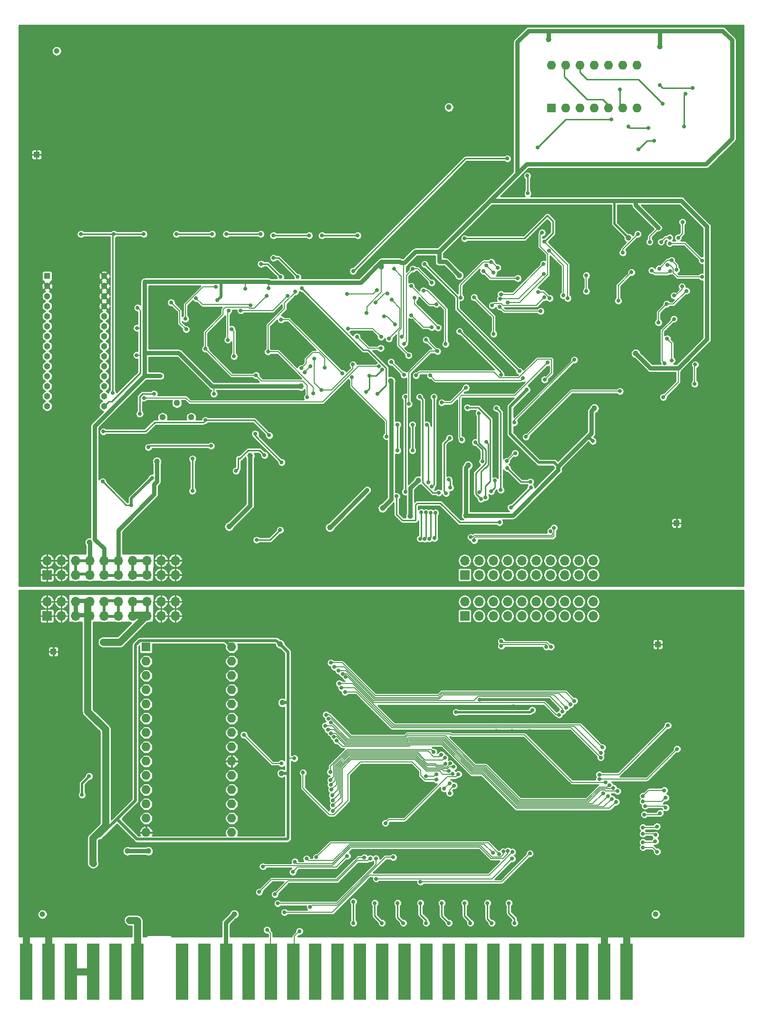
<source format=gbr>
%TF.GenerationSoftware,KiCad,Pcbnew,(5.1.9)-1*%
%TF.CreationDate,2021-07-10T01:48:30+09:00*%
%TF.ProjectId,invader-haichigae,696e7661-6465-4722-9d68-616963686967,rev?*%
%TF.SameCoordinates,Original*%
%TF.FileFunction,Copper,L2,Bot*%
%TF.FilePolarity,Positive*%
%FSLAX46Y46*%
G04 Gerber Fmt 4.6, Leading zero omitted, Abs format (unit mm)*
G04 Created by KiCad (PCBNEW (5.1.9)-1) date 2021-07-10 01:48:30*
%MOMM*%
%LPD*%
G01*
G04 APERTURE LIST*
%TA.AperFunction,ComponentPad*%
%ADD10C,1.000000*%
%TD*%
%TA.AperFunction,SMDPad,CuDef*%
%ADD11R,2.300000X10.000000*%
%TD*%
%TA.AperFunction,ComponentPad*%
%ADD12R,1.000000X1.000000*%
%TD*%
%TA.AperFunction,ComponentPad*%
%ADD13O,1.600000X1.600000*%
%TD*%
%TA.AperFunction,ComponentPad*%
%ADD14R,1.600000X1.600000*%
%TD*%
%TA.AperFunction,ComponentPad*%
%ADD15O,1.700000X1.700000*%
%TD*%
%TA.AperFunction,ComponentPad*%
%ADD16R,1.700000X1.700000*%
%TD*%
%TA.AperFunction,ComponentPad*%
%ADD17C,1.120000*%
%TD*%
%TA.AperFunction,ComponentPad*%
%ADD18R,1.133000X1.133000*%
%TD*%
%TA.AperFunction,ComponentPad*%
%ADD19C,1.133000*%
%TD*%
%TA.AperFunction,ViaPad*%
%ADD20C,0.700000*%
%TD*%
%TA.AperFunction,ViaPad*%
%ADD21C,1.000000*%
%TD*%
%TA.AperFunction,Conductor*%
%ADD22C,1.270000*%
%TD*%
%TA.AperFunction,Conductor*%
%ADD23C,0.762000*%
%TD*%
%TA.AperFunction,Conductor*%
%ADD24C,0.508000*%
%TD*%
%TA.AperFunction,Conductor*%
%ADD25C,0.127000*%
%TD*%
%TA.AperFunction,Conductor*%
%ADD26C,0.254000*%
%TD*%
%TA.AperFunction,Conductor*%
%ADD27C,0.381000*%
%TD*%
%TA.AperFunction,Conductor*%
%ADD28C,0.200000*%
%TD*%
%TA.AperFunction,Conductor*%
%ADD29C,0.100000*%
%TD*%
G04 APERTURE END LIST*
D10*
%TO.P,TP7,1*%
%TO.N,Net-(TP7-Pad1)*%
X43180000Y-174150000D03*
%TD*%
%TO.P,TP8,1*%
%TO.N,Net-(TP8-Pad1)*%
X152400000Y-174150000D03*
%TD*%
%TO.P,TP5,1*%
%TO.N,Net-(TP5-Pad1)*%
X45720000Y-20480000D03*
%TD*%
%TO.P,TP6,1*%
%TO.N,Net-(TP6-Pad1)*%
X115570000Y-30480000D03*
%TD*%
D11*
%TO.P,JAMMA2,_B*%
%TO.N,Net-(JAMMA2-Pad_B)*%
X131402500Y-184340500D03*
%TO.P,JAMMA2,_A*%
%TO.N,Net-(JAMMA2-Pad_A)*%
X127442500Y-184340500D03*
%TO.P,JAMMA2,Z*%
%TO.N,Net-(JAMMA2-PadZ)*%
X123482500Y-184340500D03*
%TO.P,JAMMA2,Y*%
%TO.N,Net-(JAMMA2-PadY)*%
X119522500Y-184340500D03*
%TO.P,JAMMA2,X*%
%TO.N,Net-(JAMMA2-PadX)*%
X115562500Y-184340500D03*
%TO.P,JAMMA2,W*%
%TO.N,Net-(JAMMA2-PadW)*%
X111602500Y-184340500D03*
%TO.P,JAMMA2,V*%
%TO.N,Net-(JAMMA2-PadV)*%
X107642500Y-184340500D03*
%TO.P,JAMMA2,U*%
%TO.N,Net-(JAMMA2-PadU)*%
X103682500Y-184340500D03*
%TO.P,JAMMA2,T*%
%TO.N,Net-(JAMMA2-PadT)*%
X99722500Y-184340500D03*
%TO.P,JAMMA2,S*%
%TO.N,Net-(JAMMA2-PadS)*%
X95762500Y-184340500D03*
%TO.P,JAMMA2,R*%
%TO.N,Net-(JAMMA2-PadR)*%
X91802500Y-184340500D03*
%TO.P,JAMMA2,P*%
%TO.N,/VSYNC*%
X87842500Y-184340500D03*
%TO.P,JAMMA2,N*%
%TO.N,/GREEN*%
X83882500Y-184340500D03*
%TO.P,JAMMA2,M*%
%TO.N,Net-(JAMMA2-PadM)*%
X79922500Y-184340500D03*
%TO.P,JAMMA2,L*%
%TO.N,SP-*%
X75962500Y-184340500D03*
%TO.P,JAMMA2,K*%
%TO.N,Net-(JAMMA2-PadK)*%
X72002500Y-184340500D03*
%TO.P,JAMMA2,J*%
%TO.N,Net-(JAMMA2-PadJ)*%
X68042500Y-184340500D03*
%TO.P,JAMMA2,F*%
%TO.N,+12V*%
X60122500Y-184340500D03*
%TO.P,JAMMA2,E*%
%TO.N,Net-(JAMMA2-PadE)*%
X56162500Y-184340500D03*
%TO.P,JAMMA2,D*%
%TO.N,VCC*%
X52202500Y-184340500D03*
%TO.P,JAMMA2,C*%
X48242500Y-184340500D03*
%TO.P,JAMMA2,B*%
%TO.N,GND*%
X44282500Y-184340500D03*
%TO.P,JAMMA2,A*%
X40322500Y-184340500D03*
%TO.P,JAMMA2,_E*%
X143282500Y-184340500D03*
%TO.P,JAMMA2,_D*%
%TO.N,Net-(JAMMA2-Pad_D)*%
X139322500Y-184340500D03*
%TO.P,JAMMA2,_C*%
%TO.N,Net-(JAMMA2-Pad_C)*%
X135362500Y-184340500D03*
%TO.P,JAMMA2,_F*%
%TO.N,GND*%
X147242500Y-184340500D03*
%TD*%
D12*
%TO.P,TP4,1*%
%TO.N,GND*%
X156146500Y-104521000D03*
%TD*%
%TO.P,TP3,1*%
%TO.N,GND*%
X42164000Y-38925500D03*
%TD*%
%TO.P,TP2,1*%
%TO.N,GND*%
X45148500Y-127381000D03*
%TD*%
%TO.P,TP1,1*%
%TO.N,GND*%
X152781000Y-126111000D03*
%TD*%
D13*
%TO.P,U15,28*%
%TO.N,VCC*%
X76898500Y-126580900D03*
%TO.P,U15,14*%
%TO.N,GND*%
X61658500Y-159600900D03*
%TO.P,U15,27*%
%TO.N,/extrom_a14*%
X76898500Y-129120900D03*
%TO.P,U15,13*%
%TO.N,/extrom_5v_d2*%
X61658500Y-157060900D03*
%TO.P,U15,26*%
%TO.N,/extrom_a13*%
X76898500Y-131660900D03*
%TO.P,U15,12*%
%TO.N,/extrom_5v_d1*%
X61658500Y-154520900D03*
%TO.P,U15,25*%
%TO.N,/extrom_a8*%
X76898500Y-134200900D03*
%TO.P,U15,11*%
%TO.N,/extrom_5v_d0*%
X61658500Y-151980900D03*
%TO.P,U15,24*%
%TO.N,/extrom_a9*%
X76898500Y-136740900D03*
%TO.P,U15,10*%
%TO.N,/extrom_a0*%
X61658500Y-149440900D03*
%TO.P,U15,23*%
%TO.N,/extrom_a11*%
X76898500Y-139280900D03*
%TO.P,U15,9*%
%TO.N,/extrom_a1*%
X61658500Y-146900900D03*
%TO.P,U15,22*%
%TO.N,/~extrom_oe*%
X76898500Y-141820900D03*
%TO.P,U15,8*%
%TO.N,/extrom_a2*%
X61658500Y-144360900D03*
%TO.P,U15,21*%
%TO.N,/extrom_a10*%
X76898500Y-144360900D03*
%TO.P,U15,7*%
%TO.N,/extrom_a3*%
X61658500Y-141820900D03*
%TO.P,U15,20*%
%TO.N,GND*%
X76898500Y-146900900D03*
%TO.P,U15,6*%
%TO.N,/extrom_a4*%
X61658500Y-139280900D03*
%TO.P,U15,19*%
%TO.N,/extrom_5v_d7*%
X76898500Y-149440900D03*
%TO.P,U15,5*%
%TO.N,/extrom_a5*%
X61658500Y-136740900D03*
%TO.P,U15,18*%
%TO.N,/extrom_5v_d6*%
X76898500Y-151980900D03*
%TO.P,U15,4*%
%TO.N,/extrom_a6*%
X61658500Y-134200900D03*
%TO.P,U15,17*%
%TO.N,/extrom_5v_d5*%
X76898500Y-154520900D03*
%TO.P,U15,3*%
%TO.N,/extrom_a7*%
X61658500Y-131660900D03*
%TO.P,U15,16*%
%TO.N,/extrom_5v_d4*%
X76898500Y-157060900D03*
%TO.P,U15,2*%
%TO.N,/extrom_a12*%
X61658500Y-129120900D03*
%TO.P,U15,15*%
%TO.N,/extrom_5v_d3*%
X76898500Y-159600900D03*
D14*
%TO.P,U15,1*%
%TO.N,/extrom_a15*%
X61658500Y-126580900D03*
%TD*%
D15*
%TO.P,J5,20*%
%TO.N,GND*%
X66852500Y-111180500D03*
%TO.P,J5,19*%
X66852500Y-113720500D03*
%TO.P,J5,18*%
X64312500Y-111180500D03*
%TO.P,J5,17*%
X64312500Y-113720500D03*
%TO.P,J5,16*%
%TO.N,+3V3*%
X61772500Y-111180500D03*
%TO.P,J5,15*%
X61772500Y-113720500D03*
%TO.P,J5,14*%
X59232500Y-111180500D03*
%TO.P,J5,13*%
X59232500Y-113720500D03*
%TO.P,J5,12*%
%TO.N,+12V*%
X56692500Y-111180500D03*
%TO.P,J5,11*%
X56692500Y-113720500D03*
%TO.P,J5,10*%
X54152500Y-111180500D03*
%TO.P,J5,9*%
X54152500Y-113720500D03*
%TO.P,J5,8*%
%TO.N,VCC*%
X51612500Y-111180500D03*
%TO.P,J5,7*%
X51612500Y-113720500D03*
%TO.P,J5,6*%
X49072500Y-111180500D03*
%TO.P,J5,5*%
X49072500Y-113720500D03*
%TO.P,J5,4*%
%TO.N,GND*%
X46532500Y-111180500D03*
%TO.P,J5,3*%
X46532500Y-113720500D03*
%TO.P,J5,2*%
X43992500Y-111180500D03*
D16*
%TO.P,J5,1*%
X43992500Y-113720500D03*
%TD*%
D15*
%TO.P,J4,20*%
%TO.N,/ds_4-*%
X141252500Y-111180500D03*
%TO.P,J4,19*%
X141252500Y-113720500D03*
%TO.P,J4,18*%
%TO.N,/ds_4+*%
X138712500Y-111180500D03*
%TO.P,J4,17*%
X138712500Y-113720500D03*
%TO.P,J4,16*%
%TO.N,/ds_3+*%
X136172500Y-111180500D03*
%TO.P,J4,15*%
X136172500Y-113720500D03*
%TO.P,J4,14*%
%TO.N,/ds_3-*%
X133632500Y-111180500D03*
%TO.P,J4,13*%
X133632500Y-113720500D03*
%TO.P,J4,12*%
%TO.N,/ds_2-*%
X131092500Y-111180500D03*
%TO.P,J4,11*%
X131092500Y-113720500D03*
%TO.P,J4,10*%
%TO.N,/ds_2+*%
X128552500Y-111180500D03*
%TO.P,J4,9*%
X128552500Y-113720500D03*
%TO.P,J4,8*%
%TO.N,/ds_1+*%
X126012500Y-111180500D03*
%TO.P,J4,7*%
X126012500Y-113720500D03*
%TO.P,J4,6*%
%TO.N,/ds_1-*%
X123472500Y-111180500D03*
%TO.P,J4,5*%
X123472500Y-113720500D03*
%TO.P,J4,4*%
%TO.N,/ds_0-*%
X120932500Y-111180500D03*
%TO.P,J4,3*%
X120932500Y-113720500D03*
%TO.P,J4,2*%
%TO.N,/ds_0+*%
X118392500Y-111180500D03*
D16*
%TO.P,J4,1*%
X118392500Y-113720500D03*
%TD*%
D15*
%TO.P,J3,20*%
%TO.N,/ds_4-*%
X141252500Y-118480500D03*
%TO.P,J3,19*%
X141252500Y-121020500D03*
%TO.P,J3,18*%
%TO.N,/ds_4+*%
X138712500Y-118480500D03*
%TO.P,J3,17*%
X138712500Y-121020500D03*
%TO.P,J3,16*%
%TO.N,/ds_3+*%
X136172500Y-118480500D03*
%TO.P,J3,15*%
X136172500Y-121020500D03*
%TO.P,J3,14*%
%TO.N,/ds_3-*%
X133632500Y-118480500D03*
%TO.P,J3,13*%
X133632500Y-121020500D03*
%TO.P,J3,12*%
%TO.N,/ds_2-*%
X131092500Y-118480500D03*
%TO.P,J3,11*%
X131092500Y-121020500D03*
%TO.P,J3,10*%
%TO.N,/ds_2+*%
X128552500Y-118480500D03*
%TO.P,J3,9*%
X128552500Y-121020500D03*
%TO.P,J3,8*%
%TO.N,/ds_1+*%
X126012500Y-118480500D03*
%TO.P,J3,7*%
X126012500Y-121020500D03*
%TO.P,J3,6*%
%TO.N,/ds_1-*%
X123472500Y-118480500D03*
%TO.P,J3,5*%
X123472500Y-121020500D03*
%TO.P,J3,4*%
%TO.N,/ds_0-*%
X120932500Y-118480500D03*
%TO.P,J3,3*%
X120932500Y-121020500D03*
%TO.P,J3,2*%
%TO.N,/ds_0+*%
X118392500Y-118480500D03*
D16*
%TO.P,J3,1*%
X118392500Y-121020500D03*
%TD*%
D15*
%TO.P,J2,20*%
%TO.N,GND*%
X66852500Y-118480500D03*
%TO.P,J2,19*%
X66852500Y-121020500D03*
%TO.P,J2,18*%
X64312500Y-118480500D03*
%TO.P,J2,17*%
X64312500Y-121020500D03*
%TO.P,J2,16*%
%TO.N,+3V3*%
X61772500Y-118480500D03*
%TO.P,J2,15*%
X61772500Y-121020500D03*
%TO.P,J2,14*%
X59232500Y-118480500D03*
%TO.P,J2,13*%
X59232500Y-121020500D03*
%TO.P,J2,12*%
%TO.N,+12V*%
X56692500Y-118480500D03*
%TO.P,J2,11*%
X56692500Y-121020500D03*
%TO.P,J2,10*%
X54152500Y-118480500D03*
%TO.P,J2,9*%
X54152500Y-121020500D03*
%TO.P,J2,8*%
%TO.N,VCC*%
X51612500Y-118480500D03*
%TO.P,J2,7*%
X51612500Y-121020500D03*
%TO.P,J2,6*%
X49072500Y-118480500D03*
%TO.P,J2,5*%
X49072500Y-121020500D03*
%TO.P,J2,4*%
%TO.N,GND*%
X46532500Y-118480500D03*
%TO.P,J2,3*%
X46532500Y-121020500D03*
%TO.P,J2,2*%
X43992500Y-118480500D03*
D16*
%TO.P,J2,1*%
X43992500Y-121020500D03*
%TD*%
D14*
%TO.P,U801,1*%
%TO.N,Net-(U800-Pad1)*%
X133847260Y-30620600D03*
D13*
%TO.P,U801,8*%
%TO.N,Net-(U800-Pad2)*%
X149087260Y-23000600D03*
%TO.P,U801,2*%
%TO.N,Net-(U801-Pad2)*%
X136387260Y-30620600D03*
%TO.P,U801,9*%
%TO.N,Net-(U801-Pad9)*%
X146547260Y-23000600D03*
%TO.P,U801,3*%
%TO.N,Net-(R803-Pad1)*%
X138927260Y-30620600D03*
%TO.P,U801,10*%
%TO.N,NOISE*%
X144007260Y-23000600D03*
%TO.P,U801,4*%
%TO.N,Net-(R802-Pad1)*%
X141467260Y-30620600D03*
%TO.P,U801,11*%
%TO.N,Net-(U801-Pad11)*%
X141467260Y-23000600D03*
%TO.P,U801,5*%
%TO.N,Net-(U801-Pad13)*%
X144007260Y-30620600D03*
%TO.P,U801,12*%
%TO.N,Net-(U800-Pad1)*%
X138927260Y-23000600D03*
%TO.P,U801,6*%
%TO.N,NOISE*%
X146547260Y-30620600D03*
%TO.P,U801,13*%
%TO.N,Net-(U801-Pad13)*%
X136387260Y-23000600D03*
%TO.P,U801,7*%
%TO.N,GND*%
X149087260Y-30620600D03*
%TO.P,U801,14*%
%TO.N,+12V*%
X133847260Y-23000600D03*
%TD*%
D17*
%TO.P,VR8,3*%
%TO.N,Net-(VR8-Pad3)*%
X69659500Y-85686900D03*
%TO.P,VR8,2*%
%TO.N,Net-(C952-Pad2)*%
X67119500Y-83146900D03*
%TO.P,VR8,1*%
%TO.N,Net-(C914-Pad1)*%
X64579500Y-85686900D03*
%TD*%
D18*
%TO.P,IC6,1*%
%TO.N,Net-(IC6-Pad1)*%
X44025260Y-60539600D03*
D19*
%TO.P,IC6,2*%
%TO.N,GND*%
X44025260Y-62319600D03*
%TO.P,IC6,3*%
%TO.N,Net-(IC6-Pad3)*%
X44025260Y-64099600D03*
%TO.P,IC6,4*%
%TO.N,Net-(IC6-Pad4)*%
X44025260Y-65879600D03*
%TO.P,IC6,5*%
%TO.N,Net-(IC6-Pad5)*%
X44025260Y-67659600D03*
%TO.P,IC6,6*%
%TO.N,Net-(IC6-Pad6)*%
X44025260Y-69439600D03*
%TO.P,IC6,7*%
%TO.N,Net-(IC6-Pad7)*%
X44025260Y-71219600D03*
%TO.P,IC6,8*%
%TO.N,Net-(IC6-Pad8)*%
X44025260Y-72999600D03*
%TO.P,IC6,9*%
%TO.N,SX0_UFO*%
X44025260Y-74779600D03*
%TO.P,IC6,10*%
%TO.N,Net-(IC6-Pad10)*%
X44025260Y-76559600D03*
%TO.P,IC6,11*%
%TO.N,Net-(IC6-Pad11)*%
X44025260Y-78339600D03*
%TO.P,IC6,12*%
%TO.N,Net-(IC6-Pad12)*%
X44025260Y-80119600D03*
%TO.P,IC6,13*%
%TO.N,Net-(IC6-Pad13)*%
X44025260Y-81899600D03*
%TO.P,IC6,14*%
%TO.N,Net-(IC6-Pad14)*%
X44025260Y-83679600D03*
%TO.P,IC6,15*%
%TO.N,VCC*%
X54185260Y-83679600D03*
%TO.P,IC6,16*%
%TO.N,Net-(IC6-Pad16)*%
X54185260Y-81899600D03*
%TO.P,IC6,17*%
%TO.N,Net-(C12-Pad2)*%
X54185260Y-80119600D03*
%TO.P,IC6,18*%
%TO.N,Net-(IC6-Pad18)*%
X54185260Y-78339600D03*
%TO.P,IC6,19*%
%TO.N,Net-(IC6-Pad19)*%
X54185260Y-76559600D03*
%TO.P,IC6,20*%
%TO.N,Net-(IC6-Pad20)*%
X54185260Y-74779600D03*
%TO.P,IC6,21*%
%TO.N,Net-(C13-Pad2)*%
X54185260Y-72999600D03*
%TO.P,IC6,22*%
%TO.N,Net-(IC6-Pad22)*%
X54185260Y-71219600D03*
%TO.P,IC6,23*%
%TO.N,Net-(IC6-Pad23)*%
X54185260Y-69439600D03*
%TO.P,IC6,24*%
%TO.N,Net-(IC6-Pad24)*%
X54185260Y-67659600D03*
%TO.P,IC6,25*%
%TO.N,GND*%
X54185260Y-65879600D03*
%TO.P,IC6,26*%
X54185260Y-64099600D03*
%TO.P,IC6,27*%
X54185260Y-62319600D03*
%TO.P,IC6,28*%
X54185260Y-60539600D03*
%TD*%
D20*
%TO.N,GND*%
X41084500Y-171894500D03*
X43624500Y-145224500D03*
X49974500Y-156654500D03*
X97726500Y-156908500D03*
X97726500Y-160210500D03*
X93662500Y-175450500D03*
X115252500Y-154114500D03*
X134810500Y-170370500D03*
X142176500Y-170370500D03*
X136334500Y-164274500D03*
X138366500Y-170370500D03*
X128968500Y-160083500D03*
X133540500Y-160083500D03*
X124015500Y-160210500D03*
X136461500Y-143700500D03*
X121475500Y-144868900D03*
X129286000Y-143573500D03*
X136969500Y-150939500D03*
X121539000Y-151130000D03*
X121666000Y-157607000D03*
X129095500Y-157607000D03*
X136906000Y-157480000D03*
X141617700Y-148831300D03*
X143192500Y-160210500D03*
X147002500Y-160210500D03*
X145732500Y-164020500D03*
X149542500Y-165290500D03*
X141922500Y-161480500D03*
X150812500Y-170370500D03*
X150812500Y-172910500D03*
X145732500Y-170370500D03*
X127063500Y-137096500D03*
X129984500Y-141541500D03*
X124015500Y-141541500D03*
X126809500Y-141541500D03*
X78669760Y-70268100D03*
X80003260Y-71220600D03*
X70287760Y-72490600D03*
X116967000Y-159893000D03*
X115760500Y-158496000D03*
X117030500Y-157099000D03*
X128263260Y-93699600D03*
X58610500Y-166560500D03*
X54546500Y-171894500D03*
D21*
X63219260Y-76931600D03*
D20*
X117295260Y-130239600D03*
X110581440Y-157571440D03*
X121070286Y-135907051D03*
X104203500Y-137502900D03*
X112712500Y-137502900D03*
X119824500Y-137502900D03*
X108267500Y-139407900D03*
X117284500Y-139534900D03*
X76771500Y-89623900D03*
X79184500Y-88861900D03*
X81216500Y-93814900D03*
X83121500Y-93814900D03*
X113665000Y-97282000D03*
X116332000Y-102362000D03*
X117094000Y-93853000D03*
X117094000Y-96774000D03*
X125539500Y-99695000D03*
X132969000Y-95250000D03*
X98679000Y-84709000D03*
X115570000Y-87757000D03*
X42672000Y-79248000D03*
X42672000Y-77470000D03*
X120396000Y-47371000D03*
X83185000Y-67818000D03*
X88265000Y-65151000D03*
X90805000Y-66675000D03*
X74549000Y-78486000D03*
X84455000Y-72898000D03*
X86487000Y-69596000D03*
X101567479Y-85576727D03*
X106222800Y-74904600D03*
X142240000Y-67119500D03*
X142240000Y-70612000D03*
X129794000Y-69215000D03*
X131826000Y-72390000D03*
X146812000Y-48895000D03*
X142938500Y-48958500D03*
X146875500Y-45974000D03*
X159893000Y-64452500D03*
X159829500Y-67310000D03*
X157670500Y-49593500D03*
X159004000Y-46609000D03*
X160782000Y-47815500D03*
X162369500Y-74295000D03*
X160591500Y-78803500D03*
X136588500Y-97282000D03*
X103708200Y-94411800D03*
X92456000Y-97688400D03*
X112712500Y-159512000D03*
X108839000Y-160464500D03*
X101473000Y-157480000D03*
X91186000Y-159829500D03*
X84328000Y-159194500D03*
X94361000Y-170434000D03*
X97726500Y-168021000D03*
X78613000Y-106108500D03*
X75692000Y-107696000D03*
X88519000Y-107696000D03*
X92519500Y-104521000D03*
X162560000Y-127000000D03*
X162941000Y-134239000D03*
X150241000Y-134239000D03*
X43180000Y-132080000D03*
X48260000Y-142240000D03*
X53340000Y-132080000D03*
X88900000Y-129540000D03*
X88900000Y-139700000D03*
X88900000Y-152400000D03*
X93980000Y-124460000D03*
X149860000Y-109220000D03*
X162560000Y-109220000D03*
X101600000Y-109220000D03*
X45720000Y-99060000D03*
X119380000Y-30480000D03*
X96520000Y-30480000D03*
X78740000Y-30480000D03*
X88900000Y-25400000D03*
X109220000Y-25400000D03*
X109220000Y-38100000D03*
X88900000Y-38100000D03*
X55880000Y-38100000D03*
X43180000Y-20320000D03*
X48260000Y-71120000D03*
X162560000Y-93980000D03*
X152400000Y-86360000D03*
X134620000Y-88900000D03*
X43180000Y-48260000D03*
X53340000Y-48260000D03*
X63500000Y-48260000D03*
X68580000Y-48260000D03*
X78740000Y-48260000D03*
X86360000Y-48260000D03*
X96520000Y-48260000D03*
X106680000Y-48260000D03*
X91440000Y-106680000D03*
X76200000Y-101600000D03*
%TO.N,VCC*%
X50064500Y-184340500D03*
X129432760Y-80745600D03*
D21*
X85534500Y-126072900D03*
X85915500Y-136486900D03*
X85788500Y-149059900D03*
D20*
X88074500Y-146392900D03*
D21*
X52202500Y-165079000D03*
X52133511Y-161124889D03*
X51562000Y-107950000D03*
X108712000Y-103251000D03*
X110109000Y-96901000D03*
X118618000Y-103131990D03*
D20*
X100838000Y-81153000D03*
D21*
X103759000Y-101854000D03*
D20*
X101410699Y-78296699D03*
D21*
X141478000Y-84074000D03*
D20*
X141224000Y-89916000D03*
D21*
X105264191Y-79190141D03*
D20*
X103727610Y-77163529D03*
X59944000Y-74612500D03*
X60007500Y-69786500D03*
X60134500Y-66167000D03*
D21*
X119005584Y-94227416D03*
D20*
%TO.N,/coin*%
X102642500Y-167830500D03*
X126840617Y-164241981D03*
%TO.N,Net-(IC2-Pad93)*%
X154585500Y-140525500D03*
X142369519Y-149281473D03*
%TO.N,Net-(IC2-Pad92)*%
X156236500Y-144716500D03*
X142372215Y-150108480D03*
%TO.N,/sync_2*%
X91955273Y-163987979D03*
X124547712Y-163416490D03*
%TO.N,/sync*%
X90233500Y-164241990D03*
X123412507Y-163225941D03*
%TO.N,/TDI*%
X115723500Y-152590500D03*
X116493024Y-151230010D03*
%TO.N,/TCK*%
X115694934Y-150834944D03*
X114722833Y-151786408D03*
%TO.N,/TMS*%
X111532500Y-149600410D03*
X113335057Y-149219496D03*
%TO.N,/JTAGEN*%
X117275222Y-149198576D03*
X104267000Y-157924500D03*
%TO.N,/COIN1*%
X98578500Y-171894500D03*
X98578500Y-175704500D03*
%TO.N,/START1*%
X103658500Y-175704500D03*
X102388500Y-172148500D03*
%TO.N,/LEFT1*%
X114326500Y-172148500D03*
X115596500Y-175704500D03*
%TO.N,/RIGHT1*%
X118390500Y-172148500D03*
X119406500Y-175704500D03*
%TO.N,/PUSH1*%
X122454500Y-172148500D03*
X123216500Y-175704500D03*
%TO.N,/VSYNC*%
X88963500Y-177165000D03*
%TO.N,/UP1*%
X106452500Y-172148500D03*
X107468500Y-175704500D03*
%TO.N,/DOWN1*%
X110516500Y-172148500D03*
X111532500Y-175704500D03*
%TO.N,/PUSH2*%
X126264500Y-172148500D03*
X127280500Y-175704500D03*
%TO.N,/up*%
X110516500Y-168371010D03*
X130014350Y-163311806D03*
%TO.N,/sx1*%
X106426000Y-91567000D03*
X106426000Y-86995000D03*
X110656029Y-102576146D03*
X110447879Y-107287125D03*
%TO.N,/sx2*%
X109093000Y-86995000D03*
X109093000Y-91567000D03*
X111482692Y-102600166D03*
X111274322Y-107317794D03*
%TO.N,/sx3*%
X111633000Y-86995000D03*
X111887000Y-97282000D03*
X112307522Y-102660207D03*
X112100991Y-107293978D03*
%TO.N,/sx5*%
X112522000Y-98044000D03*
X112903000Y-82042000D03*
X113168187Y-102666800D03*
X113030000Y-107188000D03*
%TO.N,/sx6*%
X110363000Y-82042000D03*
X113747000Y-99105000D03*
%TO.N,/sx7*%
X107823000Y-98933000D03*
X107823000Y-82042000D03*
%TO.N,/sx8*%
X115062000Y-99187000D03*
X115685370Y-89380180D03*
%TO.N,/sx9*%
X120282787Y-90142455D03*
X121568280Y-93513530D03*
%TO.N,/sx10*%
X120979676Y-99004641D03*
X122279850Y-90074360D03*
%TO.N,/sx11*%
X124805257Y-98603374D03*
X124054711Y-84053932D03*
%TO.N,/sx12*%
X121306788Y-100211506D03*
X120921400Y-84930490D03*
%TO.N,/sx13*%
X118872000Y-83947000D03*
X122089654Y-99918030D03*
%TO.N,/SW1*%
X150140500Y-153098500D03*
X153950500Y-152082500D03*
%TO.N,/SW2*%
X150133061Y-154092383D03*
X154204500Y-153385010D03*
%TO.N,/SW3*%
X150522828Y-154883990D03*
X154181591Y-155162999D03*
%TO.N,/SW4*%
X150394500Y-156400500D03*
X153188500Y-156146500D03*
%TO.N,/SW5*%
X150140500Y-158686500D03*
X152655100Y-158508700D03*
%TO.N,/SW6*%
X150115100Y-159829500D03*
X152350300Y-160007300D03*
%TO.N,/SW7*%
X150140500Y-161302700D03*
X152324900Y-161150300D03*
%TO.N,/SW8*%
X152680500Y-163004500D03*
X150140500Y-162242500D03*
%TO.N,SX0_UFO*%
X61282830Y-82227170D03*
X103149806Y-76571844D03*
%TO.N,SX1_TRIG*%
X113538000Y-73914000D03*
X111506000Y-71882000D03*
X108458000Y-83312000D03*
%TO.N,+12V*%
X151340260Y-54456600D03*
X152864260Y-51916600D03*
X148101760Y-59854100D03*
X145752260Y-64934100D03*
D21*
X148863760Y-74332100D03*
D20*
X153753260Y-82079100D03*
D21*
X147568495Y-53732835D03*
X133343260Y-18388600D03*
X153155260Y-19658600D03*
X58700500Y-175196500D03*
X63563500Y-93560900D03*
X80200500Y-92544900D03*
D20*
X64198500Y-78320900D03*
X74357301Y-64860099D03*
X79311500Y-62826900D03*
X83502500Y-62699900D03*
D21*
X89217500Y-80170390D03*
D20*
X73723500Y-81495900D03*
D21*
X103568500Y-58889900D03*
D20*
X100901500Y-67144900D03*
X107188000Y-71335900D03*
D21*
X117411500Y-60388500D03*
D20*
X89281000Y-76962000D03*
X93472000Y-76835000D03*
X117475000Y-70358000D03*
X124841000Y-78105000D03*
D21*
X76428600Y-105130600D03*
D20*
%TO.N,NOISE*%
X146043260Y-27278600D03*
X125984000Y-39624000D03*
X129540000Y-42672000D03*
X129623260Y-45803260D03*
X144526000Y-32639000D03*
X131381500Y-37655500D03*
X98529052Y-59652792D03*
%TO.N,SX2_FLASH*%
X114300000Y-83058000D03*
X118603493Y-80404658D03*
%TO.N,SX3_HIT*%
X98280843Y-78505555D03*
X104457500Y-89090500D03*
%TO.N,Net-(Q1-Pad1)*%
X146551260Y-56361600D03*
X149218260Y-53059600D03*
%TO.N,Net-(C104-Pad2)*%
X123527260Y-59917600D03*
X122257260Y-58647600D03*
%TO.N,Net-(C104-Pad1)*%
X124262760Y-59028600D03*
X123119760Y-58012600D03*
X117645024Y-64380776D03*
%TO.N,Net-(C106-Pad2)*%
X97409000Y-63715900D03*
X102806500Y-63017400D03*
X108839000Y-62293500D03*
X113349465Y-65544834D03*
%TO.N,Net-(C106-Pad1)*%
X109156500Y-59245500D03*
X107632500Y-72580500D03*
X112522000Y-61722000D03*
%TO.N,Net-(C107-Pad2)*%
X104648000Y-63627000D03*
X102508260Y-65258740D03*
X113665000Y-69723000D03*
X109474000Y-64389000D03*
%TO.N,Net-(C201-Pad1)*%
X133379712Y-56051654D03*
X135959571Y-63996312D03*
%TO.N,Net-(C204-Pad1)*%
X140037260Y-63219600D03*
X140037260Y-60425600D03*
%TO.N,Net-(C205-Pad1)*%
X136735260Y-64489600D03*
X132594348Y-54413187D03*
X118364000Y-53848000D03*
%TO.N,Net-(C303-Pad2)*%
X92900500Y-80860900D03*
X98488500Y-76288900D03*
X91585960Y-75272900D03*
%TO.N,Net-(C304-Pad2)*%
X78505841Y-66669410D03*
X86866801Y-64032201D03*
%TO.N,Net-(C304-Pad1)*%
X68643500Y-68160900D03*
X74104500Y-62445900D03*
%TO.N,Net-(D201-Pad1)*%
X131909260Y-66775600D03*
X131438260Y-63346600D03*
X133533760Y-64489600D03*
X124646258Y-65999982D03*
%TO.N,SX4_STREAM*%
X102870000Y-81534000D03*
X89408000Y-62738000D03*
X88646000Y-60706000D03*
X84328000Y-57307968D03*
%TO.N,Net-(Q301-Pad1)*%
X68790260Y-70014100D03*
X66103500Y-65239900D03*
%TO.N,Net-(R310-Pad2)*%
X72199500Y-73494900D03*
X81216500Y-78193900D03*
X90360500Y-82130900D03*
X83121500Y-64096900D03*
%TO.N,Net-(R102-Pad1)*%
X123527260Y-70839600D03*
X120054459Y-64318799D03*
%TO.N,Net-(R103-Pad1)*%
X105791000Y-59245500D03*
X108418824Y-74655912D03*
%TO.N,Net-(R104-Pad1)*%
X127845260Y-60933600D03*
X121737561Y-59651901D03*
%TO.N,Net-(R115-Pad1)*%
X104902000Y-71691500D03*
X105410000Y-64770000D03*
%TO.N,Net-(R117-Pad1)*%
X104013000Y-67691000D03*
X106013241Y-69116484D03*
%TO.N,Net-(R118-Pad2)*%
X103505000Y-71374000D03*
X97640180Y-69867594D03*
%TO.N,Net-(R120-Pad1)*%
X103441500Y-73367900D03*
X99196734Y-71322632D03*
%TO.N,Net-(R122-Pad1)*%
X108902500Y-67500500D03*
X112522000Y-69659500D03*
%TO.N,Net-(R124-Pad2)*%
X111061500Y-63119000D03*
X114998500Y-72644000D03*
%TO.N,Net-(R203-Pad1)*%
X132163260Y-52805600D03*
X126067260Y-65219090D03*
%TO.N,Net-(R208-Pad1)*%
X132455772Y-60171600D03*
X124719460Y-64588198D03*
%TO.N,Net-(R210-Pad1)*%
X132417260Y-58393600D03*
X124846019Y-63770928D03*
%TO.N,Net-(R211-Pad1)*%
X123273260Y-65759600D03*
X132598760Y-64318998D03*
%TO.N,Net-(R302-Pad1)*%
X85682360Y-68300700D03*
X96619287Y-77851084D03*
%TO.N,Net-(R303-Pad1)*%
X90932000Y-76581000D03*
X89916000Y-77724000D03*
%TO.N,Net-(R311-Pad1)*%
X83361103Y-73999168D03*
X91439798Y-81401410D03*
X88201500Y-63334900D03*
X85598000Y-60706000D03*
X82122206Y-58376433D03*
%TO.N,Net-(R315-Pad1)*%
X76194409Y-71888116D03*
X76319034Y-66669410D03*
%TO.N,Net-(R318-Pad2)*%
X76871749Y-69962775D03*
X77298367Y-74822370D03*
%TO.N,Net-(R322-Pad1)*%
X70549699Y-64479099D03*
X80263391Y-65715390D03*
%TO.N,SX7_*%
X132638750Y-78967600D03*
X109728000Y-78232000D03*
%TO.N,SX6_*%
X112268000Y-78232000D03*
X128747010Y-78740000D03*
%TO.N,SX10_UFOHIT*%
X129286000Y-89154000D03*
X146050000Y-81026000D03*
%TO.N,SX9_*%
X137922000Y-75438000D03*
X127223010Y-86614000D03*
%TO.N,SX8_*%
X133179260Y-75919600D03*
X117856000Y-89662000D03*
%TO.N,Net-(R611-Pad2)*%
X156420260Y-53694600D03*
X157182260Y-50900600D03*
%TO.N,Net-(C602-Pad2)*%
X157085853Y-62396590D03*
X155670547Y-64001009D03*
%TO.N,Net-(R610-Pad1)*%
X154896260Y-54710600D03*
X160642250Y-57758600D03*
%TO.N,Net-(C602-Pad1)*%
X154361760Y-65505600D03*
X152901260Y-68807600D03*
X157880734Y-63180177D03*
%TO.N,Net-(C603-Pad1)*%
X155222072Y-57722741D03*
X153024440Y-59188110D03*
X156087904Y-59441729D03*
%TO.N,Net-(C603-Pad2)*%
X153372260Y-54456600D03*
X154896260Y-53694600D03*
%TO.N,Net-(R619-Pad1)*%
X151704804Y-59538097D03*
X155006893Y-59636041D03*
%TO.N,Net-(R612-Pad2)*%
X160659948Y-60679466D03*
X154470889Y-58536074D03*
%TO.N,Net-(C601-Pad2)*%
X159341260Y-79729600D03*
X159444959Y-76268090D03*
%TO.N,Net-(R607-Pad2)*%
X154447609Y-71671751D03*
X155259942Y-75553398D03*
%TO.N,Net-(R605-Pad2)*%
X155658260Y-68172600D03*
X154008298Y-76086503D03*
%TO.N,Net-(C504-Pad1)*%
X111252000Y-58420000D03*
X128143000Y-77470000D03*
%TO.N,SX5_MUTE*%
X107569000Y-78105000D03*
X105283000Y-75819000D03*
%TO.N,Net-(C907-Pad1)*%
X50031260Y-53059600D03*
X55873260Y-53059600D03*
X61207260Y-53059600D03*
X67049260Y-53059600D03*
X73399260Y-53059600D03*
X75939260Y-53059600D03*
X82035260Y-53059600D03*
X84321260Y-53313600D03*
X90671260Y-53313600D03*
X92957260Y-53313600D03*
X99307260Y-53313600D03*
X55676800Y-81356200D03*
%TO.N,SP+*%
X53911500Y-97116900D03*
X62705490Y-96478981D03*
X58991500Y-101307900D03*
%TO.N,Net-(D801-Pad1)*%
X149345260Y-37946600D03*
X152139260Y-36422600D03*
%TO.N,Net-(R801-Pad1)*%
X157473260Y-33882600D03*
X157727260Y-28040600D03*
%TO.N,Net-(R802-Pad1)*%
X151123260Y-34136600D03*
X147567260Y-33882600D03*
%TO.N,Net-(R803-Pad1)*%
X153155260Y-26516600D03*
X158997260Y-27024600D03*
%TO.N,Net-(U800-Pad1)*%
X153663260Y-29818600D03*
D21*
%TO.N,+3V3*%
X58356500Y-162902900D03*
X62039500Y-162902900D03*
D20*
X50228500Y-152869900D03*
X51498500Y-149567900D03*
X130429000Y-137795000D03*
X116840000Y-138176000D03*
X125857000Y-93472000D03*
X127381000Y-92075000D03*
X101028500Y-98615500D03*
D21*
X94361000Y-105283000D03*
X54038500Y-125691900D03*
D20*
%TO.N,Net-(C951-Pad2)*%
X85788500Y-93687900D03*
X81089500Y-88607900D03*
X60515500Y-85051900D03*
X63055500Y-81495900D03*
D21*
%TO.N,SP-*%
X77343000Y-174117000D03*
D20*
%TO.N,Net-(C954-Pad2)*%
X72199500Y-86194900D03*
X83590416Y-88900984D03*
X54038500Y-88226900D03*
%TO.N,Net-(R955-Pad1)*%
X77660500Y-95211900D03*
X82740500Y-92417900D03*
%TO.N,Net-(C950-Pad1)*%
X73215500Y-90766900D03*
X62039500Y-91020900D03*
%TO.N,Net-(C955-Pad2)*%
X69913500Y-93052900D03*
X69913500Y-98767900D03*
%TO.N,/sx4_DSO*%
X130175000Y-98171000D03*
X126619000Y-101727000D03*
X124587000Y-104394000D03*
X106272648Y-99725012D03*
%TO.N,/RCLK_DSO*%
X125984000Y-94742000D03*
X130079500Y-97155000D03*
%TO.N,Net-(IC5-Pad10)*%
X115824000Y-98171000D03*
X115570000Y-96774000D03*
%TO.N,Net-(IC7-Pad10)*%
X123099051Y-98861919D03*
X123745410Y-96938108D03*
%TO.N,/ds_0-*%
X133756000Y-126530100D03*
X124904500Y-125557800D03*
X134297709Y-105348751D03*
X120063549Y-107599769D03*
%TO.N,/ds_0+*%
X132929000Y-126530100D03*
X124904500Y-126384800D03*
X133712931Y-105933529D03*
X119478771Y-107014991D03*
%TO.N,/extrom_d7*%
X94457010Y-148810802D03*
X112843477Y-145241183D03*
%TO.N,/extrom_d6*%
X94552835Y-151080296D03*
X114841741Y-146301460D03*
%TO.N,/extrom_d5*%
X94805500Y-152996900D03*
X115790737Y-147318131D03*
%TO.N,/extrom_d4*%
X94932500Y-154774900D03*
X115580765Y-148653149D03*
%TO.N,/extrom_d3*%
X94932500Y-155790900D03*
X116248401Y-149141217D03*
%TO.N,/extrom_d2*%
X94932500Y-153885900D03*
X116380173Y-147898229D03*
%TO.N,/extrom_d1*%
X94678500Y-151980900D03*
X114963892Y-147380579D03*
%TO.N,/extrom_d0*%
X94487610Y-150255860D03*
X114219898Y-145733202D03*
%TO.N,/extrom_a7_33*%
X96633714Y-131330114D03*
X135801726Y-138037117D03*
%TO.N,/extrom_a6_33*%
X96075500Y-133057900D03*
X142891950Y-144419857D03*
%TO.N,/extrom_a5_33*%
X97091500Y-134581900D03*
X142610879Y-146225521D03*
%TO.N,/extrom_a4_33*%
X144206142Y-151147188D03*
X94126006Y-139333743D03*
%TO.N,/extrom_a3_33*%
X145605500Y-152234900D03*
X93555992Y-140594448D03*
%TO.N,/extrom_a2_33*%
X143057651Y-152583390D03*
X94031386Y-141271167D03*
%TO.N,/extrom_a1_33*%
X144588206Y-153599391D03*
X95084666Y-142546469D03*
%TO.N,/extrom_a0_33*%
X145351500Y-154139900D03*
X95567500Y-143217900D03*
%TO.N,/extrom_a9_33*%
X143533685Y-150648990D03*
X93700512Y-138624586D03*
%TO.N,/extrom_a10_33*%
X143934240Y-153093154D03*
X94558168Y-141908701D03*
%TO.N,/extrom_a11_33*%
X144863518Y-151648990D03*
X94551500Y-140042900D03*
%TO.N,/extrom_a15_33*%
X137909300Y-136156700D03*
X94551500Y-129374900D03*
%TO.N,/extrom_a12_33*%
X137198100Y-136817100D03*
X95186500Y-130136900D03*
%TO.N,/extrom_a13_33*%
X97218500Y-131914900D03*
X135208528Y-138613368D03*
%TO.N,/extrom_a14_33*%
X136486900Y-137350500D03*
X95948500Y-130771900D03*
%TO.N,/extrom_a8_33*%
X96456500Y-133819900D03*
X142657599Y-145399830D03*
%TO.N,/~extrom_oe33*%
X113347500Y-150202900D03*
X89598500Y-148932900D03*
%TO.N,/~extrom_oe*%
X79057500Y-142201900D03*
X85788500Y-147281900D03*
%TO.N,/blue2*%
X86296500Y-173799500D03*
X126883081Y-163035607D03*
%TO.N,/green3*%
X82455949Y-165640949D03*
X126073127Y-162868507D03*
%TO.N,/green2*%
X88138000Y-164782500D03*
X125254711Y-162987436D03*
%TO.N,/red3*%
X81788000Y-170180000D03*
X100501549Y-164051490D03*
%TO.N,/red2*%
X84582000Y-170593510D03*
X101582561Y-164208888D03*
%TO.N,Net-(LED2-Pad4)*%
X81343500Y-107505500D03*
X85534500Y-105727500D03*
%TO.N,/blue1*%
X90868500Y-172847000D03*
X105660133Y-163988278D03*
%TO.N,/green1*%
X97472500Y-163766500D03*
X87787990Y-166610157D03*
%TO.N,/red1*%
X85090000Y-172212000D03*
X102561853Y-164227264D03*
%TO.N,/GREEN*%
X83185000Y-176911000D03*
%TD*%
D22*
%TO.N,GND*%
X40322500Y-184340500D02*
X40322500Y-176757500D01*
X44282500Y-184340500D02*
X44282500Y-176660500D01*
X143282500Y-184340500D02*
X143282500Y-176593500D01*
X147242500Y-184340500D02*
X147242500Y-176743500D01*
D23*
X47590320Y-94771480D02*
X47567460Y-94771480D01*
X47590320Y-94771480D02*
X47564920Y-94774020D01*
X47567460Y-94771480D02*
X47564920Y-94774020D01*
D24*
X63219260Y-76931600D02*
X65219260Y-76931600D01*
D22*
%TO.N,VCC*%
X48242500Y-184340500D02*
X50064500Y-184340500D01*
X52202500Y-184340500D02*
X50064500Y-184340500D01*
D25*
X129432760Y-80872600D02*
X129432760Y-80745600D01*
D24*
X60553699Y-125399899D02*
X75717499Y-125399899D01*
X59753500Y-126200098D02*
X60553699Y-125399899D01*
X59753500Y-153885900D02*
X59753500Y-126200098D01*
X75717499Y-125399899D02*
X76898500Y-126580900D01*
X60045501Y-160781901D02*
X86766499Y-160781901D01*
X56451500Y-157187900D02*
X60045501Y-160781901D01*
X53365400Y-160274000D02*
X56451500Y-157187900D01*
X56451500Y-157187900D02*
X59753500Y-153885900D01*
X86766499Y-160781901D02*
X86931500Y-160616900D01*
X86931500Y-149059900D02*
X85788500Y-149059900D01*
X86931500Y-160616900D02*
X86931500Y-149059900D01*
X86931500Y-136486900D02*
X85915500Y-136486900D01*
D25*
X87058500Y-146392900D02*
X86931500Y-146265900D01*
X88074500Y-146392900D02*
X87058500Y-146392900D01*
D24*
X86931500Y-146265900D02*
X86931500Y-136486900D01*
X86931500Y-149059900D02*
X86931500Y-146265900D01*
D23*
X51612800Y-118341140D02*
X49100740Y-118341140D01*
X49100740Y-118341140D02*
X49085500Y-118325900D01*
X49085500Y-118325900D02*
X49085500Y-120865900D01*
X49072800Y-120881140D02*
X51483260Y-120881140D01*
X51483260Y-120881140D02*
X51498500Y-120865900D01*
D22*
X52133511Y-165010011D02*
X52202500Y-165079000D01*
X52133511Y-161124889D02*
X52133511Y-165010011D01*
D24*
X52476400Y-160274000D02*
X52133511Y-160616889D01*
D22*
X52133511Y-160616889D02*
X52133511Y-161124889D01*
D24*
X53365400Y-160274000D02*
X52476400Y-160274000D01*
D22*
X54419509Y-141220449D02*
X54419509Y-158330891D01*
X51244500Y-118452900D02*
X51244500Y-138045440D01*
X51244500Y-138045440D02*
X54419509Y-141220449D01*
X54419509Y-158330891D02*
X52133511Y-160616889D01*
D24*
X49072500Y-111180500D02*
X51465100Y-111180500D01*
X51465100Y-111180500D02*
X51625500Y-111340900D01*
X51625500Y-111340900D02*
X51625500Y-113626900D01*
X51625500Y-113626900D02*
X49085500Y-113626900D01*
X49085500Y-113626900D02*
X49085500Y-111213900D01*
D23*
X51612500Y-108000500D02*
X51562000Y-107950000D01*
X51612500Y-111180500D02*
X51612500Y-108000500D01*
X108712000Y-98298000D02*
X110109000Y-96901000D01*
X108712000Y-103251000D02*
X108712000Y-98298000D01*
D26*
X101410699Y-80580301D02*
X101410699Y-78296699D01*
X100838000Y-81153000D02*
X101410699Y-80580301D01*
D23*
X140970000Y-84582000D02*
X141478000Y-84074000D01*
X140970000Y-88518842D02*
X140970000Y-84582000D01*
D24*
X140144421Y-89344421D02*
X140652421Y-89344421D01*
D23*
X140144421Y-89344421D02*
X140970000Y-88518842D01*
D24*
X140652421Y-89344421D02*
X141224000Y-89916000D01*
X129432760Y-80745600D02*
X129513600Y-80745600D01*
X129513600Y-80745600D02*
X126492000Y-83767200D01*
X126492000Y-83767200D02*
X126492000Y-88646000D01*
X126492000Y-88646000D02*
X131572000Y-93726000D01*
X134366000Y-93726000D02*
X135064421Y-94424421D01*
X131572000Y-93726000D02*
X134366000Y-93726000D01*
D23*
X135064421Y-94424421D02*
X140144421Y-89344421D01*
X118618000Y-103131990D02*
X126991852Y-103131990D01*
X126991852Y-103131990D02*
X135064421Y-95059421D01*
X135064421Y-95059421D02*
X135064421Y-94424421D01*
D26*
X102594440Y-78296699D02*
X103727610Y-77163529D01*
X101410699Y-78296699D02*
X102594440Y-78296699D01*
D23*
X105315501Y-79241451D02*
X105264191Y-79190141D01*
X103759000Y-101854000D02*
X105315501Y-100297499D01*
X105315501Y-100297499D02*
X105315501Y-79241451D01*
D26*
X55005761Y-82859099D02*
X55507401Y-82859099D01*
X54185260Y-83679600D02*
X55005761Y-82859099D01*
X55507401Y-82859099D02*
X60579000Y-77787500D01*
D25*
X59944000Y-74612500D02*
X60579000Y-74612500D01*
D26*
X60579000Y-77787500D02*
X60579000Y-74612500D01*
D25*
X60515500Y-69786500D02*
X60579000Y-69850000D01*
X60007500Y-69786500D02*
X60515500Y-69786500D01*
D26*
X60579000Y-74612500D02*
X60579000Y-69850000D01*
D25*
X60134500Y-66167000D02*
X60579000Y-66611500D01*
D26*
X60579000Y-66992500D02*
X60579000Y-66802000D01*
D25*
X60579000Y-66611500D02*
X60579000Y-66992500D01*
D26*
X60579000Y-69850000D02*
X60579000Y-66992500D01*
D24*
X86931500Y-127469900D02*
X85534500Y-126072900D01*
X86931500Y-136486900D02*
X86931500Y-127469900D01*
X84861499Y-125399899D02*
X85534500Y-126072900D01*
X75717499Y-125399899D02*
X84861499Y-125399899D01*
D23*
X118618000Y-94615000D02*
X119005584Y-94227416D01*
X118618000Y-103131990D02*
X118618000Y-94615000D01*
D25*
%TO.N,/coin*%
X123252098Y-167830500D02*
X126840617Y-164241981D01*
X102642500Y-167830500D02*
X123252098Y-167830500D01*
%TO.N,Net-(IC2-Pad93)*%
X154585500Y-140525500D02*
X145829527Y-149281473D01*
X145829527Y-149281473D02*
X142369519Y-149281473D01*
%TO.N,Net-(IC2-Pad92)*%
X156236500Y-144716500D02*
X150844520Y-150108480D01*
X150844520Y-150108480D02*
X142372215Y-150108480D01*
%TO.N,/sync_2*%
X91955273Y-163987979D02*
X94526296Y-161416956D01*
X122548178Y-161416956D02*
X124547712Y-163416490D01*
X94526296Y-161416956D02*
X122548178Y-161416956D01*
%TO.N,/sync*%
X95020474Y-164591989D02*
X97941496Y-161670967D01*
X90233500Y-164241990D02*
X90583499Y-164591989D01*
X121857533Y-161670967D02*
X123412507Y-163225941D01*
X97941496Y-161670967D02*
X121857533Y-161670967D01*
X90583499Y-164591989D02*
X95020474Y-164591989D01*
%TO.N,/TDI*%
X115723500Y-152590500D02*
X115723500Y-151999534D01*
X115723500Y-151999534D02*
X116493024Y-151230010D01*
%TO.N,/TCK*%
X115694934Y-150834944D02*
X114743470Y-151786408D01*
X114743470Y-151786408D02*
X114722833Y-151786408D01*
%TO.N,/TMS*%
X111532500Y-149600410D02*
X112954143Y-149600410D01*
X112954143Y-149600410D02*
X113335057Y-149219496D01*
%TO.N,/JTAGEN*%
X115294997Y-149681719D02*
X116792079Y-149681719D01*
X116792079Y-149681719D02*
X117275222Y-149198576D01*
X107676964Y-157299752D02*
X115294997Y-149681719D01*
X104891748Y-157299752D02*
X107676964Y-157299752D01*
X104891748Y-157299752D02*
X104267000Y-157924500D01*
D26*
%TO.N,/COIN1*%
X98578500Y-171894500D02*
X98578500Y-175704500D01*
%TO.N,/START1*%
X102388500Y-174434500D02*
X102388500Y-172148500D01*
X103658500Y-175704500D02*
X102388500Y-174434500D01*
%TO.N,/LEFT1*%
X114326500Y-172148500D02*
X114326500Y-174434500D01*
X114326500Y-174434500D02*
X115596500Y-175704500D01*
%TO.N,/RIGHT1*%
X118390500Y-172148500D02*
X118390500Y-174434500D01*
X119406500Y-175450500D02*
X119406500Y-175704500D01*
X118390500Y-174434500D02*
X119406500Y-175450500D01*
%TO.N,/PUSH1*%
X122454500Y-174942500D02*
X123216500Y-175704500D01*
X122454500Y-172148500D02*
X122454500Y-174942500D01*
D25*
%TO.N,/VSYNC*%
X88963500Y-177165000D02*
X88074500Y-178054000D01*
X88074500Y-178054000D02*
X88074500Y-184404000D01*
X88074500Y-184404000D02*
X88201500Y-184531000D01*
D26*
%TO.N,/UP1*%
X106452500Y-174688500D02*
X107468500Y-175704500D01*
X106452500Y-172148500D02*
X106452500Y-174688500D01*
%TO.N,/DOWN1*%
X110516500Y-172148500D02*
X110516500Y-174180500D01*
X111532500Y-175196500D02*
X111532500Y-175704500D01*
X110516500Y-174180500D02*
X111532500Y-175196500D01*
%TO.N,/PUSH2*%
X126264500Y-172148500D02*
X126264500Y-173926500D01*
X127280500Y-174942500D02*
X127280500Y-175704500D01*
X126264500Y-173926500D02*
X127280500Y-174942500D01*
D25*
%TO.N,/up*%
X124955146Y-168371010D02*
X130014350Y-163311806D01*
X110516500Y-168371010D02*
X124955146Y-168371010D01*
D26*
%TO.N,/sx1*%
X106426000Y-91567000D02*
X106426000Y-86995000D01*
X110529029Y-107275971D02*
X110517875Y-107287125D01*
X110656029Y-102576146D02*
X110656029Y-107078975D01*
X110656029Y-107078975D02*
X110447879Y-107287125D01*
X110517875Y-107287125D02*
X110447879Y-107287125D01*
%TO.N,/sx2*%
X109093000Y-86995000D02*
X109093000Y-91567000D01*
X111482692Y-107109424D02*
X111274322Y-107317794D01*
X111351541Y-107317794D02*
X111274322Y-107317794D01*
X111355692Y-107313643D02*
X111351541Y-107317794D01*
X111482692Y-102600166D02*
X111482692Y-107109424D01*
%TO.N,/sx3*%
X111887000Y-87249000D02*
X111633000Y-86995000D01*
X111887000Y-97282000D02*
X111887000Y-87249000D01*
X112307522Y-107087447D02*
X112100991Y-107293978D01*
X112307522Y-102660207D02*
X112307522Y-107087447D01*
%TO.N,/sx5*%
X112522000Y-98044000D02*
X112903000Y-97663000D01*
X112903000Y-97663000D02*
X112903000Y-82042000D01*
X113168187Y-107162595D02*
X112919666Y-107411116D01*
X113041187Y-107303813D02*
X112933884Y-107411116D01*
X113168187Y-102666800D02*
X113168187Y-107162595D01*
X112933884Y-107411116D02*
X112919666Y-107411116D01*
%TO.N,/sx6*%
X110363000Y-82042000D02*
X110863002Y-82542002D01*
X110863002Y-82542002D02*
X110863002Y-97274002D01*
X110863002Y-97274002D02*
X112694000Y-99105000D01*
X112694000Y-99105000D02*
X113747000Y-99105000D01*
%TO.N,/sx7*%
X107823000Y-98933000D02*
X107823000Y-82042000D01*
%TO.N,/sx8*%
X114711998Y-90353552D02*
X115685370Y-89380180D01*
X115062000Y-99187000D02*
X114711998Y-98836998D01*
X114711998Y-98836998D02*
X114711998Y-90353552D01*
%TO.N,/sx9*%
X121568280Y-91427948D02*
X121568280Y-93513530D01*
X120282787Y-90142455D02*
X121568280Y-91427948D01*
%TO.N,/sx10*%
X122077979Y-94584021D02*
X121329675Y-95332325D01*
X121329675Y-98654642D02*
X120979676Y-99004641D01*
X121329675Y-95332325D02*
X121329675Y-98654642D01*
X122553292Y-90347802D02*
X122279850Y-90074360D01*
X122553292Y-94235708D02*
X122553292Y-90347802D01*
X122077979Y-94711021D02*
X122553292Y-94235708D01*
%TO.N,/sx11*%
X124805257Y-98603374D02*
X124805257Y-84804478D01*
X124805257Y-84804478D02*
X124054711Y-84053932D01*
%TO.N,/sx12*%
X122172281Y-93803451D02*
X122172281Y-91493119D01*
X120367432Y-99272150D02*
X120367432Y-95608300D01*
X122172281Y-91493119D02*
X120921400Y-90242238D01*
X120367432Y-95608300D02*
X122172281Y-93803451D01*
X120921400Y-90242238D02*
X120921400Y-84930490D01*
X121306788Y-100211506D02*
X120367432Y-99272150D01*
%TO.N,/sx13*%
X122934303Y-86049469D02*
X122934303Y-97089777D01*
X118872000Y-83947000D02*
X120831834Y-83947000D01*
X120831834Y-83947000D02*
X122934303Y-86049469D01*
X122089654Y-97934426D02*
X122089654Y-99918030D01*
X122934303Y-97089777D02*
X122089654Y-97934426D01*
D25*
%TO.N,/SW1*%
X151156500Y-152082500D02*
X153950500Y-152082500D01*
X150140500Y-153098500D02*
X151156500Y-152082500D01*
%TO.N,/SW2*%
X153497127Y-154092383D02*
X154204500Y-153385010D01*
X150133061Y-154092383D02*
X153497127Y-154092383D01*
%TO.N,/SW3*%
X153902582Y-154883990D02*
X154181591Y-155162999D01*
X150522828Y-154883990D02*
X153902582Y-154883990D01*
%TO.N,/SW4*%
X152934500Y-156400500D02*
X153188500Y-156146500D01*
X150394500Y-156400500D02*
X152934500Y-156400500D01*
%TO.N,/SW5*%
X152477300Y-158686500D02*
X152655100Y-158508700D01*
X150140500Y-158686500D02*
X152477300Y-158686500D01*
%TO.N,/SW6*%
X152172500Y-159829500D02*
X152350300Y-160007300D01*
X150115100Y-159829500D02*
X152172500Y-159829500D01*
%TO.N,/SW7*%
X152172500Y-161302700D02*
X152324900Y-161150300D01*
X150140500Y-161302700D02*
X152172500Y-161302700D01*
%TO.N,/SW8*%
X151918500Y-162242500D02*
X150140500Y-162242500D01*
X152680500Y-163004500D02*
X151918500Y-162242500D01*
%TO.N,SX0_UFO*%
X99450156Y-76571844D02*
X103149806Y-76571844D01*
X93091000Y-82931000D02*
X99450156Y-76571844D01*
X69469000Y-82931000D02*
X93091000Y-82931000D01*
X61282830Y-82227170D02*
X68765170Y-82227170D01*
X68765170Y-82227170D02*
X69469000Y-82931000D01*
%TO.N,SX1_TRIG*%
X111506000Y-71882000D02*
X113538000Y-73914000D01*
X108458000Y-83312000D02*
X108458000Y-77724000D01*
X112268000Y-73914000D02*
X113538000Y-73914000D01*
X108458000Y-77724000D02*
X112268000Y-73914000D01*
D22*
%TO.N,+12V*%
X60122500Y-175348500D02*
X59970500Y-175196500D01*
D25*
X151340260Y-53440600D02*
X152864260Y-51916600D01*
X151340260Y-54456600D02*
X151340260Y-53440600D01*
D22*
X60122500Y-184340500D02*
X60122500Y-175348500D01*
D25*
X148101760Y-59854100D02*
X145752260Y-62203600D01*
X145752260Y-62203600D02*
X145752260Y-64934100D01*
X156411355Y-79421005D02*
X153753260Y-82079100D01*
D23*
X161563771Y-51726111D02*
X156928260Y-47090600D01*
X161563771Y-71792089D02*
X161563771Y-51726111D01*
X156411355Y-76944505D02*
X161563771Y-71792089D01*
X151476165Y-76944505D02*
X156411355Y-76944505D01*
X148863760Y-74332100D02*
X151476165Y-76944505D01*
D25*
X156411355Y-76944505D02*
X156411355Y-79421005D01*
D23*
X127781760Y-18870100D02*
X129787260Y-16864600D01*
X127781760Y-42291100D02*
X127781760Y-18870100D01*
X133343260Y-16864600D02*
X133343260Y-18388600D01*
X129787260Y-16864600D02*
X133343260Y-16864600D01*
X133343260Y-16864600D02*
X153155260Y-16864600D01*
X153155260Y-16864600D02*
X153155260Y-19658600D01*
X164318511Y-16864600D02*
X165982271Y-18528360D01*
X153155260Y-16864600D02*
X164318511Y-16864600D01*
X165982271Y-18528360D02*
X165982271Y-36028839D01*
X165982271Y-36028839D02*
X161397520Y-40613590D01*
X161397520Y-40613590D02*
X129459270Y-40613590D01*
X129459270Y-40613590D02*
X127781760Y-42291100D01*
D22*
X59970500Y-175196500D02*
X58700500Y-175196500D01*
D24*
X54152500Y-118480500D02*
X54152500Y-121106900D01*
X54152500Y-121106900D02*
X54165500Y-121119900D01*
X54165500Y-121119900D02*
X56578500Y-121119900D01*
X56578500Y-121119900D02*
X56705500Y-120992900D01*
X56705500Y-120992900D02*
X56705500Y-118325900D01*
X56705500Y-118325900D02*
X54038500Y-118325900D01*
X54038500Y-118325900D02*
X53911500Y-118452900D01*
X54152500Y-111180500D02*
X56545100Y-111180500D01*
X56545100Y-111180500D02*
X56705500Y-111340900D01*
X56705500Y-111340900D02*
X56705500Y-113880900D01*
X56705500Y-113880900D02*
X54419500Y-113880900D01*
X54419500Y-113880900D02*
X54165500Y-113626900D01*
X54165500Y-113626900D02*
X54165500Y-111086900D01*
D23*
X56692500Y-111180500D02*
X56692500Y-105765900D01*
X63055500Y-99402900D02*
X63055500Y-97624900D01*
X56692500Y-105765900D02*
X63055500Y-99402900D01*
X63563500Y-93560900D02*
X63563500Y-97116900D01*
X63563500Y-97116900D02*
X63055500Y-97624900D01*
X61404500Y-78320900D02*
X64198500Y-78320900D01*
X61404500Y-61556900D02*
X74993500Y-61556900D01*
D24*
X74993500Y-64223900D02*
X74357301Y-64860099D01*
X74993500Y-61556900D02*
X74993500Y-64223900D01*
D23*
X79311500Y-61556900D02*
X83502500Y-61556900D01*
X74993500Y-61556900D02*
X79311500Y-61556900D01*
D25*
X79311500Y-61556900D02*
X79311500Y-62826900D01*
D23*
X61404500Y-78320900D02*
X61404500Y-74256900D01*
X61404500Y-74256900D02*
X61404500Y-61556900D01*
X67500500Y-74256900D02*
X73413990Y-80170390D01*
X61404500Y-74256900D02*
X67500500Y-74256900D01*
D25*
X73723500Y-80495880D02*
X74048990Y-80170390D01*
X73723500Y-81495900D02*
X73723500Y-80495880D01*
D23*
X74048990Y-80170390D02*
X89217500Y-80170390D01*
X73413990Y-80170390D02*
X74048990Y-80170390D01*
D25*
X83502500Y-61556900D02*
X83502500Y-61683900D01*
X83502500Y-61683900D02*
X83502500Y-62699900D01*
D23*
X103568500Y-58000900D02*
X103568500Y-58889900D01*
D25*
X100965000Y-67208400D02*
X100901500Y-67144900D01*
X100965000Y-67208400D02*
X100901500Y-67271900D01*
D23*
X103568500Y-58000900D02*
X106870500Y-58000900D01*
D25*
X103568500Y-58889900D02*
X103568500Y-63398556D01*
X103568500Y-63398556D02*
X100965000Y-66002056D01*
X100965000Y-66002056D02*
X100965000Y-67208400D01*
X107537999Y-70985901D02*
X107537999Y-58668399D01*
X107188000Y-71335900D02*
X107537999Y-70985901D01*
D23*
X113830100Y-58000900D02*
X113830100Y-56222900D01*
X113830100Y-56222900D02*
X127761900Y-42291100D01*
X115023900Y-58000900D02*
X117411500Y-60388500D01*
X113830100Y-58000900D02*
X115023900Y-58000900D01*
X52501511Y-107397667D02*
X52501511Y-87223889D01*
X54152500Y-111180500D02*
X54152500Y-109048656D01*
X54152500Y-109048656D02*
X52501511Y-107397667D01*
X52501511Y-87223889D02*
X61404500Y-78320900D01*
X80200500Y-92544900D02*
X80200500Y-101358700D01*
X127761900Y-42291100D02*
X127781760Y-42291100D01*
D25*
X89281000Y-76962000D02*
X90170000Y-76073000D01*
X90170000Y-76073000D02*
X90170000Y-75311000D01*
X90170000Y-75311000D02*
X91313000Y-74168000D01*
X91313000Y-74168000D02*
X92456000Y-74168000D01*
X93472000Y-75184000D02*
X93472000Y-76835000D01*
X92456000Y-74168000D02*
X93472000Y-75184000D01*
D23*
X152864260Y-51916600D02*
X148863760Y-47916100D01*
D27*
X145053760Y-51218100D02*
X147568495Y-53732835D01*
D23*
X156928260Y-47090600D02*
X148863760Y-47090600D01*
X148863760Y-47090600D02*
X148863760Y-47916100D01*
D27*
X145053760Y-47090600D02*
X145053760Y-51218100D01*
D23*
X145053760Y-47090600D02*
X148863760Y-47090600D01*
X122962400Y-47090600D02*
X145053760Y-47090600D01*
D26*
X124841000Y-77724000D02*
X124841000Y-78105000D01*
X117475000Y-70358000D02*
X124841000Y-77724000D01*
D23*
X107016550Y-58146950D02*
X107715050Y-58146950D01*
D25*
X107537999Y-58668399D02*
X107016550Y-58146950D01*
X107016550Y-58146950D02*
X106870500Y-58000900D01*
D23*
X109639100Y-56222900D02*
X113830100Y-56222900D01*
X107715050Y-58146950D02*
X109639100Y-56222900D01*
X83502500Y-61683900D02*
X99885500Y-61683900D01*
X99885500Y-61683900D02*
X103568500Y-58000900D01*
X76428600Y-105130600D02*
X80200500Y-101358700D01*
D26*
%TO.N,NOISE*%
X146043260Y-27278600D02*
X146043260Y-30072600D01*
X146043260Y-30072600D02*
X146551260Y-30580600D01*
X129623260Y-42755260D02*
X129540000Y-42672000D01*
X129623260Y-45803260D02*
X129623260Y-42755260D01*
X136398000Y-32639000D02*
X131381500Y-37655500D01*
X144526000Y-32639000D02*
X136398000Y-32639000D01*
X125984000Y-39624000D02*
X118557844Y-39624000D01*
X118557844Y-39624000D02*
X98529052Y-59652792D01*
D25*
%TO.N,SX2_FLASH*%
X114300000Y-83058000D02*
X115950151Y-83058000D01*
X115950151Y-83058000D02*
X118603493Y-80404658D01*
%TO.N,SX3_HIT*%
X98280843Y-78505555D02*
X98280843Y-80119843D01*
X104457500Y-86296500D02*
X104298750Y-86137750D01*
X104457500Y-89090500D02*
X104457500Y-86296500D01*
X104298750Y-86137750D02*
X104312844Y-86151844D01*
X98280843Y-80119843D02*
X104298750Y-86137750D01*
%TO.N,Net-(Q1-Pad1)*%
X146551260Y-56361600D02*
X146551260Y-55726600D01*
X146551260Y-55726600D02*
X149218260Y-53059600D01*
%TO.N,Net-(C104-Pad2)*%
X123527260Y-59917600D02*
X122257260Y-58647600D01*
%TO.N,Net-(C104-Pad1)*%
X123246760Y-58012600D02*
X123119760Y-58012600D01*
X124262760Y-59028600D02*
X123246760Y-58012600D01*
X121755900Y-58012600D02*
X117645024Y-62123476D01*
X117645024Y-62123476D02*
X117645024Y-64380776D01*
X123119760Y-58012600D02*
X121755900Y-58012600D01*
%TO.N,Net-(C106-Pad2)*%
X102108000Y-63715900D02*
X102806500Y-63017400D01*
X97409000Y-63715900D02*
X102108000Y-63715900D01*
X108839000Y-62293500D02*
X112090334Y-65544834D01*
X112090334Y-65544834D02*
X113349465Y-65544834D01*
%TO.N,Net-(C106-Pad1)*%
X109156500Y-59245500D02*
X108013500Y-60388500D01*
X108013500Y-72199500D02*
X107632500Y-72580500D01*
X108013500Y-60388500D02*
X108013500Y-72199500D01*
X110045500Y-59245500D02*
X109156500Y-59245500D01*
X112522000Y-61722000D02*
X110045500Y-59245500D01*
%TO.N,Net-(C107-Pad2)*%
X104140000Y-63627000D02*
X102508260Y-65258740D01*
X104648000Y-63627000D02*
X104140000Y-63627000D01*
X109474000Y-65532000D02*
X109474000Y-64389000D01*
X113665000Y-69723000D02*
X109474000Y-65532000D01*
%TO.N,Net-(C201-Pad1)*%
X133379712Y-56051654D02*
X135959571Y-58631513D01*
X135959571Y-58631513D02*
X135959571Y-63996312D01*
%TO.N,Net-(C204-Pad1)*%
X140037260Y-63219600D02*
X140037260Y-60425600D01*
%TO.N,Net-(C205-Pad1)*%
X136735260Y-64489600D02*
X136735260Y-58554099D01*
X136735260Y-58554099D02*
X132594348Y-54413187D01*
D26*
X132594348Y-54413187D02*
X134112000Y-52895535D01*
X134112000Y-52895535D02*
X134112000Y-50800000D01*
X134112000Y-50800000D02*
X133096000Y-49784000D01*
X129032000Y-53848000D02*
X118364000Y-53848000D01*
X133096000Y-49784000D02*
X129032000Y-53848000D01*
D25*
%TO.N,Net-(C303-Pad2)*%
X91585960Y-79546360D02*
X91585960Y-75272900D01*
X92900500Y-80860900D02*
X91585960Y-79546360D01*
X92900500Y-80860900D02*
X94616498Y-80860900D01*
X94616498Y-80860900D02*
X98488500Y-76988898D01*
X98488500Y-76988898D02*
X98488500Y-76288900D01*
%TO.N,Net-(C304-Pad2)*%
X78505841Y-66669410D02*
X84229592Y-66669410D01*
X84229592Y-66669410D02*
X86866801Y-64032201D01*
%TO.N,Net-(C304-Pad1)*%
X68643500Y-68160900D02*
X68643500Y-65620900D01*
X71818500Y-62445900D02*
X74104500Y-62445900D01*
X68643500Y-65620900D02*
X71818500Y-62445900D01*
%TO.N,Net-(D201-Pad1)*%
X131438260Y-63346600D02*
X132390760Y-63346600D01*
X132390760Y-63346600D02*
X133533760Y-64489600D01*
X125421876Y-66775600D02*
X124646258Y-65999982D01*
X131909260Y-66775600D02*
X125421876Y-66775600D01*
D26*
%TO.N,SX4_STREAM*%
X101180341Y-73685411D02*
X100355411Y-73685411D01*
X102870000Y-81534000D02*
X104394000Y-80010000D01*
X104394000Y-80010000D02*
X104394000Y-76899070D01*
X100355411Y-73685411D02*
X89408000Y-62738000D01*
X104394000Y-76899070D02*
X101180341Y-73685411D01*
X85247968Y-57307968D02*
X84328000Y-57307968D01*
X88646000Y-60706000D02*
X85247968Y-57307968D01*
D25*
%TO.N,Net-(Q301-Pad1)*%
X68917260Y-69887100D02*
X68790260Y-70014100D01*
X66103500Y-65239900D02*
X67627500Y-66763900D01*
X67627500Y-68851340D02*
X68790260Y-70014100D01*
X67627500Y-66763900D02*
X67627500Y-68851340D01*
%TO.N,Net-(R310-Pad2)*%
X76898500Y-78193900D02*
X81216500Y-78193900D01*
X72199500Y-73494900D02*
X76898500Y-78193900D01*
X82232500Y-79209900D02*
X81216500Y-78193900D01*
X89598500Y-79209900D02*
X90360500Y-79971900D01*
X82232500Y-79209900D02*
X89598500Y-79209900D01*
X90360500Y-82130900D02*
X90360500Y-79971900D01*
X72199500Y-70573900D02*
X72199500Y-73494900D01*
X75374500Y-67398900D02*
X72199500Y-70573900D01*
X80003950Y-66255891D02*
X79876959Y-66128900D01*
X80962509Y-66255891D02*
X80003950Y-66255891D01*
X83121500Y-64096900D02*
X80962509Y-66255891D01*
X75374500Y-66509900D02*
X75755500Y-66128900D01*
X79876959Y-66128900D02*
X75755500Y-66128900D01*
X75374500Y-66509900D02*
X75374500Y-67398900D01*
%TO.N,Net-(R102-Pad1)*%
X123527260Y-70839600D02*
X123527260Y-67791600D01*
X123527260Y-67791600D02*
X120054459Y-64318799D01*
%TO.N,Net-(R103-Pad1)*%
X106640842Y-72877930D02*
X108418824Y-74655912D01*
X107124511Y-60579011D02*
X107124511Y-69828214D01*
X105791000Y-59245500D02*
X107124511Y-60579011D01*
X107124511Y-69828214D02*
X106640842Y-70311883D01*
X106640842Y-70311883D02*
X106640842Y-72877930D01*
%TO.N,Net-(R104-Pad1)*%
X127845260Y-60933600D02*
X123019260Y-60933600D01*
X123019260Y-60933600D02*
X121737561Y-59651901D01*
%TO.N,Net-(R115-Pad1)*%
X105410000Y-64770000D02*
X106870500Y-66230500D01*
X106870500Y-69723000D02*
X104902000Y-71691500D01*
X106870500Y-66230500D02*
X106870500Y-69723000D01*
%TO.N,Net-(R117-Pad1)*%
X104587757Y-67691000D02*
X106013241Y-69116484D01*
X104013000Y-67691000D02*
X104587757Y-67691000D01*
%TO.N,Net-(R118-Pad2)*%
X103505000Y-71374000D02*
X101998594Y-69867594D01*
X101998594Y-69867594D02*
X97640180Y-69867594D01*
%TO.N,Net-(R120-Pad1)*%
X103441500Y-73367900D02*
X101242002Y-73367900D01*
X101242002Y-73367900D02*
X99196734Y-71322632D01*
%TO.N,Net-(R122-Pad1)*%
X111061500Y-69659500D02*
X112522000Y-69659500D01*
X108902500Y-67500500D02*
X111061500Y-69659500D01*
%TO.N,Net-(R124-Pad2)*%
X111061500Y-63119000D02*
X111723573Y-63119000D01*
X111723573Y-63119000D02*
X114998500Y-66393927D01*
X114998500Y-66393927D02*
X114998500Y-72644000D01*
%TO.N,Net-(R203-Pad1)*%
X131813261Y-53155599D02*
X131813261Y-55249601D01*
X131813261Y-55249601D02*
X133179260Y-56615600D01*
X128208226Y-65219090D02*
X126067260Y-65219090D01*
X133179260Y-60248056D02*
X128208226Y-65219090D01*
X132163260Y-52805600D02*
X131813261Y-53155599D01*
X133179260Y-56615600D02*
X133179260Y-60248056D01*
%TO.N,Net-(R208-Pad1)*%
X128039174Y-64588198D02*
X124719460Y-64588198D01*
X132455772Y-60171600D02*
X128039174Y-64588198D01*
%TO.N,Net-(R210-Pad1)*%
X132417260Y-58393600D02*
X127039932Y-63770928D01*
X127039932Y-63770928D02*
X124846019Y-63770928D01*
%TO.N,Net-(R211-Pad1)*%
X131158158Y-65759600D02*
X132598760Y-64318998D01*
X123273260Y-65759600D02*
X123623259Y-65409601D01*
X125186760Y-65759600D02*
X131158158Y-65759600D01*
X124836761Y-65409601D02*
X125186760Y-65759600D01*
X123623259Y-65409601D02*
X124836761Y-65409601D01*
%TO.N,Net-(R302-Pad1)*%
X85682360Y-68300700D02*
X87068903Y-68300700D01*
X87068903Y-68300700D02*
X96619287Y-77851084D01*
%TO.N,Net-(R303-Pad1)*%
X90932000Y-76581000D02*
X90170000Y-77343000D01*
X90170000Y-77470000D02*
X89916000Y-77724000D01*
X90170000Y-77343000D02*
X90170000Y-77470000D01*
%TO.N,Net-(R311-Pad1)*%
X83379828Y-73999168D02*
X83361103Y-73999168D01*
X83522260Y-74141600D02*
X83379828Y-73999168D01*
X83361103Y-73999168D02*
X85149768Y-73999168D01*
X85149768Y-73999168D02*
X91439798Y-80289198D01*
X91439798Y-80289198D02*
X91439798Y-81401410D01*
X83361103Y-73999168D02*
X83361103Y-69318297D01*
X83361103Y-69318297D02*
X86296500Y-66382900D01*
X86296500Y-66382900D02*
X86296500Y-65366900D01*
X88201500Y-63461900D02*
X88201500Y-63334900D01*
X86296500Y-65366900D02*
X88201500Y-63461900D01*
D26*
X85598000Y-60706000D02*
X83268433Y-58376433D01*
X83268433Y-58376433D02*
X82122206Y-58376433D01*
D25*
%TO.N,Net-(R315-Pad1)*%
X76194409Y-71888116D02*
X76194409Y-66794035D01*
X76194409Y-66794035D02*
X76319034Y-66669410D01*
%TO.N,Net-(R318-Pad2)*%
X76871749Y-69962775D02*
X77298367Y-70389393D01*
X77298367Y-70389393D02*
X77298367Y-74822370D01*
%TO.N,Net-(R322-Pad1)*%
X80168892Y-65620891D02*
X80263391Y-65715390D01*
X70549699Y-64479099D02*
X71691491Y-65620891D01*
X71691491Y-65620891D02*
X80168892Y-65620891D01*
%TO.N,SX7_*%
X110330498Y-77629502D02*
X109728000Y-78232000D01*
X128021442Y-78645502D02*
X124581558Y-78645502D01*
X133858000Y-77748350D02*
X133858000Y-75438000D01*
X133735518Y-75315518D02*
X131351426Y-75315518D01*
X123565558Y-77629502D02*
X110330498Y-77629502D01*
X132638750Y-78967600D02*
X133858000Y-77748350D01*
X124581558Y-78645502D02*
X123565558Y-77629502D01*
X133858000Y-75438000D02*
X133735518Y-75315518D01*
X131351426Y-75315518D02*
X128021442Y-78645502D01*
%TO.N,SX6_*%
X128397011Y-79089999D02*
X128747010Y-78740000D01*
X113125999Y-79089999D02*
X128397011Y-79089999D01*
X112268000Y-78232000D02*
X113125999Y-79089999D01*
%TO.N,SX10_UFOHIT*%
X129286000Y-89154000D02*
X137414000Y-81026000D01*
X137414000Y-81026000D02*
X146050000Y-81026000D01*
%TO.N,SX9_*%
X137922000Y-75438000D02*
X127223010Y-86136990D01*
X127223010Y-86136990D02*
X127223010Y-86614000D01*
%TO.N,SX8_*%
X117506001Y-82137999D02*
X117506001Y-89312001D01*
X133179260Y-75919600D02*
X127310860Y-81788000D01*
X127310860Y-81788000D02*
X117856000Y-81788000D01*
X117856000Y-81788000D02*
X117506001Y-82137999D01*
X117506001Y-89312001D02*
X117856000Y-89662000D01*
%TO.N,Net-(R611-Pad2)*%
X157182260Y-52932600D02*
X157182260Y-50900600D01*
X156420260Y-53694600D02*
X157182260Y-52932600D01*
%TO.N,Net-(C602-Pad2)*%
X157085853Y-62891564D02*
X155976408Y-64001009D01*
X155976408Y-64001009D02*
X155670547Y-64001009D01*
X157085853Y-62396590D02*
X157085853Y-62891564D01*
%TO.N,Net-(R610-Pad1)*%
X154896260Y-54710600D02*
X157594250Y-54710600D01*
X157594250Y-54710600D02*
X160642250Y-57758600D01*
%TO.N,Net-(C602-Pad1)*%
X152901260Y-66966100D02*
X152901260Y-68807600D01*
X154361760Y-65505600D02*
X152901260Y-66966100D01*
X154361760Y-65505600D02*
X155555311Y-65505600D01*
X155555311Y-65505600D02*
X157880734Y-63180177D01*
%TO.N,Net-(C603-Pad1)*%
X153024440Y-59188110D02*
X154489809Y-57722741D01*
X154489809Y-57722741D02*
X155222072Y-57722741D01*
X156087904Y-58588573D02*
X156087904Y-59441729D01*
X155222072Y-57722741D02*
X156087904Y-58588573D01*
%TO.N,Net-(C603-Pad2)*%
X154134260Y-53694600D02*
X154896260Y-53694600D01*
X153372260Y-54456600D02*
X154134260Y-53694600D01*
%TO.N,Net-(R619-Pad1)*%
X154613586Y-60029348D02*
X155006893Y-59636041D01*
X151704804Y-59538097D02*
X152196055Y-60029348D01*
X152196055Y-60029348D02*
X154613586Y-60029348D01*
%TO.N,Net-(R612-Pad2)*%
X155547394Y-59117605D02*
X154965863Y-58536074D01*
X160659948Y-60679466D02*
X156331378Y-60679466D01*
X154965863Y-58536074D02*
X154470889Y-58536074D01*
X155547394Y-59895482D02*
X155547394Y-59117605D01*
X156331378Y-60679466D02*
X155547394Y-59895482D01*
%TO.N,Net-(C601-Pad2)*%
X159444959Y-76323901D02*
X159444959Y-76268090D01*
X159341260Y-76427600D02*
X159444959Y-76323901D01*
X159341260Y-79729600D02*
X159341260Y-76427600D01*
%TO.N,Net-(R607-Pad2)*%
X155259942Y-72484084D02*
X155259942Y-75553398D01*
X154447609Y-71671751D02*
X155259942Y-72484084D01*
%TO.N,Net-(R605-Pad2)*%
X155658260Y-68172600D02*
X153587077Y-70243783D01*
X153587077Y-70243783D02*
X153587077Y-75665282D01*
X153587077Y-75665282D02*
X154008298Y-76086503D01*
D26*
%TO.N,Net-(C504-Pad1)*%
X111252000Y-58420000D02*
X117041022Y-64209022D01*
X117041022Y-64209022D02*
X117041022Y-66368022D01*
X117041022Y-66368022D02*
X128143000Y-77470000D01*
D25*
%TO.N,SX5_MUTE*%
X107569000Y-78105000D02*
X105283000Y-75819000D01*
D26*
%TO.N,Net-(C907-Pad1)*%
X50031260Y-53059600D02*
X55873260Y-53059600D01*
X61207260Y-53059600D02*
X55873260Y-53059600D01*
X67049260Y-53059600D02*
X73399260Y-53059600D01*
X75939260Y-53059600D02*
X82035260Y-53059600D01*
X84321260Y-53313600D02*
X90671260Y-53313600D01*
X92957260Y-53313600D02*
X99307260Y-53313600D01*
X55676800Y-53256060D02*
X55873260Y-53059600D01*
X55676800Y-81356200D02*
X55676800Y-53256060D01*
D24*
%TO.N,SP+*%
X59019571Y-100164900D02*
X62705490Y-96478981D01*
X59019571Y-101279829D02*
X58991500Y-101307900D01*
X59019571Y-100164900D02*
X59019571Y-101279829D01*
D26*
X58102500Y-101307900D02*
X55689500Y-98894900D01*
X58991500Y-101307900D02*
X58102500Y-101307900D01*
X55689500Y-98894900D02*
X53911500Y-97116900D01*
X55816500Y-99021900D02*
X55689500Y-98894900D01*
%TO.N,Net-(D801-Pad1)*%
X149345260Y-37946600D02*
X150869260Y-36422600D01*
X150869260Y-36422600D02*
X152139260Y-36422600D01*
%TO.N,Net-(R801-Pad1)*%
X157473260Y-28294600D02*
X157727260Y-28040600D01*
X157473260Y-33882600D02*
X157473260Y-28294600D01*
%TO.N,Net-(R802-Pad1)*%
X147821260Y-34136600D02*
X147567260Y-33882600D01*
X151123260Y-34136600D02*
X147821260Y-34136600D01*
%TO.N,Net-(R803-Pad1)*%
X153663260Y-27024600D02*
X158997260Y-27024600D01*
X153155260Y-26516600D02*
X153663260Y-27024600D01*
%TO.N,Net-(U800-Pad1)*%
X153663260Y-29818600D02*
X149345260Y-25500600D01*
X149345260Y-25500600D02*
X140201260Y-25500600D01*
X140201260Y-25500600D02*
X138931260Y-24230600D01*
X138931260Y-24230600D02*
X138931260Y-22960600D01*
%TO.N,Net-(U801-Pad13)*%
X136137260Y-24992600D02*
X140201260Y-29056600D01*
X140201260Y-29056600D02*
X142995260Y-29056600D01*
X136137260Y-24992600D02*
X136137260Y-23468600D01*
X136137260Y-23468600D02*
X136391260Y-23214600D01*
X142995260Y-29056600D02*
X144265260Y-30326600D01*
X144265260Y-30326600D02*
X144011260Y-30580600D01*
D23*
%TO.N,+3V3*%
X58356500Y-162902900D02*
X62039500Y-162902900D01*
D27*
X50228500Y-152869900D02*
X50228500Y-150837900D01*
X50228500Y-150837900D02*
X51498500Y-149567900D01*
D22*
X56959500Y-125691900D02*
X61785500Y-120865900D01*
X61785500Y-120865900D02*
X61658500Y-120865900D01*
X61658500Y-120865900D02*
X59372500Y-120865900D01*
D24*
X59232500Y-118480500D02*
X61884900Y-118480500D01*
X61884900Y-118480500D02*
X61912500Y-118452900D01*
X61912500Y-118452900D02*
X61912500Y-120992900D01*
X61912500Y-120992900D02*
X61912500Y-121119900D01*
X61912500Y-121119900D02*
X59118500Y-121119900D01*
X59232500Y-118480500D02*
X59232500Y-121106900D01*
X59232500Y-121106900D02*
X59245500Y-121119900D01*
X59232500Y-111180500D02*
X62006100Y-111180500D01*
X62006100Y-111180500D02*
X61785500Y-111401100D01*
X61785500Y-111401100D02*
X61785500Y-113880900D01*
X61785500Y-113880900D02*
X59372500Y-113880900D01*
X59372500Y-113880900D02*
X59245500Y-113753900D01*
X59245500Y-113753900D02*
X59245500Y-111213900D01*
D27*
X130048000Y-138176000D02*
X116840000Y-138176000D01*
X130429000Y-137795000D02*
X130048000Y-138176000D01*
D25*
X125857000Y-93472000D02*
X127254000Y-92075000D01*
X127254000Y-92075000D02*
X127381000Y-92075000D01*
D23*
X94361000Y-105283000D02*
X101028500Y-98615500D01*
D22*
X54038500Y-125691900D02*
X56959500Y-125691900D01*
D26*
%TO.N,Net-(C951-Pad2)*%
X81089500Y-88988900D02*
X81089500Y-88607900D01*
X85788500Y-93687900D02*
X81089500Y-88988900D01*
X60515500Y-85051900D02*
X60515500Y-81978500D01*
X60998100Y-81495900D02*
X63055500Y-81495900D01*
X60515500Y-81978500D02*
X60998100Y-81495900D01*
D23*
%TO.N,SP-*%
X77343000Y-174117000D02*
X75819000Y-175641000D01*
X75819000Y-175641000D02*
X75819000Y-184912000D01*
X75819000Y-184912000D02*
X75819000Y-184785000D01*
D26*
%TO.N,Net-(C954-Pad2)*%
X80884332Y-86194900D02*
X83590416Y-88900984D01*
X72199500Y-86194900D02*
X80884332Y-86194900D01*
X71849501Y-86544899D02*
X63213501Y-86544899D01*
X72199500Y-86194900D02*
X71849501Y-86544899D01*
X61531500Y-88226900D02*
X54038500Y-88226900D01*
X63213501Y-86544899D02*
X61531500Y-88226900D01*
%TO.N,Net-(R955-Pad1)*%
X77660500Y-95211900D02*
X78041500Y-94830900D01*
X78041500Y-94830900D02*
X78041500Y-92925900D01*
X81867489Y-91544889D02*
X82740500Y-92417900D01*
X78330568Y-93052900D02*
X79838579Y-91544889D01*
X79838579Y-91544889D02*
X81867489Y-91544889D01*
X78168500Y-93052900D02*
X78330568Y-93052900D01*
X78041500Y-92925900D02*
X78168500Y-93052900D01*
%TO.N,Net-(C950-Pad1)*%
X62293500Y-90766900D02*
X62039500Y-91020900D01*
X73215500Y-90766900D02*
X62293500Y-90766900D01*
%TO.N,Net-(C955-Pad2)*%
X69913500Y-93052900D02*
X69913500Y-98767900D01*
%TO.N,/sx4_DSO*%
X130175000Y-98171000D02*
X126619000Y-101727000D01*
X117470078Y-104394000D02*
X114046000Y-100969922D01*
X124587000Y-104394000D02*
X117470078Y-104394000D01*
X114046000Y-100969922D02*
X109951678Y-100969922D01*
X109951678Y-100969922D02*
X109655443Y-101266157D01*
X109655443Y-101266157D02*
X109655443Y-104009357D01*
X109655443Y-104009357D02*
X107311357Y-104009357D01*
X107311357Y-104009357D02*
X106272648Y-102970648D01*
X106272648Y-102970648D02*
X106272648Y-99725012D01*
%TO.N,/RCLK_DSO*%
X128397000Y-97155000D02*
X130079500Y-97155000D01*
X125984000Y-94742000D02*
X128397000Y-97155000D01*
%TO.N,Net-(IC5-Pad10)*%
X115824000Y-98171000D02*
X115824000Y-97028000D01*
X115824000Y-97028000D02*
X115570000Y-96774000D01*
%TO.N,Net-(IC7-Pad10)*%
X123099051Y-98861919D02*
X123745410Y-98215560D01*
X123745410Y-98215560D02*
X123745410Y-96938108D01*
D28*
%TO.N,/ds_0-*%
X133033700Y-125807800D02*
X125154500Y-125807800D01*
X133756000Y-126530100D02*
X133033700Y-125807800D01*
X125154500Y-125807800D02*
X124904500Y-125557800D01*
X134297709Y-106789015D02*
X134067964Y-107018760D01*
X134297709Y-105348751D02*
X134297709Y-106789015D01*
X120063549Y-107246215D02*
X120063549Y-107599769D01*
X120291004Y-107018760D02*
X120063549Y-107246215D01*
X134067964Y-107018760D02*
X120291004Y-107018760D01*
%TO.N,/ds_0+*%
X125154500Y-126134800D02*
X124904500Y-126384800D01*
X132898252Y-126134800D02*
X125154500Y-126134800D01*
X132929000Y-126165548D02*
X132898252Y-126134800D01*
X132929000Y-126530100D02*
X132929000Y-126165548D01*
X133970709Y-106191307D02*
X133970709Y-106653567D01*
X133712931Y-105933529D02*
X133970709Y-106191307D01*
X133970709Y-106653567D02*
X133932516Y-106691760D01*
X119832325Y-107014991D02*
X119478771Y-107014991D01*
X120155556Y-106691760D02*
X119832325Y-107014991D01*
X133932516Y-106691760D02*
X120155556Y-106691760D01*
D25*
%TO.N,/extrom_d7*%
X112430384Y-144828090D02*
X112843477Y-145241183D01*
X97433511Y-144828090D02*
X112430384Y-144828090D01*
X94457010Y-147804591D02*
X97433511Y-144828090D01*
X94457010Y-148810802D02*
X94457010Y-147804591D01*
%TO.N,/extrom_d6*%
X97603216Y-145376834D02*
X110041784Y-145376834D01*
X110041784Y-145376834D02*
X111316409Y-146651459D01*
X111316409Y-146651459D02*
X114491742Y-146651459D01*
X114491742Y-146651459D02*
X114841741Y-146301460D01*
X94552835Y-151080296D02*
X95313434Y-150319697D01*
X95313434Y-147666616D02*
X97603216Y-145376834D01*
X95313434Y-150319697D02*
X95313434Y-147666616D01*
%TO.N,/extrom_d5*%
X114704450Y-147921081D02*
X115187787Y-147921081D01*
X95821456Y-151980944D02*
X95821456Y-147877044D01*
X95821456Y-147877044D02*
X97813644Y-145884856D01*
X97813644Y-145884856D02*
X109831356Y-145884856D01*
X109831356Y-145884856D02*
X111600436Y-147653936D01*
X115187787Y-147921081D02*
X115790737Y-147318131D01*
X111600436Y-147653936D02*
X113066413Y-147653936D01*
X114700322Y-147916953D02*
X114704450Y-147921081D01*
X113066413Y-147653936D02*
X113329429Y-147916953D01*
X113329429Y-147916953D02*
X114700322Y-147916953D01*
X94805500Y-152996900D02*
X95821456Y-151980944D01*
%TO.N,/extrom_d4*%
X114718068Y-148653149D02*
X115580765Y-148653149D01*
X94932500Y-154774900D02*
X96329478Y-153377922D01*
X96329478Y-153377922D02*
X96329478Y-148087472D01*
X96329478Y-148087472D02*
X98024072Y-146392878D01*
X98024072Y-146392878D02*
X109620928Y-146392878D01*
X109620928Y-146392878D02*
X111653025Y-148424975D01*
X114489894Y-148424975D02*
X114718068Y-148653149D01*
X111653025Y-148424975D02*
X114489894Y-148424975D01*
%TO.N,/extrom_d3*%
X96583489Y-148192686D02*
X98129286Y-146646889D01*
X109515714Y-146646889D02*
X111547811Y-148678986D01*
X116195967Y-149193651D02*
X116248401Y-149141217D01*
X114463094Y-149193651D02*
X116195967Y-149193651D01*
X113948429Y-148678986D02*
X114463094Y-149193651D01*
X111547811Y-148678986D02*
X113948429Y-148678986D01*
X98129286Y-146646889D02*
X109515714Y-146646889D01*
X96583489Y-154139911D02*
X96583489Y-148192686D01*
X94932500Y-155790900D02*
X96583489Y-154139911D01*
%TO.N,/extrom_d2*%
X94932500Y-153885900D02*
X96075467Y-152742933D01*
X96075467Y-147982258D02*
X97918858Y-146138867D01*
X97918858Y-146138867D02*
X109726142Y-146138867D01*
X109726142Y-146138867D02*
X111758239Y-148170964D01*
X96075467Y-152742933D02*
X96075467Y-147982258D01*
X115605411Y-147898229D02*
X116380173Y-147898229D01*
X114595108Y-148170964D02*
X114599236Y-148175092D01*
X115328548Y-148175092D02*
X115605411Y-147898229D01*
X114599236Y-148175092D02*
X115328548Y-148175092D01*
X111758239Y-148170964D02*
X114595108Y-148170964D01*
%TO.N,/extrom_d1*%
X94678500Y-151980900D02*
X95567445Y-151091955D01*
X95567445Y-151091955D02*
X95567445Y-147771830D01*
X95567445Y-147771830D02*
X97708430Y-145630845D01*
X97708430Y-145630845D02*
X109936570Y-145630845D01*
X111692870Y-147387145D02*
X113158847Y-147387145D01*
X113158847Y-147387145D02*
X113434643Y-147662942D01*
X113434643Y-147662942D02*
X114681529Y-147662942D01*
X114681529Y-147662942D02*
X114963892Y-147380579D01*
X109936570Y-145630845D02*
X111692870Y-147387145D01*
%TO.N,/extrom_d0*%
X95059423Y-149684047D02*
X95059423Y-147561402D01*
X111925175Y-145122823D02*
X112885553Y-146083201D01*
X95059423Y-147561402D02*
X97498002Y-145122823D01*
X112885553Y-146083201D02*
X113869899Y-146083201D01*
X113869899Y-146083201D02*
X114219898Y-145733202D01*
X97498002Y-145122823D02*
X111925175Y-145122823D01*
X94487610Y-150255860D02*
X95059423Y-149684047D01*
%TO.N,/extrom_a7_33*%
X120071528Y-136105867D02*
X120810845Y-135366550D01*
X133626133Y-135366550D02*
X135801726Y-137542143D01*
X97433658Y-131330114D02*
X102209411Y-136105867D01*
X120810845Y-135366550D02*
X133626133Y-135366550D01*
X135801726Y-137542143D02*
X135801726Y-138037117D01*
X102209411Y-136105867D02*
X120071528Y-136105867D01*
X96633714Y-131330114D02*
X97433658Y-131330114D01*
%TO.N,/extrom_a6_33*%
X98423174Y-133057900D02*
X105789183Y-140423909D01*
X138896002Y-140423909D02*
X142891950Y-144419857D01*
X105789183Y-140423909D02*
X138896002Y-140423909D01*
X96075500Y-133057900D02*
X98423174Y-133057900D01*
%TO.N,/extrom_a5_33*%
X99131638Y-134581900D02*
X105481669Y-140931931D01*
X97091500Y-134581900D02*
X99131638Y-134581900D01*
X105481669Y-140931931D02*
X137317289Y-140931931D01*
X137317289Y-140931931D02*
X142610879Y-146225521D01*
%TO.N,/extrom_a4_33*%
X128228287Y-153758911D02*
X122132285Y-147662909D01*
X143856143Y-151497187D02*
X142384438Y-151497187D01*
X122132285Y-147662909D02*
X120227285Y-147662909D01*
X108140522Y-142412328D02*
X107842928Y-142709922D01*
X97997159Y-142709922D02*
X94620980Y-139333743D01*
X94620980Y-139333743D02*
X94126006Y-139333743D01*
X142384438Y-151497187D02*
X140122714Y-153758911D01*
X144206142Y-151147188D02*
X143856143Y-151497187D01*
X114976704Y-142412328D02*
X108140522Y-142412328D01*
X107842928Y-142709922D02*
X97997159Y-142709922D01*
X120227285Y-147662909D02*
X114976704Y-142412328D01*
X140122714Y-153758911D02*
X128228287Y-153758911D01*
%TO.N,/extrom_a3_33*%
X108394542Y-142963858D02*
X108394500Y-142963900D01*
X108394542Y-142963858D02*
X108372767Y-142963858D01*
X94809149Y-140594448D02*
X93555992Y-140594448D01*
X108372767Y-142963858D02*
X108118683Y-143217942D01*
X97432643Y-143217942D02*
X94809149Y-140594448D01*
X108118683Y-143217942D02*
X97432643Y-143217942D01*
X119991430Y-148170931D02*
X114784357Y-142963858D01*
X140333142Y-154266933D02*
X128017859Y-154266933D01*
X142557187Y-152042888D02*
X140333142Y-154266933D01*
X143509105Y-152234900D02*
X143317093Y-152042888D01*
X145605500Y-152234900D02*
X143509105Y-152234900D01*
X143317093Y-152042888D02*
X142557187Y-152042888D01*
X114784357Y-142963858D02*
X108394542Y-142963858D01*
X121921857Y-148170931D02*
X119991430Y-148170931D01*
X128017859Y-154266933D02*
X121921857Y-148170931D01*
%TO.N,/extrom_a2_33*%
X121816643Y-148424942D02*
X119886216Y-148424942D01*
X143057651Y-152583390D02*
X141120097Y-154520944D01*
X95126643Y-141271167D02*
X94031386Y-141271167D01*
X114679227Y-143217953D02*
X108477897Y-143217953D01*
X97327429Y-143471953D02*
X95126643Y-141271167D01*
X108223897Y-143471953D02*
X97327429Y-143471953D01*
X127912645Y-154520944D02*
X121816643Y-148424942D01*
X108477897Y-143217953D02*
X108223897Y-143471953D01*
X141120097Y-154520944D02*
X127912645Y-154520944D01*
X119886216Y-148424942D02*
X114679227Y-143217953D01*
%TO.N,/extrom_a1_33*%
X108688325Y-143725975D02*
X108434325Y-143979975D01*
X143158631Y-155028966D02*
X127702217Y-155028966D01*
X127702217Y-155028966D02*
X121606215Y-148932964D01*
X119675788Y-148932964D02*
X114468799Y-143725975D01*
X144588206Y-153599391D02*
X143158631Y-155028966D01*
X95683495Y-142546469D02*
X95084666Y-142546469D01*
X121606215Y-148932964D02*
X119675788Y-148932964D01*
X114468799Y-143725975D02*
X108688325Y-143725975D01*
X97117001Y-143979975D02*
X95683495Y-142546469D01*
X108434325Y-143979975D02*
X97117001Y-143979975D01*
%TO.N,/extrom_a0_33*%
X119570574Y-149186975D02*
X114363585Y-143979986D01*
X114363585Y-143979986D02*
X108793539Y-143979986D01*
X144208423Y-155282977D02*
X127597003Y-155282977D01*
X108793539Y-143979986D02*
X108539539Y-144233986D01*
X145351500Y-154139900D02*
X144208423Y-155282977D01*
X96583586Y-144233986D02*
X95567500Y-143217900D01*
X127597003Y-155282977D02*
X121501001Y-149186975D01*
X121501001Y-149186975D02*
X119570574Y-149186975D01*
X108539539Y-144233986D02*
X96583586Y-144233986D01*
%TO.N,/extrom_a9_33*%
X94297962Y-138624586D02*
X93700512Y-138624586D01*
X116036286Y-142201911D02*
X115909284Y-142074909D01*
X107737714Y-142455911D02*
X98129287Y-142455911D01*
X129031853Y-142201911D02*
X116036286Y-142201911D01*
X143533685Y-150648990D02*
X137478932Y-150648990D01*
X137478932Y-150648990D02*
X129031853Y-142201911D01*
X115909284Y-142074909D02*
X108118716Y-142074909D01*
X108118716Y-142074909D02*
X107737714Y-142455911D01*
X98129287Y-142455911D02*
X94297962Y-138624586D01*
%TO.N,/extrom_a10_33*%
X121711429Y-148678953D02*
X119781002Y-148678953D01*
X142252439Y-154774955D02*
X127807431Y-154774955D01*
X143934240Y-153093154D02*
X142252439Y-154774955D01*
X127807431Y-154774955D02*
X121711429Y-148678953D01*
X108583111Y-143471964D02*
X108329111Y-143725964D01*
X95404952Y-141908701D02*
X94558168Y-141908701D01*
X97222215Y-143725964D02*
X95404952Y-141908701D01*
X119781002Y-148678953D02*
X114574013Y-143471964D01*
X108329111Y-143725964D02*
X97222215Y-143725964D01*
X114574013Y-143471964D02*
X108583111Y-143471964D01*
%TO.N,/extrom_a11_33*%
X108267553Y-142709847D02*
X108267500Y-142709900D01*
X108267553Y-142709847D02*
X108013467Y-142963933D01*
X108013467Y-142963933D02*
X97537859Y-142963933D01*
X94616826Y-140042900D02*
X94551500Y-140042900D01*
X97537859Y-142963933D02*
X94616826Y-140042900D01*
X144723631Y-151788877D02*
X142451973Y-151788877D01*
X142451973Y-151788877D02*
X140227928Y-154012922D01*
X122027071Y-147916920D02*
X120096644Y-147916920D01*
X144863518Y-151648990D02*
X144723631Y-151788877D01*
X120096644Y-147916920D02*
X114889571Y-142709847D01*
X140227928Y-154012922D02*
X128123073Y-154012922D01*
X114889571Y-142709847D02*
X108267553Y-142709847D01*
X128123073Y-154012922D02*
X122027071Y-147916920D01*
%TO.N,/extrom_a15_33*%
X96556119Y-129374900D02*
X94551500Y-129374900D01*
X114300984Y-134604517D02*
X113688590Y-135216911D01*
X136357117Y-134604517D02*
X114300984Y-134604517D01*
X137909300Y-136156700D02*
X136357117Y-134604517D01*
X102398130Y-135216911D02*
X96556119Y-129374900D01*
X113688590Y-135216911D02*
X102398130Y-135216911D01*
%TO.N,/extrom_a12_33*%
X137198100Y-136817100D02*
X135239528Y-134858528D01*
X135239528Y-134858528D02*
X114406197Y-134858528D01*
X114406197Y-134858528D02*
X113666880Y-135597845D01*
X113666880Y-135597845D02*
X102419839Y-135597845D01*
X102419839Y-135597845D02*
X96958894Y-130136900D01*
X96958894Y-130136900D02*
X95186500Y-130136900D01*
%TO.N,/extrom_a13_33*%
X134713554Y-138613368D02*
X135208528Y-138613368D01*
X132587044Y-136486858D02*
X134713554Y-138613368D01*
X97218500Y-131914900D02*
X97639399Y-131914900D01*
X102211357Y-136486858D02*
X132587044Y-136486858D01*
X97639399Y-131914900D02*
X102211357Y-136486858D01*
%TO.N,/extrom_a14_33*%
X102314625Y-135851856D02*
X97234669Y-130771900D01*
X97234669Y-130771900D02*
X95948500Y-130771900D01*
X114511411Y-135112539D02*
X113772094Y-135851856D01*
X113772094Y-135851856D02*
X102314625Y-135851856D01*
X134248939Y-135112539D02*
X114511411Y-135112539D01*
X136486900Y-137350500D02*
X134248939Y-135112539D01*
%TO.N,/extrom_a8_33*%
X137935689Y-140677920D02*
X142657599Y-145399830D01*
X105683969Y-140677920D02*
X137935689Y-140677920D01*
X96456500Y-133819900D02*
X98825949Y-133819900D01*
X98825949Y-133819900D02*
X105683969Y-140677920D01*
%TO.N,/~extrom_oe33*%
X113347500Y-150202900D02*
X111337297Y-150202900D01*
X111337297Y-150202900D02*
X110553511Y-149419114D01*
X110553511Y-148573686D02*
X109007716Y-147027891D01*
X99780285Y-147027891D02*
X97599491Y-149208685D01*
X97599491Y-149208685D02*
X97599491Y-153907685D01*
X109007716Y-147027891D02*
X99780285Y-147027891D01*
X97599491Y-153907685D02*
X95081276Y-156425900D01*
X95081276Y-156425900D02*
X94297500Y-156425900D01*
X94297500Y-156425900D02*
X89598500Y-151726900D01*
X110553511Y-149419114D02*
X110553511Y-148573686D01*
X89598500Y-151726900D02*
X89598500Y-148932900D01*
%TO.N,/~extrom_oe*%
X79057500Y-142201900D02*
X84137500Y-147281900D01*
X84137500Y-147281900D02*
X85788500Y-147281900D01*
%TO.N,/blue2*%
X94799891Y-173799500D02*
X101403891Y-167195500D01*
X86296500Y-173799500D02*
X94799891Y-173799500D01*
X122723188Y-167195500D02*
X126883081Y-163035607D01*
X101403891Y-167195500D02*
X122723188Y-167195500D01*
%TO.N,/green3*%
X125208336Y-164228272D02*
X126073127Y-163363481D01*
X94849934Y-165480979D02*
X98151924Y-162178989D01*
X121077227Y-162178989D02*
X123126510Y-164228272D01*
X82615919Y-165480979D02*
X94849934Y-165480979D01*
X126073127Y-163363481D02*
X126073127Y-162868507D01*
X82455949Y-165640949D02*
X82615919Y-165480979D01*
X123126510Y-164228272D02*
X125208336Y-164228272D01*
X98151924Y-162178989D02*
X121077227Y-162178989D01*
%TO.N,/green2*%
X88138000Y-164782500D02*
X88201500Y-164782500D01*
X125254711Y-163482410D02*
X125254711Y-162987436D01*
X88138000Y-164782500D02*
X88487999Y-165132499D01*
X98046710Y-161924978D02*
X121245941Y-161924978D01*
X123277963Y-163957000D02*
X124780121Y-163957000D01*
X94839189Y-165132499D02*
X98046710Y-161924978D01*
X121245941Y-161924978D02*
X123277963Y-163957000D01*
X88487999Y-165132499D02*
X94839189Y-165132499D01*
X124780121Y-163957000D02*
X125254711Y-163482410D01*
%TO.N,/red3*%
X81788000Y-170180000D02*
X84010522Y-167957478D01*
X84010522Y-167957478D02*
X95543059Y-167957478D01*
X95543059Y-167957478D02*
X99449047Y-164051490D01*
X99449047Y-164051490D02*
X100501549Y-164051490D01*
%TO.N,/red2*%
X101199459Y-164591990D02*
X101582561Y-164208888D01*
X84582000Y-170593510D02*
X86964021Y-168211489D01*
X86964021Y-168211489D02*
X95648273Y-168211489D01*
X95648273Y-168211489D02*
X99267772Y-164591990D01*
X99267772Y-164591990D02*
X101199459Y-164591990D01*
D26*
%TO.N,Net-(LED2-Pad4)*%
X83756500Y-107505500D02*
X85534500Y-105727500D01*
X81343500Y-107505500D02*
X83756500Y-107505500D01*
D25*
%TO.N,/blue1*%
X91218499Y-172497001D02*
X95743166Y-172497001D01*
X90868500Y-172847000D02*
X91218499Y-172497001D01*
X104251889Y-163988278D02*
X105660133Y-163988278D01*
X95743166Y-172497001D02*
X104251889Y-163988278D01*
%TO.N,/green1*%
X88663157Y-165734990D02*
X87787990Y-166610157D01*
X95504010Y-165734990D02*
X88663157Y-165734990D01*
X97472500Y-163766500D02*
X95504010Y-165734990D01*
%TO.N,/red1*%
X102561853Y-165319090D02*
X102561853Y-164227264D01*
X95668943Y-172212000D02*
X102561853Y-165319090D01*
X85090000Y-172212000D02*
X95668943Y-172212000D01*
%TO.N,/GREEN*%
X83185000Y-176911000D02*
X83820000Y-177546000D01*
X83820000Y-177546000D02*
X83820000Y-185229500D01*
%TD*%
D26*
%TO.N,GND*%
X168021000Y-178117500D02*
X88639617Y-178117500D01*
X88866159Y-177890959D01*
X88891503Y-177896000D01*
X89035497Y-177896000D01*
X89176725Y-177867908D01*
X89309758Y-177812804D01*
X89429485Y-177732805D01*
X89531305Y-177630985D01*
X89611304Y-177511258D01*
X89666408Y-177378225D01*
X89694500Y-177236997D01*
X89694500Y-177093003D01*
X89666408Y-176951775D01*
X89611304Y-176818742D01*
X89531305Y-176699015D01*
X89429485Y-176597195D01*
X89309758Y-176517196D01*
X89176725Y-176462092D01*
X89035497Y-176434000D01*
X88891503Y-176434000D01*
X88750275Y-176462092D01*
X88617242Y-176517196D01*
X88497515Y-176597195D01*
X88395695Y-176699015D01*
X88315696Y-176818742D01*
X88260592Y-176951775D01*
X88232500Y-177093003D01*
X88232500Y-177236997D01*
X88237541Y-177262341D01*
X87775629Y-177724254D01*
X87758671Y-177738171D01*
X87744755Y-177755128D01*
X87703124Y-177805855D01*
X87699410Y-177812804D01*
X87661849Y-177883075D01*
X87636432Y-177966864D01*
X87630000Y-178032171D01*
X87630000Y-178032180D01*
X87627851Y-178054000D01*
X87630000Y-178075820D01*
X87630000Y-178117500D01*
X84264500Y-178117500D01*
X84264500Y-177567820D01*
X84266649Y-177546000D01*
X84264500Y-177524180D01*
X84264500Y-177524170D01*
X84258068Y-177458863D01*
X84232651Y-177375074D01*
X84191377Y-177297856D01*
X84191376Y-177297854D01*
X84149745Y-177247127D01*
X84149742Y-177247124D01*
X84135829Y-177230171D01*
X84118877Y-177216259D01*
X83910959Y-177008341D01*
X83916000Y-176982997D01*
X83916000Y-176839003D01*
X83887908Y-176697775D01*
X83832804Y-176564742D01*
X83752805Y-176445015D01*
X83650985Y-176343195D01*
X83531258Y-176263196D01*
X83398225Y-176208092D01*
X83256997Y-176180000D01*
X83113003Y-176180000D01*
X82971775Y-176208092D01*
X82838742Y-176263196D01*
X82719015Y-176343195D01*
X82617195Y-176445015D01*
X82537196Y-176564742D01*
X82482092Y-176697775D01*
X82454000Y-176839003D01*
X82454000Y-176982997D01*
X82482092Y-177124225D01*
X82537196Y-177257258D01*
X82617195Y-177376985D01*
X82719015Y-177478805D01*
X82838742Y-177558804D01*
X82971775Y-177613908D01*
X83113003Y-177642000D01*
X83256997Y-177642000D01*
X83282341Y-177636959D01*
X83375500Y-177730118D01*
X83375500Y-178117500D01*
X76581000Y-178117500D01*
X76581000Y-175956630D01*
X77566909Y-174970722D01*
X77599978Y-174964144D01*
X77760310Y-174897732D01*
X77904605Y-174801318D01*
X78027318Y-174678605D01*
X78123732Y-174534310D01*
X78190144Y-174373978D01*
X78224000Y-174203771D01*
X78224000Y-174030229D01*
X78190144Y-173860022D01*
X78123732Y-173699690D01*
X78027318Y-173555395D01*
X77904605Y-173432682D01*
X77760310Y-173336268D01*
X77599978Y-173269856D01*
X77429771Y-173236000D01*
X77256229Y-173236000D01*
X77086022Y-173269856D01*
X76925690Y-173336268D01*
X76781395Y-173432682D01*
X76658682Y-173555395D01*
X76562268Y-173699690D01*
X76495856Y-173860022D01*
X76489278Y-173893091D01*
X75306654Y-175075716D01*
X75277578Y-175099578D01*
X75236749Y-175149329D01*
X75182355Y-175215608D01*
X75146189Y-175283271D01*
X75111598Y-175347986D01*
X75068026Y-175491623D01*
X75059977Y-175573350D01*
X75053314Y-175641000D01*
X75057000Y-175678423D01*
X75057000Y-178117500D01*
X66235244Y-178117500D01*
X66226410Y-178088379D01*
X66188710Y-178017847D01*
X66137974Y-177956026D01*
X66076153Y-177905290D01*
X66005621Y-177867590D01*
X65929090Y-177844375D01*
X65869441Y-177838500D01*
X65849500Y-177836536D01*
X65829560Y-177838500D01*
X62059440Y-177838500D01*
X62039500Y-177836536D01*
X62019559Y-177838500D01*
X61959910Y-177844375D01*
X61883379Y-177867590D01*
X61812847Y-177905290D01*
X61751026Y-177956026D01*
X61700290Y-178017847D01*
X61662590Y-178088379D01*
X61653756Y-178117500D01*
X61138500Y-178117500D01*
X61138500Y-175398393D01*
X61143414Y-175348499D01*
X61138500Y-175298605D01*
X61138500Y-175298598D01*
X61123798Y-175149329D01*
X61065702Y-174957813D01*
X60971360Y-174781310D01*
X60844396Y-174626604D01*
X60805627Y-174594787D01*
X60724213Y-174513373D01*
X60692396Y-174474604D01*
X60537690Y-174347640D01*
X60361187Y-174253298D01*
X60169671Y-174195202D01*
X60020402Y-174180500D01*
X59970500Y-174175585D01*
X59920598Y-174180500D01*
X58650598Y-174180500D01*
X58501329Y-174195202D01*
X58309813Y-174253298D01*
X58133310Y-174347640D01*
X57978604Y-174474604D01*
X57851640Y-174629310D01*
X57757298Y-174805813D01*
X57699202Y-174997329D01*
X57679585Y-175196500D01*
X57699202Y-175395671D01*
X57757298Y-175587187D01*
X57851640Y-175763690D01*
X57978604Y-175918396D01*
X58133310Y-176045360D01*
X58309813Y-176139702D01*
X58501329Y-176197798D01*
X58650598Y-176212500D01*
X59106501Y-176212500D01*
X59106501Y-178117500D01*
X39015479Y-178117500D01*
X39014818Y-174063229D01*
X42299000Y-174063229D01*
X42299000Y-174236771D01*
X42332856Y-174406978D01*
X42399268Y-174567310D01*
X42495682Y-174711605D01*
X42618395Y-174834318D01*
X42762690Y-174930732D01*
X42923022Y-174997144D01*
X43093229Y-175031000D01*
X43266771Y-175031000D01*
X43436978Y-174997144D01*
X43597310Y-174930732D01*
X43741605Y-174834318D01*
X43864318Y-174711605D01*
X43960732Y-174567310D01*
X44027144Y-174406978D01*
X44061000Y-174236771D01*
X44061000Y-174063229D01*
X44027144Y-173893022D01*
X43960732Y-173732690D01*
X43864318Y-173588395D01*
X43741605Y-173465682D01*
X43597310Y-173369268D01*
X43436978Y-173302856D01*
X43266771Y-173269000D01*
X43093229Y-173269000D01*
X42923022Y-173302856D01*
X42762690Y-173369268D01*
X42618395Y-173465682D01*
X42495682Y-173588395D01*
X42399268Y-173732690D01*
X42332856Y-173893022D01*
X42299000Y-174063229D01*
X39014818Y-174063229D01*
X39014174Y-170108003D01*
X81057000Y-170108003D01*
X81057000Y-170251997D01*
X81085092Y-170393225D01*
X81140196Y-170526258D01*
X81220195Y-170645985D01*
X81322015Y-170747805D01*
X81441742Y-170827804D01*
X81574775Y-170882908D01*
X81716003Y-170911000D01*
X81859997Y-170911000D01*
X82001225Y-170882908D01*
X82134258Y-170827804D01*
X82253985Y-170747805D01*
X82355805Y-170645985D01*
X82435804Y-170526258D01*
X82490908Y-170393225D01*
X82519000Y-170251997D01*
X82519000Y-170108003D01*
X82513959Y-170082659D01*
X84194640Y-168401978D01*
X86144914Y-168401978D01*
X84679341Y-169867551D01*
X84653997Y-169862510D01*
X84510003Y-169862510D01*
X84368775Y-169890602D01*
X84235742Y-169945706D01*
X84116015Y-170025705D01*
X84014195Y-170127525D01*
X83934196Y-170247252D01*
X83879092Y-170380285D01*
X83851000Y-170521513D01*
X83851000Y-170665507D01*
X83879092Y-170806735D01*
X83934196Y-170939768D01*
X84014195Y-171059495D01*
X84116015Y-171161315D01*
X84235742Y-171241314D01*
X84368775Y-171296418D01*
X84510003Y-171324510D01*
X84653997Y-171324510D01*
X84795225Y-171296418D01*
X84928258Y-171241314D01*
X85047985Y-171161315D01*
X85149805Y-171059495D01*
X85229804Y-170939768D01*
X85284908Y-170806735D01*
X85313000Y-170665507D01*
X85313000Y-170521513D01*
X85307959Y-170496169D01*
X87148139Y-168655989D01*
X95626453Y-168655989D01*
X95648273Y-168658138D01*
X95670093Y-168655989D01*
X95670103Y-168655989D01*
X95735410Y-168649557D01*
X95819199Y-168624140D01*
X95896418Y-168582865D01*
X95964102Y-168527318D01*
X95978020Y-168510359D01*
X99451890Y-165036490D01*
X101177639Y-165036490D01*
X101199459Y-165038639D01*
X101221279Y-165036490D01*
X101221289Y-165036490D01*
X101286596Y-165030058D01*
X101370385Y-165004641D01*
X101447604Y-164963366D01*
X101482914Y-164934388D01*
X101510564Y-164939888D01*
X101654558Y-164939888D01*
X101795786Y-164911796D01*
X101928819Y-164856692D01*
X102048546Y-164776693D01*
X102063019Y-164762220D01*
X102095868Y-164795069D01*
X102117353Y-164809425D01*
X102117353Y-165134972D01*
X95484826Y-171767500D01*
X85672161Y-171767500D01*
X85657805Y-171746015D01*
X85555985Y-171644195D01*
X85436258Y-171564196D01*
X85303225Y-171509092D01*
X85161997Y-171481000D01*
X85018003Y-171481000D01*
X84876775Y-171509092D01*
X84743742Y-171564196D01*
X84624015Y-171644195D01*
X84522195Y-171746015D01*
X84442196Y-171865742D01*
X84387092Y-171998775D01*
X84359000Y-172140003D01*
X84359000Y-172283997D01*
X84387092Y-172425225D01*
X84442196Y-172558258D01*
X84522195Y-172677985D01*
X84624015Y-172779805D01*
X84743742Y-172859804D01*
X84876775Y-172914908D01*
X85018003Y-172943000D01*
X85161997Y-172943000D01*
X85303225Y-172914908D01*
X85436258Y-172859804D01*
X85555985Y-172779805D01*
X85657805Y-172677985D01*
X85672161Y-172656500D01*
X90161072Y-172656500D01*
X90137500Y-172775003D01*
X90137500Y-172918997D01*
X90165592Y-173060225D01*
X90220696Y-173193258D01*
X90300695Y-173312985D01*
X90342710Y-173355000D01*
X86878661Y-173355000D01*
X86864305Y-173333515D01*
X86762485Y-173231695D01*
X86642758Y-173151696D01*
X86509725Y-173096592D01*
X86368497Y-173068500D01*
X86224503Y-173068500D01*
X86083275Y-173096592D01*
X85950242Y-173151696D01*
X85830515Y-173231695D01*
X85728695Y-173333515D01*
X85648696Y-173453242D01*
X85593592Y-173586275D01*
X85565500Y-173727503D01*
X85565500Y-173871497D01*
X85593592Y-174012725D01*
X85648696Y-174145758D01*
X85728695Y-174265485D01*
X85830515Y-174367305D01*
X85950242Y-174447304D01*
X86083275Y-174502408D01*
X86224503Y-174530500D01*
X86368497Y-174530500D01*
X86509725Y-174502408D01*
X86642758Y-174447304D01*
X86762485Y-174367305D01*
X86864305Y-174265485D01*
X86878661Y-174244000D01*
X94778071Y-174244000D01*
X94799891Y-174246149D01*
X94821711Y-174244000D01*
X94821721Y-174244000D01*
X94887028Y-174237568D01*
X94970817Y-174212151D01*
X95048036Y-174170876D01*
X95115720Y-174115329D01*
X95129638Y-174098370D01*
X97405505Y-171822503D01*
X97847500Y-171822503D01*
X97847500Y-171966497D01*
X97875592Y-172107725D01*
X97930696Y-172240758D01*
X98010695Y-172360485D01*
X98070500Y-172420290D01*
X98070501Y-175178709D01*
X98010695Y-175238515D01*
X97930696Y-175358242D01*
X97875592Y-175491275D01*
X97847500Y-175632503D01*
X97847500Y-175776497D01*
X97875592Y-175917725D01*
X97930696Y-176050758D01*
X98010695Y-176170485D01*
X98112515Y-176272305D01*
X98232242Y-176352304D01*
X98365275Y-176407408D01*
X98506503Y-176435500D01*
X98650497Y-176435500D01*
X98791725Y-176407408D01*
X98924758Y-176352304D01*
X99044485Y-176272305D01*
X99146305Y-176170485D01*
X99226304Y-176050758D01*
X99281408Y-175917725D01*
X99309500Y-175776497D01*
X99309500Y-175632503D01*
X99281408Y-175491275D01*
X99226304Y-175358242D01*
X99146305Y-175238515D01*
X99086500Y-175178710D01*
X99086500Y-172420290D01*
X99146305Y-172360485D01*
X99226304Y-172240758D01*
X99281408Y-172107725D01*
X99287618Y-172076503D01*
X101657500Y-172076503D01*
X101657500Y-172220497D01*
X101685592Y-172361725D01*
X101740696Y-172494758D01*
X101820695Y-172614485D01*
X101880501Y-172674291D01*
X101880500Y-174409556D01*
X101878043Y-174434500D01*
X101880500Y-174459444D01*
X101880500Y-174459446D01*
X101887851Y-174534084D01*
X101916899Y-174629842D01*
X101964071Y-174718095D01*
X102027552Y-174795448D01*
X102046935Y-174811355D01*
X102927500Y-175691921D01*
X102927500Y-175776497D01*
X102955592Y-175917725D01*
X103010696Y-176050758D01*
X103090695Y-176170485D01*
X103192515Y-176272305D01*
X103312242Y-176352304D01*
X103445275Y-176407408D01*
X103586503Y-176435500D01*
X103730497Y-176435500D01*
X103871725Y-176407408D01*
X104004758Y-176352304D01*
X104124485Y-176272305D01*
X104226305Y-176170485D01*
X104306304Y-176050758D01*
X104361408Y-175917725D01*
X104389500Y-175776497D01*
X104389500Y-175632503D01*
X104361408Y-175491275D01*
X104306304Y-175358242D01*
X104226305Y-175238515D01*
X104124485Y-175136695D01*
X104004758Y-175056696D01*
X103871725Y-175001592D01*
X103730497Y-174973500D01*
X103645921Y-174973500D01*
X102896500Y-174224080D01*
X102896500Y-172674290D01*
X102956305Y-172614485D01*
X103036304Y-172494758D01*
X103091408Y-172361725D01*
X103119500Y-172220497D01*
X103119500Y-172076503D01*
X105721500Y-172076503D01*
X105721500Y-172220497D01*
X105749592Y-172361725D01*
X105804696Y-172494758D01*
X105884695Y-172614485D01*
X105944500Y-172674290D01*
X105944501Y-174663546D01*
X105942043Y-174688500D01*
X105951852Y-174788084D01*
X105980900Y-174883843D01*
X106028071Y-174972095D01*
X106072368Y-175026071D01*
X106091553Y-175049448D01*
X106110930Y-175065350D01*
X106737500Y-175691921D01*
X106737500Y-175776497D01*
X106765592Y-175917725D01*
X106820696Y-176050758D01*
X106900695Y-176170485D01*
X107002515Y-176272305D01*
X107122242Y-176352304D01*
X107255275Y-176407408D01*
X107396503Y-176435500D01*
X107540497Y-176435500D01*
X107681725Y-176407408D01*
X107814758Y-176352304D01*
X107934485Y-176272305D01*
X108036305Y-176170485D01*
X108116304Y-176050758D01*
X108171408Y-175917725D01*
X108199500Y-175776497D01*
X108199500Y-175632503D01*
X108171408Y-175491275D01*
X108116304Y-175358242D01*
X108036305Y-175238515D01*
X107934485Y-175136695D01*
X107814758Y-175056696D01*
X107681725Y-175001592D01*
X107540497Y-174973500D01*
X107455921Y-174973500D01*
X106960500Y-174478080D01*
X106960500Y-172674290D01*
X107020305Y-172614485D01*
X107100304Y-172494758D01*
X107155408Y-172361725D01*
X107183500Y-172220497D01*
X107183500Y-172076503D01*
X109785500Y-172076503D01*
X109785500Y-172220497D01*
X109813592Y-172361725D01*
X109868696Y-172494758D01*
X109948695Y-172614485D01*
X110008500Y-172674290D01*
X110008501Y-174155546D01*
X110006043Y-174180500D01*
X110015852Y-174280084D01*
X110044900Y-174375843D01*
X110092071Y-174464095D01*
X110123514Y-174502408D01*
X110155553Y-174541448D01*
X110174930Y-174557350D01*
X110921196Y-175303616D01*
X110884696Y-175358242D01*
X110829592Y-175491275D01*
X110801500Y-175632503D01*
X110801500Y-175776497D01*
X110829592Y-175917725D01*
X110884696Y-176050758D01*
X110964695Y-176170485D01*
X111066515Y-176272305D01*
X111186242Y-176352304D01*
X111319275Y-176407408D01*
X111460503Y-176435500D01*
X111604497Y-176435500D01*
X111745725Y-176407408D01*
X111878758Y-176352304D01*
X111998485Y-176272305D01*
X112100305Y-176170485D01*
X112180304Y-176050758D01*
X112235408Y-175917725D01*
X112263500Y-175776497D01*
X112263500Y-175632503D01*
X112235408Y-175491275D01*
X112180304Y-175358242D01*
X112100305Y-175238515D01*
X112041282Y-175179492D01*
X112038311Y-175149329D01*
X112033149Y-175096915D01*
X112004101Y-175001157D01*
X111959414Y-174917554D01*
X111956929Y-174912904D01*
X111909350Y-174854929D01*
X111893448Y-174835552D01*
X111874071Y-174819650D01*
X111024500Y-173970080D01*
X111024500Y-172674290D01*
X111084305Y-172614485D01*
X111164304Y-172494758D01*
X111219408Y-172361725D01*
X111247500Y-172220497D01*
X111247500Y-172076503D01*
X113595500Y-172076503D01*
X113595500Y-172220497D01*
X113623592Y-172361725D01*
X113678696Y-172494758D01*
X113758695Y-172614485D01*
X113818500Y-172674290D01*
X113818501Y-174409546D01*
X113816043Y-174434500D01*
X113822732Y-174502408D01*
X113825852Y-174534085D01*
X113828086Y-174541448D01*
X113854900Y-174629843D01*
X113902071Y-174718095D01*
X113946368Y-174772071D01*
X113965553Y-174795448D01*
X113984930Y-174811350D01*
X114865500Y-175691921D01*
X114865500Y-175776497D01*
X114893592Y-175917725D01*
X114948696Y-176050758D01*
X115028695Y-176170485D01*
X115130515Y-176272305D01*
X115250242Y-176352304D01*
X115383275Y-176407408D01*
X115524503Y-176435500D01*
X115668497Y-176435500D01*
X115809725Y-176407408D01*
X115942758Y-176352304D01*
X116062485Y-176272305D01*
X116164305Y-176170485D01*
X116244304Y-176050758D01*
X116299408Y-175917725D01*
X116327500Y-175776497D01*
X116327500Y-175632503D01*
X116299408Y-175491275D01*
X116244304Y-175358242D01*
X116164305Y-175238515D01*
X116062485Y-175136695D01*
X115942758Y-175056696D01*
X115809725Y-175001592D01*
X115668497Y-174973500D01*
X115583921Y-174973500D01*
X114834500Y-174224080D01*
X114834500Y-172674290D01*
X114894305Y-172614485D01*
X114974304Y-172494758D01*
X115029408Y-172361725D01*
X115057500Y-172220497D01*
X115057500Y-172076503D01*
X117659500Y-172076503D01*
X117659500Y-172220497D01*
X117687592Y-172361725D01*
X117742696Y-172494758D01*
X117822695Y-172614485D01*
X117882500Y-172674290D01*
X117882501Y-174409546D01*
X117880043Y-174434500D01*
X117886732Y-174502408D01*
X117889852Y-174534085D01*
X117892086Y-174541448D01*
X117918900Y-174629843D01*
X117966071Y-174718095D01*
X118010368Y-174772071D01*
X118029553Y-174795448D01*
X118048930Y-174811350D01*
X118710991Y-175473412D01*
X118703592Y-175491275D01*
X118675500Y-175632503D01*
X118675500Y-175776497D01*
X118703592Y-175917725D01*
X118758696Y-176050758D01*
X118838695Y-176170485D01*
X118940515Y-176272305D01*
X119060242Y-176352304D01*
X119193275Y-176407408D01*
X119334503Y-176435500D01*
X119478497Y-176435500D01*
X119619725Y-176407408D01*
X119752758Y-176352304D01*
X119872485Y-176272305D01*
X119974305Y-176170485D01*
X120054304Y-176050758D01*
X120109408Y-175917725D01*
X120137500Y-175776497D01*
X120137500Y-175632503D01*
X120109408Y-175491275D01*
X120054304Y-175358242D01*
X119974305Y-175238515D01*
X119872485Y-175136695D01*
X119752758Y-175056696D01*
X119715814Y-175041393D01*
X118898500Y-174224080D01*
X118898500Y-172674290D01*
X118958305Y-172614485D01*
X119038304Y-172494758D01*
X119093408Y-172361725D01*
X119121500Y-172220497D01*
X119121500Y-172076503D01*
X121723500Y-172076503D01*
X121723500Y-172220497D01*
X121751592Y-172361725D01*
X121806696Y-172494758D01*
X121886695Y-172614485D01*
X121946500Y-172674290D01*
X121946501Y-174917546D01*
X121944043Y-174942500D01*
X121949444Y-174997329D01*
X121953852Y-175042085D01*
X121974129Y-175108929D01*
X121982900Y-175137843D01*
X122030071Y-175226095D01*
X122076994Y-175283271D01*
X122093553Y-175303448D01*
X122112930Y-175319350D01*
X122485500Y-175691920D01*
X122485500Y-175776497D01*
X122513592Y-175917725D01*
X122568696Y-176050758D01*
X122648695Y-176170485D01*
X122750515Y-176272305D01*
X122870242Y-176352304D01*
X123003275Y-176407408D01*
X123144503Y-176435500D01*
X123288497Y-176435500D01*
X123429725Y-176407408D01*
X123562758Y-176352304D01*
X123682485Y-176272305D01*
X123784305Y-176170485D01*
X123864304Y-176050758D01*
X123919408Y-175917725D01*
X123947500Y-175776497D01*
X123947500Y-175632503D01*
X123919408Y-175491275D01*
X123864304Y-175358242D01*
X123784305Y-175238515D01*
X123682485Y-175136695D01*
X123562758Y-175056696D01*
X123429725Y-175001592D01*
X123288497Y-174973500D01*
X123203920Y-174973500D01*
X122962500Y-174732080D01*
X122962500Y-172674290D01*
X123022305Y-172614485D01*
X123102304Y-172494758D01*
X123157408Y-172361725D01*
X123185500Y-172220497D01*
X123185500Y-172076503D01*
X125533500Y-172076503D01*
X125533500Y-172220497D01*
X125561592Y-172361725D01*
X125616696Y-172494758D01*
X125696695Y-172614485D01*
X125756500Y-172674290D01*
X125756501Y-173901546D01*
X125754043Y-173926500D01*
X125763852Y-174026084D01*
X125792900Y-174121843D01*
X125840071Y-174210095D01*
X125869660Y-174246149D01*
X125903553Y-174287448D01*
X125922930Y-174303350D01*
X126772500Y-175152921D01*
X126772500Y-175178710D01*
X126712695Y-175238515D01*
X126632696Y-175358242D01*
X126577592Y-175491275D01*
X126549500Y-175632503D01*
X126549500Y-175776497D01*
X126577592Y-175917725D01*
X126632696Y-176050758D01*
X126712695Y-176170485D01*
X126814515Y-176272305D01*
X126934242Y-176352304D01*
X127067275Y-176407408D01*
X127208503Y-176435500D01*
X127352497Y-176435500D01*
X127493725Y-176407408D01*
X127626758Y-176352304D01*
X127746485Y-176272305D01*
X127848305Y-176170485D01*
X127928304Y-176050758D01*
X127983408Y-175917725D01*
X128011500Y-175776497D01*
X128011500Y-175632503D01*
X127983408Y-175491275D01*
X127928304Y-175358242D01*
X127848305Y-175238515D01*
X127788500Y-175178710D01*
X127788500Y-174967444D01*
X127790957Y-174942500D01*
X127787372Y-174906101D01*
X127781149Y-174842915D01*
X127752101Y-174747157D01*
X127708383Y-174665366D01*
X127704929Y-174658904D01*
X127657350Y-174600929D01*
X127641448Y-174581552D01*
X127622071Y-174565650D01*
X127119650Y-174063229D01*
X151519000Y-174063229D01*
X151519000Y-174236771D01*
X151552856Y-174406978D01*
X151619268Y-174567310D01*
X151715682Y-174711605D01*
X151838395Y-174834318D01*
X151982690Y-174930732D01*
X152143022Y-174997144D01*
X152313229Y-175031000D01*
X152486771Y-175031000D01*
X152656978Y-174997144D01*
X152817310Y-174930732D01*
X152961605Y-174834318D01*
X153084318Y-174711605D01*
X153180732Y-174567310D01*
X153247144Y-174406978D01*
X153281000Y-174236771D01*
X153281000Y-174063229D01*
X153247144Y-173893022D01*
X153180732Y-173732690D01*
X153084318Y-173588395D01*
X152961605Y-173465682D01*
X152817310Y-173369268D01*
X152656978Y-173302856D01*
X152486771Y-173269000D01*
X152313229Y-173269000D01*
X152143022Y-173302856D01*
X151982690Y-173369268D01*
X151838395Y-173465682D01*
X151715682Y-173588395D01*
X151619268Y-173732690D01*
X151552856Y-173893022D01*
X151519000Y-174063229D01*
X127119650Y-174063229D01*
X126772500Y-173716080D01*
X126772500Y-172674290D01*
X126832305Y-172614485D01*
X126912304Y-172494758D01*
X126967408Y-172361725D01*
X126995500Y-172220497D01*
X126995500Y-172076503D01*
X126967408Y-171935275D01*
X126912304Y-171802242D01*
X126832305Y-171682515D01*
X126730485Y-171580695D01*
X126610758Y-171500696D01*
X126477725Y-171445592D01*
X126336497Y-171417500D01*
X126192503Y-171417500D01*
X126051275Y-171445592D01*
X125918242Y-171500696D01*
X125798515Y-171580695D01*
X125696695Y-171682515D01*
X125616696Y-171802242D01*
X125561592Y-171935275D01*
X125533500Y-172076503D01*
X123185500Y-172076503D01*
X123157408Y-171935275D01*
X123102304Y-171802242D01*
X123022305Y-171682515D01*
X122920485Y-171580695D01*
X122800758Y-171500696D01*
X122667725Y-171445592D01*
X122526497Y-171417500D01*
X122382503Y-171417500D01*
X122241275Y-171445592D01*
X122108242Y-171500696D01*
X121988515Y-171580695D01*
X121886695Y-171682515D01*
X121806696Y-171802242D01*
X121751592Y-171935275D01*
X121723500Y-172076503D01*
X119121500Y-172076503D01*
X119093408Y-171935275D01*
X119038304Y-171802242D01*
X118958305Y-171682515D01*
X118856485Y-171580695D01*
X118736758Y-171500696D01*
X118603725Y-171445592D01*
X118462497Y-171417500D01*
X118318503Y-171417500D01*
X118177275Y-171445592D01*
X118044242Y-171500696D01*
X117924515Y-171580695D01*
X117822695Y-171682515D01*
X117742696Y-171802242D01*
X117687592Y-171935275D01*
X117659500Y-172076503D01*
X115057500Y-172076503D01*
X115029408Y-171935275D01*
X114974304Y-171802242D01*
X114894305Y-171682515D01*
X114792485Y-171580695D01*
X114672758Y-171500696D01*
X114539725Y-171445592D01*
X114398497Y-171417500D01*
X114254503Y-171417500D01*
X114113275Y-171445592D01*
X113980242Y-171500696D01*
X113860515Y-171580695D01*
X113758695Y-171682515D01*
X113678696Y-171802242D01*
X113623592Y-171935275D01*
X113595500Y-172076503D01*
X111247500Y-172076503D01*
X111219408Y-171935275D01*
X111164304Y-171802242D01*
X111084305Y-171682515D01*
X110982485Y-171580695D01*
X110862758Y-171500696D01*
X110729725Y-171445592D01*
X110588497Y-171417500D01*
X110444503Y-171417500D01*
X110303275Y-171445592D01*
X110170242Y-171500696D01*
X110050515Y-171580695D01*
X109948695Y-171682515D01*
X109868696Y-171802242D01*
X109813592Y-171935275D01*
X109785500Y-172076503D01*
X107183500Y-172076503D01*
X107155408Y-171935275D01*
X107100304Y-171802242D01*
X107020305Y-171682515D01*
X106918485Y-171580695D01*
X106798758Y-171500696D01*
X106665725Y-171445592D01*
X106524497Y-171417500D01*
X106380503Y-171417500D01*
X106239275Y-171445592D01*
X106106242Y-171500696D01*
X105986515Y-171580695D01*
X105884695Y-171682515D01*
X105804696Y-171802242D01*
X105749592Y-171935275D01*
X105721500Y-172076503D01*
X103119500Y-172076503D01*
X103091408Y-171935275D01*
X103036304Y-171802242D01*
X102956305Y-171682515D01*
X102854485Y-171580695D01*
X102734758Y-171500696D01*
X102601725Y-171445592D01*
X102460497Y-171417500D01*
X102316503Y-171417500D01*
X102175275Y-171445592D01*
X102042242Y-171500696D01*
X101922515Y-171580695D01*
X101820695Y-171682515D01*
X101740696Y-171802242D01*
X101685592Y-171935275D01*
X101657500Y-172076503D01*
X99287618Y-172076503D01*
X99309500Y-171966497D01*
X99309500Y-171822503D01*
X99281408Y-171681275D01*
X99226304Y-171548242D01*
X99146305Y-171428515D01*
X99044485Y-171326695D01*
X98924758Y-171246696D01*
X98791725Y-171191592D01*
X98650497Y-171163500D01*
X98506503Y-171163500D01*
X98365275Y-171191592D01*
X98232242Y-171246696D01*
X98112515Y-171326695D01*
X98010695Y-171428515D01*
X97930696Y-171548242D01*
X97875592Y-171681275D01*
X97847500Y-171822503D01*
X97405505Y-171822503D01*
X101588009Y-167640000D01*
X101935072Y-167640000D01*
X101911500Y-167758503D01*
X101911500Y-167902497D01*
X101939592Y-168043725D01*
X101994696Y-168176758D01*
X102074695Y-168296485D01*
X102176515Y-168398305D01*
X102296242Y-168478304D01*
X102429275Y-168533408D01*
X102570503Y-168561500D01*
X102714497Y-168561500D01*
X102855725Y-168533408D01*
X102988758Y-168478304D01*
X103108485Y-168398305D01*
X103210305Y-168296485D01*
X103224661Y-168275000D01*
X109790276Y-168275000D01*
X109785500Y-168299013D01*
X109785500Y-168443007D01*
X109813592Y-168584235D01*
X109868696Y-168717268D01*
X109948695Y-168836995D01*
X110050515Y-168938815D01*
X110170242Y-169018814D01*
X110303275Y-169073918D01*
X110444503Y-169102010D01*
X110588497Y-169102010D01*
X110729725Y-169073918D01*
X110862758Y-169018814D01*
X110982485Y-168938815D01*
X111084305Y-168836995D01*
X111098661Y-168815510D01*
X124933326Y-168815510D01*
X124955146Y-168817659D01*
X124976966Y-168815510D01*
X124976976Y-168815510D01*
X125042283Y-168809078D01*
X125126072Y-168783661D01*
X125203291Y-168742386D01*
X125270975Y-168686839D01*
X125284893Y-168669880D01*
X129917009Y-164037765D01*
X129942353Y-164042806D01*
X130086347Y-164042806D01*
X130227575Y-164014714D01*
X130360608Y-163959610D01*
X130480335Y-163879611D01*
X130582155Y-163777791D01*
X130662154Y-163658064D01*
X130717258Y-163525031D01*
X130745350Y-163383803D01*
X130745350Y-163239809D01*
X130717258Y-163098581D01*
X130662154Y-162965548D01*
X130582155Y-162845821D01*
X130480335Y-162744001D01*
X130360608Y-162664002D01*
X130227575Y-162608898D01*
X130086347Y-162580806D01*
X129942353Y-162580806D01*
X129801125Y-162608898D01*
X129668092Y-162664002D01*
X129548365Y-162744001D01*
X129446545Y-162845821D01*
X129366546Y-162965548D01*
X129311442Y-163098581D01*
X129283350Y-163239809D01*
X129283350Y-163383803D01*
X129288391Y-163409147D01*
X124771029Y-167926510D01*
X123784705Y-167926510D01*
X126743275Y-164967940D01*
X126768620Y-164972981D01*
X126912614Y-164972981D01*
X127053842Y-164944889D01*
X127186875Y-164889785D01*
X127306602Y-164809786D01*
X127408422Y-164707966D01*
X127488421Y-164588239D01*
X127543525Y-164455206D01*
X127571617Y-164313978D01*
X127571617Y-164169984D01*
X127543525Y-164028756D01*
X127488421Y-163895723D01*
X127408422Y-163775996D01*
X127306602Y-163674176D01*
X127274881Y-163652981D01*
X127349066Y-163603412D01*
X127450886Y-163501592D01*
X127530885Y-163381865D01*
X127585989Y-163248832D01*
X127614081Y-163107604D01*
X127614081Y-162963610D01*
X127585989Y-162822382D01*
X127530885Y-162689349D01*
X127450886Y-162569622D01*
X127349066Y-162467802D01*
X127229339Y-162387803D01*
X127096306Y-162332699D01*
X126955078Y-162304607D01*
X126811084Y-162304607D01*
X126669856Y-162332699D01*
X126600031Y-162361621D01*
X126539112Y-162300702D01*
X126419385Y-162220703D01*
X126286352Y-162165599D01*
X126145124Y-162137507D01*
X126001130Y-162137507D01*
X125859902Y-162165599D01*
X125726869Y-162220703D01*
X125607142Y-162300702D01*
X125577806Y-162330038D01*
X125467936Y-162284528D01*
X125326708Y-162256436D01*
X125182714Y-162256436D01*
X125041486Y-162284528D01*
X124908453Y-162339632D01*
X124788726Y-162419631D01*
X124686906Y-162521451D01*
X124606907Y-162641178D01*
X124588552Y-162685490D01*
X124475715Y-162685490D01*
X124450371Y-162690531D01*
X122877925Y-161118086D01*
X122864007Y-161101127D01*
X122796323Y-161045580D01*
X122719104Y-161004305D01*
X122635315Y-160978888D01*
X122570008Y-160972456D01*
X122569998Y-160972456D01*
X122548178Y-160970307D01*
X122526358Y-160972456D01*
X94548116Y-160972456D01*
X94526296Y-160970307D01*
X94504476Y-160972456D01*
X94504466Y-160972456D01*
X94439159Y-160978888D01*
X94355370Y-161004305D01*
X94278150Y-161045580D01*
X94227423Y-161087211D01*
X94227420Y-161087214D01*
X94210467Y-161101127D01*
X94196554Y-161118080D01*
X92052615Y-163262020D01*
X92027270Y-163256979D01*
X91883276Y-163256979D01*
X91742048Y-163285071D01*
X91609015Y-163340175D01*
X91489288Y-163420174D01*
X91387468Y-163521994D01*
X91307469Y-163641721D01*
X91252365Y-163774754D01*
X91224273Y-163915982D01*
X91224273Y-164059976D01*
X91241680Y-164147489D01*
X90960024Y-164147489D01*
X90936408Y-164028765D01*
X90881304Y-163895732D01*
X90801305Y-163776005D01*
X90699485Y-163674185D01*
X90579758Y-163594186D01*
X90446725Y-163539082D01*
X90305497Y-163510990D01*
X90161503Y-163510990D01*
X90020275Y-163539082D01*
X89887242Y-163594186D01*
X89767515Y-163674185D01*
X89665695Y-163776005D01*
X89585696Y-163895732D01*
X89530592Y-164028765D01*
X89502500Y-164169993D01*
X89502500Y-164313987D01*
X89530592Y-164455215D01*
X89585696Y-164588248D01*
X89652347Y-164687999D01*
X88864524Y-164687999D01*
X88840908Y-164569275D01*
X88785804Y-164436242D01*
X88705805Y-164316515D01*
X88603985Y-164214695D01*
X88484258Y-164134696D01*
X88351225Y-164079592D01*
X88209997Y-164051500D01*
X88066003Y-164051500D01*
X87924775Y-164079592D01*
X87791742Y-164134696D01*
X87672015Y-164214695D01*
X87570195Y-164316515D01*
X87490196Y-164436242D01*
X87435092Y-164569275D01*
X87407000Y-164710503D01*
X87407000Y-164854497D01*
X87435092Y-164995725D01*
X87451973Y-165036479D01*
X82867061Y-165036479D01*
X82802207Y-164993145D01*
X82669174Y-164938041D01*
X82527946Y-164909949D01*
X82383952Y-164909949D01*
X82242724Y-164938041D01*
X82109691Y-164993145D01*
X81989964Y-165073144D01*
X81888144Y-165174964D01*
X81808145Y-165294691D01*
X81753041Y-165427724D01*
X81724949Y-165568952D01*
X81724949Y-165712946D01*
X81753041Y-165854174D01*
X81808145Y-165987207D01*
X81888144Y-166106934D01*
X81989964Y-166208754D01*
X82109691Y-166288753D01*
X82242724Y-166343857D01*
X82383952Y-166371949D01*
X82527946Y-166371949D01*
X82669174Y-166343857D01*
X82802207Y-166288753D01*
X82921934Y-166208754D01*
X83023754Y-166106934D01*
X83103753Y-165987207D01*
X83129322Y-165925479D01*
X87530754Y-165925479D01*
X87441732Y-165962353D01*
X87322005Y-166042352D01*
X87220185Y-166144172D01*
X87140186Y-166263899D01*
X87085082Y-166396932D01*
X87056990Y-166538160D01*
X87056990Y-166682154D01*
X87085082Y-166823382D01*
X87140186Y-166956415D01*
X87220185Y-167076142D01*
X87322005Y-167177962D01*
X87441732Y-167257961D01*
X87574765Y-167313065D01*
X87715993Y-167341157D01*
X87859987Y-167341157D01*
X88001215Y-167313065D01*
X88134248Y-167257961D01*
X88253975Y-167177962D01*
X88355795Y-167076142D01*
X88435794Y-166956415D01*
X88490898Y-166823382D01*
X88518990Y-166682154D01*
X88518990Y-166538160D01*
X88513949Y-166512816D01*
X88847275Y-166179490D01*
X95482190Y-166179490D01*
X95504010Y-166181639D01*
X95525830Y-166179490D01*
X95525840Y-166179490D01*
X95591147Y-166173058D01*
X95674936Y-166147641D01*
X95752155Y-166106366D01*
X95819839Y-166050819D01*
X95833757Y-166033860D01*
X97375159Y-164492459D01*
X97400503Y-164497500D01*
X97544497Y-164497500D01*
X97685725Y-164469408D01*
X97818758Y-164414304D01*
X97938485Y-164334305D01*
X98040305Y-164232485D01*
X98120304Y-164112758D01*
X98175408Y-163979725D01*
X98203500Y-163838497D01*
X98203500Y-163694503D01*
X98175408Y-163553275D01*
X98120304Y-163420242D01*
X98040305Y-163300515D01*
X97938485Y-163198695D01*
X97831992Y-163127539D01*
X98336042Y-162623489D01*
X120893110Y-162623489D01*
X122796768Y-164527148D01*
X122810681Y-164544101D01*
X122827634Y-164558014D01*
X122827637Y-164558017D01*
X122878364Y-164599648D01*
X122945968Y-164635783D01*
X122955584Y-164640923D01*
X123039373Y-164666340D01*
X123104680Y-164672772D01*
X123104690Y-164672772D01*
X123126510Y-164674921D01*
X123148330Y-164672772D01*
X124617298Y-164672772D01*
X122539071Y-166751000D01*
X102117785Y-166751000D01*
X104436007Y-164432778D01*
X105077972Y-164432778D01*
X105092328Y-164454263D01*
X105194148Y-164556083D01*
X105313875Y-164636082D01*
X105446908Y-164691186D01*
X105588136Y-164719278D01*
X105732130Y-164719278D01*
X105873358Y-164691186D01*
X106006391Y-164636082D01*
X106126118Y-164556083D01*
X106227938Y-164454263D01*
X106307937Y-164334536D01*
X106363041Y-164201503D01*
X106391133Y-164060275D01*
X106391133Y-163916281D01*
X106363041Y-163775053D01*
X106307937Y-163642020D01*
X106227938Y-163522293D01*
X106126118Y-163420473D01*
X106006391Y-163340474D01*
X105873358Y-163285370D01*
X105732130Y-163257278D01*
X105588136Y-163257278D01*
X105446908Y-163285370D01*
X105313875Y-163340474D01*
X105194148Y-163420473D01*
X105092328Y-163522293D01*
X105077972Y-163543778D01*
X104273708Y-163543778D01*
X104251888Y-163541629D01*
X104230068Y-163543778D01*
X104230059Y-163543778D01*
X104164752Y-163550210D01*
X104080963Y-163575627D01*
X104013615Y-163611626D01*
X104003742Y-163616903D01*
X103953588Y-163658064D01*
X103936060Y-163672449D01*
X103922147Y-163689402D01*
X103288027Y-164323522D01*
X103292853Y-164299261D01*
X103292853Y-164155267D01*
X103264761Y-164014039D01*
X103209657Y-163881006D01*
X103129658Y-163761279D01*
X103027838Y-163659459D01*
X102908111Y-163579460D01*
X102775078Y-163524356D01*
X102633850Y-163496264D01*
X102489856Y-163496264D01*
X102348628Y-163524356D01*
X102215595Y-163579460D01*
X102095868Y-163659459D01*
X102081395Y-163673932D01*
X102048546Y-163641083D01*
X101928819Y-163561084D01*
X101795786Y-163505980D01*
X101654558Y-163477888D01*
X101510564Y-163477888D01*
X101369336Y-163505980D01*
X101236303Y-163561084D01*
X101116576Y-163641083D01*
X101110530Y-163647129D01*
X101069354Y-163585505D01*
X100967534Y-163483685D01*
X100847807Y-163403686D01*
X100714774Y-163348582D01*
X100573546Y-163320490D01*
X100429552Y-163320490D01*
X100288324Y-163348582D01*
X100155291Y-163403686D01*
X100035564Y-163483685D01*
X99933744Y-163585505D01*
X99919388Y-163606990D01*
X99470866Y-163606990D01*
X99449046Y-163604841D01*
X99427226Y-163606990D01*
X99427217Y-163606990D01*
X99361910Y-163613422D01*
X99278121Y-163638839D01*
X99200902Y-163680114D01*
X99133218Y-163735661D01*
X99119300Y-163752620D01*
X95358942Y-167512978D01*
X84032342Y-167512978D01*
X84010522Y-167510829D01*
X83988702Y-167512978D01*
X83988692Y-167512978D01*
X83923385Y-167519410D01*
X83839596Y-167544827D01*
X83762376Y-167586102D01*
X83711649Y-167627733D01*
X83711646Y-167627736D01*
X83694693Y-167641649D01*
X83680780Y-167658602D01*
X81885341Y-169454041D01*
X81859997Y-169449000D01*
X81716003Y-169449000D01*
X81574775Y-169477092D01*
X81441742Y-169532196D01*
X81322015Y-169612195D01*
X81220195Y-169714015D01*
X81140196Y-169833742D01*
X81085092Y-169966775D01*
X81057000Y-170108003D01*
X39014174Y-170108003D01*
X39011351Y-152797903D01*
X49497500Y-152797903D01*
X49497500Y-152941897D01*
X49525592Y-153083125D01*
X49580696Y-153216158D01*
X49660695Y-153335885D01*
X49762515Y-153437705D01*
X49882242Y-153517704D01*
X50015275Y-153572808D01*
X50156503Y-153600900D01*
X50300497Y-153600900D01*
X50441725Y-153572808D01*
X50574758Y-153517704D01*
X50694485Y-153437705D01*
X50796305Y-153335885D01*
X50876304Y-153216158D01*
X50931408Y-153083125D01*
X50959500Y-152941897D01*
X50959500Y-152797903D01*
X50931408Y-152656675D01*
X50876304Y-152523642D01*
X50800000Y-152409445D01*
X50800000Y-151074622D01*
X51577020Y-150297602D01*
X51711725Y-150270808D01*
X51844758Y-150215704D01*
X51964485Y-150135705D01*
X52066305Y-150033885D01*
X52146304Y-149914158D01*
X52201408Y-149781125D01*
X52229500Y-149639897D01*
X52229500Y-149495903D01*
X52201408Y-149354675D01*
X52146304Y-149221642D01*
X52066305Y-149101915D01*
X51964485Y-149000095D01*
X51844758Y-148920096D01*
X51711725Y-148864992D01*
X51570497Y-148836900D01*
X51426503Y-148836900D01*
X51285275Y-148864992D01*
X51152242Y-148920096D01*
X51032515Y-149000095D01*
X50930695Y-149101915D01*
X50850696Y-149221642D01*
X50795592Y-149354675D01*
X50768798Y-149489380D01*
X49844244Y-150413934D01*
X49822434Y-150431833D01*
X49783023Y-150479856D01*
X49751016Y-150518856D01*
X49697948Y-150618139D01*
X49665269Y-150725867D01*
X49654235Y-150837900D01*
X49657001Y-150865984D01*
X49657000Y-152409445D01*
X49580696Y-152523642D01*
X49525592Y-152656675D01*
X49497500Y-152797903D01*
X39011351Y-152797903D01*
X39007288Y-127881000D01*
X44219434Y-127881000D01*
X44227678Y-127964707D01*
X44252095Y-128045196D01*
X44291745Y-128119376D01*
X44345105Y-128184395D01*
X44410124Y-128237755D01*
X44484304Y-128277405D01*
X44564793Y-128301822D01*
X44648500Y-128310066D01*
X45018750Y-128308000D01*
X45125500Y-128201250D01*
X45125500Y-127404000D01*
X45171500Y-127404000D01*
X45171500Y-128201250D01*
X45278250Y-128308000D01*
X45648500Y-128310066D01*
X45732207Y-128301822D01*
X45812696Y-128277405D01*
X45886876Y-128237755D01*
X45951895Y-128184395D01*
X46005255Y-128119376D01*
X46044905Y-128045196D01*
X46069322Y-127964707D01*
X46077566Y-127881000D01*
X46075500Y-127510750D01*
X45968750Y-127404000D01*
X45171500Y-127404000D01*
X45125500Y-127404000D01*
X44328250Y-127404000D01*
X44221500Y-127510750D01*
X44219434Y-127881000D01*
X39007288Y-127881000D01*
X39007125Y-126881000D01*
X44219434Y-126881000D01*
X44221500Y-127251250D01*
X44328250Y-127358000D01*
X45125500Y-127358000D01*
X45125500Y-126560750D01*
X45171500Y-126560750D01*
X45171500Y-127358000D01*
X45968750Y-127358000D01*
X46075500Y-127251250D01*
X46077566Y-126881000D01*
X46069322Y-126797293D01*
X46044905Y-126716804D01*
X46005255Y-126642624D01*
X45951895Y-126577605D01*
X45886876Y-126524245D01*
X45812696Y-126484595D01*
X45732207Y-126460178D01*
X45648500Y-126451934D01*
X45278250Y-126454000D01*
X45171500Y-126560750D01*
X45125500Y-126560750D01*
X45018750Y-126454000D01*
X44648500Y-126451934D01*
X44564793Y-126460178D01*
X44484304Y-126484595D01*
X44410124Y-126524245D01*
X44345105Y-126577605D01*
X44291745Y-126642624D01*
X44252095Y-126716804D01*
X44227678Y-126797293D01*
X44219434Y-126881000D01*
X39007125Y-126881000D01*
X39006307Y-121870500D01*
X42713434Y-121870500D01*
X42721678Y-121954207D01*
X42746095Y-122034696D01*
X42785745Y-122108876D01*
X42839105Y-122173895D01*
X42904124Y-122227255D01*
X42978304Y-122266905D01*
X43058793Y-122291322D01*
X43142500Y-122299566D01*
X43862750Y-122297500D01*
X43969500Y-122190750D01*
X43969500Y-121043500D01*
X44015500Y-121043500D01*
X44015500Y-122190750D01*
X44122250Y-122297500D01*
X44842500Y-122299566D01*
X44926207Y-122291322D01*
X45006696Y-122266905D01*
X45080876Y-122227255D01*
X45145895Y-122173895D01*
X45199255Y-122108876D01*
X45238905Y-122034696D01*
X45263322Y-121954207D01*
X45271566Y-121870500D01*
X45269766Y-121242951D01*
X45275023Y-121242951D01*
X45342583Y-121483998D01*
X45455871Y-121707233D01*
X45610533Y-121904078D01*
X45800626Y-122066967D01*
X46018844Y-122189641D01*
X46256802Y-122267386D01*
X46310049Y-122277976D01*
X46509500Y-122190524D01*
X46509500Y-121043500D01*
X46555500Y-121043500D01*
X46555500Y-122190524D01*
X46754951Y-122277976D01*
X46808198Y-122267386D01*
X47046156Y-122189641D01*
X47264374Y-122066967D01*
X47454467Y-121904078D01*
X47609129Y-121707233D01*
X47722417Y-121483998D01*
X47789977Y-121242951D01*
X47702544Y-121043500D01*
X46555500Y-121043500D01*
X46509500Y-121043500D01*
X45362456Y-121043500D01*
X45275023Y-121242951D01*
X45269766Y-121242951D01*
X45269500Y-121150250D01*
X45162750Y-121043500D01*
X44015500Y-121043500D01*
X43969500Y-121043500D01*
X42822250Y-121043500D01*
X42715500Y-121150250D01*
X42713434Y-121870500D01*
X39006307Y-121870500D01*
X39006030Y-120170500D01*
X42713434Y-120170500D01*
X42715500Y-120890750D01*
X42822250Y-120997500D01*
X43969500Y-120997500D01*
X43969500Y-119850250D01*
X44015500Y-119850250D01*
X44015500Y-120997500D01*
X45162750Y-120997500D01*
X45269500Y-120890750D01*
X45269765Y-120798049D01*
X45275023Y-120798049D01*
X45362456Y-120997500D01*
X46509500Y-120997500D01*
X46509500Y-119850476D01*
X46555500Y-119850476D01*
X46555500Y-120997500D01*
X47702544Y-120997500D01*
X47789977Y-120798049D01*
X47722417Y-120557002D01*
X47609129Y-120333767D01*
X47454467Y-120136922D01*
X47264374Y-119974033D01*
X47046156Y-119851359D01*
X46808198Y-119773614D01*
X46754951Y-119763024D01*
X46555500Y-119850476D01*
X46509500Y-119850476D01*
X46310049Y-119763024D01*
X46256802Y-119773614D01*
X46018844Y-119851359D01*
X45800626Y-119974033D01*
X45610533Y-120136922D01*
X45455871Y-120333767D01*
X45342583Y-120557002D01*
X45275023Y-120798049D01*
X45269765Y-120798049D01*
X45271566Y-120170500D01*
X45263322Y-120086793D01*
X45238905Y-120006304D01*
X45199255Y-119932124D01*
X45145895Y-119867105D01*
X45080876Y-119813745D01*
X45006696Y-119774095D01*
X44926207Y-119749678D01*
X44842500Y-119741434D01*
X44122250Y-119743500D01*
X44015500Y-119850250D01*
X43969500Y-119850250D01*
X43862750Y-119743500D01*
X43142500Y-119741434D01*
X43058793Y-119749678D01*
X42978304Y-119774095D01*
X42904124Y-119813745D01*
X42839105Y-119867105D01*
X42785745Y-119932124D01*
X42746095Y-120006304D01*
X42721678Y-120086793D01*
X42713434Y-120170500D01*
X39006030Y-120170500D01*
X39005791Y-118702951D01*
X42735023Y-118702951D01*
X42802583Y-118943998D01*
X42915871Y-119167233D01*
X43070533Y-119364078D01*
X43260626Y-119526967D01*
X43478844Y-119649641D01*
X43716802Y-119727386D01*
X43770049Y-119737976D01*
X43969500Y-119650524D01*
X43969500Y-118503500D01*
X44015500Y-118503500D01*
X44015500Y-119650524D01*
X44214951Y-119737976D01*
X44268198Y-119727386D01*
X44506156Y-119649641D01*
X44724374Y-119526967D01*
X44914467Y-119364078D01*
X45069129Y-119167233D01*
X45182417Y-118943998D01*
X45249977Y-118702951D01*
X45275023Y-118702951D01*
X45342583Y-118943998D01*
X45455871Y-119167233D01*
X45610533Y-119364078D01*
X45800626Y-119526967D01*
X46018844Y-119649641D01*
X46256802Y-119727386D01*
X46310049Y-119737976D01*
X46509500Y-119650524D01*
X46509500Y-118503500D01*
X46555500Y-118503500D01*
X46555500Y-119650524D01*
X46754951Y-119737976D01*
X46808198Y-119727386D01*
X47046156Y-119649641D01*
X47264374Y-119526967D01*
X47454467Y-119364078D01*
X47609129Y-119167233D01*
X47722417Y-118943998D01*
X47789977Y-118702951D01*
X47702544Y-118503500D01*
X46555500Y-118503500D01*
X46509500Y-118503500D01*
X45362456Y-118503500D01*
X45275023Y-118702951D01*
X45249977Y-118702951D01*
X45162544Y-118503500D01*
X44015500Y-118503500D01*
X43969500Y-118503500D01*
X42822456Y-118503500D01*
X42735023Y-118702951D01*
X39005791Y-118702951D01*
X39005719Y-118258049D01*
X42735023Y-118258049D01*
X42822456Y-118457500D01*
X43969500Y-118457500D01*
X43969500Y-117310476D01*
X44015500Y-117310476D01*
X44015500Y-118457500D01*
X45162544Y-118457500D01*
X45249977Y-118258049D01*
X45275023Y-118258049D01*
X45362456Y-118457500D01*
X46509500Y-118457500D01*
X46509500Y-117310476D01*
X46555500Y-117310476D01*
X46555500Y-118457500D01*
X47702544Y-118457500D01*
X47789977Y-118258049D01*
X47722417Y-118017002D01*
X47609129Y-117793767D01*
X47454467Y-117596922D01*
X47264374Y-117434033D01*
X47046156Y-117311359D01*
X47041691Y-117309900D01*
X47815500Y-117309900D01*
X47815500Y-122008900D01*
X47817940Y-122033676D01*
X47825167Y-122057501D01*
X47836903Y-122079457D01*
X47852697Y-122098703D01*
X47871943Y-122114497D01*
X47893899Y-122126233D01*
X47917724Y-122133460D01*
X47942500Y-122135900D01*
X48548556Y-122135900D01*
X48713431Y-122204193D01*
X48951257Y-122251500D01*
X49193743Y-122251500D01*
X49431569Y-122204193D01*
X49596444Y-122135900D01*
X50228500Y-122135900D01*
X50228501Y-137995528D01*
X50223585Y-138045440D01*
X50243202Y-138244610D01*
X50276066Y-138352946D01*
X50301299Y-138436127D01*
X50395641Y-138612630D01*
X50522605Y-138767336D01*
X50561368Y-138799148D01*
X53403509Y-141641290D01*
X53403510Y-157910049D01*
X51450383Y-159863177D01*
X51411615Y-159894993D01*
X51284651Y-160049699D01*
X51190309Y-160226203D01*
X51145863Y-160372721D01*
X51132213Y-160417719D01*
X51112596Y-160616889D01*
X51117511Y-160666791D01*
X51117511Y-161074988D01*
X51117512Y-164960099D01*
X51112596Y-165010011D01*
X51132213Y-165209181D01*
X51158830Y-165296923D01*
X51190310Y-165400698D01*
X51284652Y-165577201D01*
X51411616Y-165731907D01*
X51450379Y-165763719D01*
X51519366Y-165832706D01*
X51635311Y-165927859D01*
X51811813Y-166022201D01*
X52003330Y-166080298D01*
X52202499Y-166099914D01*
X52401670Y-166080298D01*
X52593186Y-166022201D01*
X52769689Y-165927859D01*
X52924395Y-165800895D01*
X53051359Y-165646189D01*
X53145701Y-165469686D01*
X53203798Y-165278170D01*
X53223414Y-165078999D01*
X53203798Y-164879830D01*
X53149511Y-164700873D01*
X53149511Y-162816129D01*
X57475500Y-162816129D01*
X57475500Y-162989671D01*
X57509356Y-163159878D01*
X57575768Y-163320210D01*
X57672182Y-163464505D01*
X57794895Y-163587218D01*
X57939190Y-163683632D01*
X58099522Y-163750044D01*
X58269729Y-163783900D01*
X58443271Y-163783900D01*
X58613478Y-163750044D01*
X58773810Y-163683632D01*
X58801845Y-163664900D01*
X61594155Y-163664900D01*
X61622190Y-163683632D01*
X61782522Y-163750044D01*
X61952729Y-163783900D01*
X62126271Y-163783900D01*
X62296478Y-163750044D01*
X62456810Y-163683632D01*
X62601105Y-163587218D01*
X62723818Y-163464505D01*
X62820232Y-163320210D01*
X62886644Y-163159878D01*
X62920500Y-162989671D01*
X62920500Y-162816129D01*
X62886644Y-162645922D01*
X62820232Y-162485590D01*
X62723818Y-162341295D01*
X62601105Y-162218582D01*
X62456810Y-162122168D01*
X62296478Y-162055756D01*
X62126271Y-162021900D01*
X61952729Y-162021900D01*
X61782522Y-162055756D01*
X61622190Y-162122168D01*
X61594155Y-162140900D01*
X58801845Y-162140900D01*
X58773810Y-162122168D01*
X58613478Y-162055756D01*
X58443271Y-162021900D01*
X58269729Y-162021900D01*
X58099522Y-162055756D01*
X57939190Y-162122168D01*
X57794895Y-162218582D01*
X57672182Y-162341295D01*
X57575768Y-162485590D01*
X57509356Y-162645922D01*
X57475500Y-162816129D01*
X53149511Y-162816129D01*
X53149511Y-161037729D01*
X53278240Y-160909000D01*
X53334219Y-160909000D01*
X53365400Y-160912071D01*
X53396581Y-160909000D01*
X53396592Y-160909000D01*
X53489882Y-160899812D01*
X53609580Y-160863502D01*
X53719894Y-160804537D01*
X53816585Y-160725185D01*
X53836474Y-160700950D01*
X56451501Y-158085925D01*
X59574431Y-161208856D01*
X59594316Y-161233086D01*
X59625059Y-161258316D01*
X59691007Y-161312439D01*
X59799809Y-161370595D01*
X59801321Y-161371403D01*
X59921019Y-161407713D01*
X60014309Y-161416901D01*
X60014320Y-161416901D01*
X60045501Y-161419972D01*
X60076682Y-161416901D01*
X86735318Y-161416901D01*
X86766499Y-161419972D01*
X86797680Y-161416901D01*
X86797691Y-161416901D01*
X86890981Y-161407713D01*
X87010679Y-161371403D01*
X87120993Y-161312438D01*
X87217684Y-161233086D01*
X87237573Y-161208852D01*
X87358455Y-161087970D01*
X87382685Y-161068085D01*
X87435419Y-161003828D01*
X87462038Y-160971393D01*
X87496787Y-160906382D01*
X87521002Y-160861080D01*
X87557312Y-160741382D01*
X87566500Y-160648092D01*
X87566500Y-160648089D01*
X87569572Y-160616900D01*
X87566500Y-160585711D01*
X87566500Y-159757503D01*
X149384100Y-159757503D01*
X149384100Y-159901497D01*
X149412192Y-160042725D01*
X149467296Y-160175758D01*
X149547295Y-160295485D01*
X149649115Y-160397305D01*
X149768842Y-160477304D01*
X149901875Y-160532408D01*
X150043103Y-160560500D01*
X150187097Y-160560500D01*
X150328325Y-160532408D01*
X150461358Y-160477304D01*
X150581085Y-160397305D01*
X150682905Y-160295485D01*
X150697261Y-160274000D01*
X151669542Y-160274000D01*
X151702496Y-160353558D01*
X151782495Y-160473285D01*
X151878571Y-160569361D01*
X151858915Y-160582495D01*
X151757095Y-160684315D01*
X151677096Y-160804042D01*
X151654663Y-160858200D01*
X150722661Y-160858200D01*
X150708305Y-160836715D01*
X150606485Y-160734895D01*
X150486758Y-160654896D01*
X150353725Y-160599792D01*
X150212497Y-160571700D01*
X150068503Y-160571700D01*
X149927275Y-160599792D01*
X149794242Y-160654896D01*
X149674515Y-160734895D01*
X149572695Y-160836715D01*
X149492696Y-160956442D01*
X149437592Y-161089475D01*
X149409500Y-161230703D01*
X149409500Y-161374697D01*
X149437592Y-161515925D01*
X149492696Y-161648958D01*
X149572695Y-161768685D01*
X149576610Y-161772600D01*
X149572695Y-161776515D01*
X149492696Y-161896242D01*
X149437592Y-162029275D01*
X149409500Y-162170503D01*
X149409500Y-162314497D01*
X149437592Y-162455725D01*
X149492696Y-162588758D01*
X149572695Y-162708485D01*
X149674515Y-162810305D01*
X149794242Y-162890304D01*
X149927275Y-162945408D01*
X150068503Y-162973500D01*
X150212497Y-162973500D01*
X150353725Y-162945408D01*
X150486758Y-162890304D01*
X150606485Y-162810305D01*
X150708305Y-162708485D01*
X150722661Y-162687000D01*
X151734383Y-162687000D01*
X151954541Y-162907159D01*
X151949500Y-162932503D01*
X151949500Y-163076497D01*
X151977592Y-163217725D01*
X152032696Y-163350758D01*
X152112695Y-163470485D01*
X152214515Y-163572305D01*
X152334242Y-163652304D01*
X152467275Y-163707408D01*
X152608503Y-163735500D01*
X152752497Y-163735500D01*
X152893725Y-163707408D01*
X153026758Y-163652304D01*
X153146485Y-163572305D01*
X153248305Y-163470485D01*
X153328304Y-163350758D01*
X153383408Y-163217725D01*
X153411500Y-163076497D01*
X153411500Y-162932503D01*
X153383408Y-162791275D01*
X153328304Y-162658242D01*
X153248305Y-162538515D01*
X153146485Y-162436695D01*
X153026758Y-162356696D01*
X152893725Y-162301592D01*
X152752497Y-162273500D01*
X152608503Y-162273500D01*
X152583159Y-162278541D01*
X152248246Y-161943629D01*
X152234329Y-161926671D01*
X152166645Y-161871124D01*
X152145842Y-161860004D01*
X152252903Y-161881300D01*
X152396897Y-161881300D01*
X152538125Y-161853208D01*
X152671158Y-161798104D01*
X152790885Y-161718105D01*
X152892705Y-161616285D01*
X152972704Y-161496558D01*
X153027808Y-161363525D01*
X153055900Y-161222297D01*
X153055900Y-161078303D01*
X153027808Y-160937075D01*
X152972704Y-160804042D01*
X152892705Y-160684315D01*
X152796629Y-160588239D01*
X152816285Y-160575105D01*
X152918105Y-160473285D01*
X152998104Y-160353558D01*
X153053208Y-160220525D01*
X153081300Y-160079297D01*
X153081300Y-159935303D01*
X153053208Y-159794075D01*
X152998104Y-159661042D01*
X152918105Y-159541315D01*
X152816285Y-159439495D01*
X152696558Y-159359496D01*
X152563525Y-159304392D01*
X152422297Y-159276300D01*
X152278303Y-159276300D01*
X152137075Y-159304392D01*
X152004042Y-159359496D01*
X151965873Y-159385000D01*
X150697261Y-159385000D01*
X150682905Y-159363515D01*
X150586829Y-159267439D01*
X150606485Y-159254305D01*
X150708305Y-159152485D01*
X150722661Y-159131000D01*
X152270673Y-159131000D01*
X152308842Y-159156504D01*
X152441875Y-159211608D01*
X152583103Y-159239700D01*
X152727097Y-159239700D01*
X152868325Y-159211608D01*
X153001358Y-159156504D01*
X153121085Y-159076505D01*
X153222905Y-158974685D01*
X153302904Y-158854958D01*
X153358008Y-158721925D01*
X153386100Y-158580697D01*
X153386100Y-158436703D01*
X153358008Y-158295475D01*
X153302904Y-158162442D01*
X153222905Y-158042715D01*
X153121085Y-157940895D01*
X153001358Y-157860896D01*
X152868325Y-157805792D01*
X152727097Y-157777700D01*
X152583103Y-157777700D01*
X152441875Y-157805792D01*
X152308842Y-157860896D01*
X152189115Y-157940895D01*
X152087295Y-158042715D01*
X152007296Y-158162442D01*
X151974342Y-158242000D01*
X150722661Y-158242000D01*
X150708305Y-158220515D01*
X150606485Y-158118695D01*
X150486758Y-158038696D01*
X150353725Y-157983592D01*
X150212497Y-157955500D01*
X150068503Y-157955500D01*
X149927275Y-157983592D01*
X149794242Y-158038696D01*
X149674515Y-158118695D01*
X149572695Y-158220515D01*
X149492696Y-158340242D01*
X149437592Y-158473275D01*
X149409500Y-158614503D01*
X149409500Y-158758497D01*
X149437592Y-158899725D01*
X149492696Y-159032758D01*
X149572695Y-159152485D01*
X149668771Y-159248561D01*
X149649115Y-159261695D01*
X149547295Y-159363515D01*
X149467296Y-159483242D01*
X149412192Y-159616275D01*
X149384100Y-159757503D01*
X87566500Y-159757503D01*
X87566500Y-149091091D01*
X87569572Y-149059900D01*
X87566500Y-149028708D01*
X87566500Y-148860903D01*
X88867500Y-148860903D01*
X88867500Y-149004897D01*
X88895592Y-149146125D01*
X88950696Y-149279158D01*
X89030695Y-149398885D01*
X89132515Y-149500705D01*
X89154001Y-149515061D01*
X89154000Y-151705080D01*
X89151851Y-151726900D01*
X89154000Y-151748720D01*
X89154000Y-151748729D01*
X89160432Y-151814036D01*
X89178004Y-151871962D01*
X89185849Y-151897825D01*
X89227124Y-151975045D01*
X89243799Y-151995363D01*
X89282671Y-152042729D01*
X89299630Y-152056647D01*
X93967758Y-156724776D01*
X93981671Y-156741729D01*
X93998624Y-156755642D01*
X93998627Y-156755645D01*
X94049354Y-156797276D01*
X94116950Y-156833407D01*
X94126574Y-156838551D01*
X94210363Y-156863968D01*
X94275670Y-156870400D01*
X94275680Y-156870400D01*
X94297500Y-156872549D01*
X94319320Y-156870400D01*
X95059456Y-156870400D01*
X95081276Y-156872549D01*
X95103096Y-156870400D01*
X95103106Y-156870400D01*
X95168413Y-156863968D01*
X95252202Y-156838551D01*
X95329421Y-156797276D01*
X95397105Y-156741729D01*
X95411023Y-156724770D01*
X97898367Y-154237427D01*
X97915320Y-154223514D01*
X97929233Y-154206561D01*
X97929236Y-154206558D01*
X97970867Y-154155831D01*
X98012142Y-154078611D01*
X98016157Y-154065376D01*
X98037559Y-153994822D01*
X98043991Y-153929515D01*
X98043991Y-153929505D01*
X98046140Y-153907685D01*
X98043991Y-153885865D01*
X98043991Y-149392802D01*
X99964403Y-147472391D01*
X108823599Y-147472391D01*
X110109012Y-148757805D01*
X110109011Y-149397294D01*
X110106862Y-149419114D01*
X110109011Y-149440934D01*
X110109011Y-149440943D01*
X110115443Y-149506250D01*
X110133273Y-149565027D01*
X110140860Y-149590039D01*
X110182135Y-149667259D01*
X110213828Y-149705877D01*
X110237682Y-149734943D01*
X110254640Y-149748860D01*
X111007555Y-150501776D01*
X111021468Y-150518729D01*
X111038421Y-150532642D01*
X111038424Y-150532645D01*
X111089151Y-150574276D01*
X111141240Y-150602118D01*
X111166371Y-150615551D01*
X111250160Y-150640968D01*
X111315467Y-150647400D01*
X111315477Y-150647400D01*
X111337297Y-150649549D01*
X111359117Y-150647400D01*
X112765339Y-150647400D01*
X112779695Y-150668885D01*
X112881515Y-150770705D01*
X113001242Y-150850704D01*
X113134275Y-150905808D01*
X113275503Y-150933900D01*
X113414198Y-150933900D01*
X107492847Y-156855252D01*
X104913567Y-156855252D01*
X104891747Y-156853103D01*
X104869927Y-156855252D01*
X104869918Y-156855252D01*
X104804611Y-156861684D01*
X104720822Y-156887101D01*
X104643603Y-156928376D01*
X104643601Y-156928377D01*
X104643602Y-156928377D01*
X104592875Y-156970007D01*
X104592872Y-156970010D01*
X104575919Y-156983923D01*
X104562006Y-157000876D01*
X104364341Y-157198541D01*
X104338997Y-157193500D01*
X104195003Y-157193500D01*
X104053775Y-157221592D01*
X103920742Y-157276696D01*
X103801015Y-157356695D01*
X103699195Y-157458515D01*
X103619196Y-157578242D01*
X103564092Y-157711275D01*
X103536000Y-157852503D01*
X103536000Y-157996497D01*
X103564092Y-158137725D01*
X103619196Y-158270758D01*
X103699195Y-158390485D01*
X103801015Y-158492305D01*
X103920742Y-158572304D01*
X104053775Y-158627408D01*
X104195003Y-158655500D01*
X104338997Y-158655500D01*
X104480225Y-158627408D01*
X104613258Y-158572304D01*
X104732985Y-158492305D01*
X104834805Y-158390485D01*
X104914804Y-158270758D01*
X104969908Y-158137725D01*
X104998000Y-157996497D01*
X104998000Y-157852503D01*
X104992959Y-157827159D01*
X105075866Y-157744252D01*
X107655144Y-157744252D01*
X107676964Y-157746401D01*
X107698784Y-157744252D01*
X107698794Y-157744252D01*
X107764101Y-157737820D01*
X107847890Y-157712403D01*
X107925109Y-157671128D01*
X107992793Y-157615581D01*
X108006711Y-157598622D01*
X114016889Y-151588444D01*
X113991833Y-151714411D01*
X113991833Y-151858405D01*
X114019925Y-151999633D01*
X114075029Y-152132666D01*
X114155028Y-152252393D01*
X114256848Y-152354213D01*
X114376575Y-152434212D01*
X114509608Y-152489316D01*
X114650836Y-152517408D01*
X114794830Y-152517408D01*
X114936058Y-152489316D01*
X115003895Y-152461217D01*
X114992500Y-152518503D01*
X114992500Y-152662497D01*
X115020592Y-152803725D01*
X115075696Y-152936758D01*
X115155695Y-153056485D01*
X115257515Y-153158305D01*
X115377242Y-153238304D01*
X115510275Y-153293408D01*
X115651503Y-153321500D01*
X115795497Y-153321500D01*
X115936725Y-153293408D01*
X116069758Y-153238304D01*
X116189485Y-153158305D01*
X116291305Y-153056485D01*
X116371304Y-152936758D01*
X116426408Y-152803725D01*
X116454500Y-152662497D01*
X116454500Y-152518503D01*
X116426408Y-152377275D01*
X116371304Y-152244242D01*
X116291305Y-152124515D01*
X116259221Y-152092431D01*
X116395683Y-151955969D01*
X116421027Y-151961010D01*
X116565021Y-151961010D01*
X116706249Y-151932918D01*
X116839282Y-151877814D01*
X116959009Y-151797815D01*
X117060829Y-151695995D01*
X117140828Y-151576268D01*
X117195932Y-151443235D01*
X117224024Y-151302007D01*
X117224024Y-151158013D01*
X117195932Y-151016785D01*
X117140828Y-150883752D01*
X117060829Y-150764025D01*
X116959009Y-150662205D01*
X116839282Y-150582206D01*
X116706249Y-150527102D01*
X116565021Y-150499010D01*
X116421027Y-150499010D01*
X116352648Y-150512611D01*
X116342738Y-150488686D01*
X116262739Y-150368959D01*
X116160919Y-150267139D01*
X116041192Y-150187140D01*
X115908159Y-150132036D01*
X115878915Y-150126219D01*
X116770259Y-150126219D01*
X116792079Y-150128368D01*
X116813899Y-150126219D01*
X116813909Y-150126219D01*
X116879216Y-150119787D01*
X116963005Y-150094370D01*
X117040224Y-150053095D01*
X117107908Y-149997548D01*
X117121825Y-149980590D01*
X117177881Y-149924535D01*
X117203225Y-149929576D01*
X117347219Y-149929576D01*
X117488447Y-149901484D01*
X117621480Y-149846380D01*
X117741207Y-149766381D01*
X117843027Y-149664561D01*
X117923026Y-149544834D01*
X117978130Y-149411801D01*
X118006222Y-149270573D01*
X118006222Y-149126579D01*
X117978130Y-148985351D01*
X117923026Y-148852318D01*
X117843027Y-148732591D01*
X117741207Y-148630771D01*
X117621480Y-148550772D01*
X117488447Y-148495668D01*
X117347219Y-148467576D01*
X117203225Y-148467576D01*
X117061997Y-148495668D01*
X116928964Y-148550772D01*
X116809237Y-148630771D01*
X116790491Y-148649517D01*
X116714386Y-148573412D01*
X116693701Y-148559590D01*
X116726431Y-148546033D01*
X116846158Y-148466034D01*
X116947978Y-148364214D01*
X117027977Y-148244487D01*
X117083081Y-148111454D01*
X117111173Y-147970226D01*
X117111173Y-147826232D01*
X117083081Y-147685004D01*
X117027977Y-147551971D01*
X116947978Y-147432244D01*
X116846158Y-147330424D01*
X116726431Y-147250425D01*
X116593398Y-147195321D01*
X116508261Y-147178386D01*
X116493645Y-147104906D01*
X116438541Y-146971873D01*
X116358542Y-146852146D01*
X116256722Y-146750326D01*
X116136995Y-146670327D01*
X116003962Y-146615223D01*
X115862734Y-146587131D01*
X115718740Y-146587131D01*
X115577512Y-146615223D01*
X115485903Y-146653169D01*
X115489545Y-146647718D01*
X115544649Y-146514685D01*
X115572741Y-146373457D01*
X115572741Y-146229463D01*
X115544649Y-146088235D01*
X115489545Y-145955202D01*
X115409546Y-145835475D01*
X115307726Y-145733655D01*
X115187999Y-145653656D01*
X115054966Y-145598552D01*
X114933635Y-145574418D01*
X114922806Y-145519977D01*
X114867702Y-145386944D01*
X114787703Y-145267217D01*
X114685883Y-145165397D01*
X114566156Y-145085398D01*
X114433123Y-145030294D01*
X114291895Y-145002202D01*
X114147901Y-145002202D01*
X114006673Y-145030294D01*
X113873640Y-145085398D01*
X113753913Y-145165397D01*
X113652093Y-145267217D01*
X113572094Y-145386944D01*
X113548450Y-145444025D01*
X113574477Y-145313180D01*
X113574477Y-145169186D01*
X113546385Y-145027958D01*
X113491281Y-144894925D01*
X113411282Y-144775198D01*
X113309462Y-144673378D01*
X113189735Y-144593379D01*
X113056702Y-144538275D01*
X112915474Y-144510183D01*
X112771480Y-144510183D01*
X112748293Y-144514795D01*
X112746213Y-144512261D01*
X112678529Y-144456714D01*
X112618236Y-144424486D01*
X114179468Y-144424486D01*
X119240832Y-149485851D01*
X119254745Y-149502804D01*
X119271698Y-149516717D01*
X119271700Y-149516719D01*
X119322427Y-149558350D01*
X119322429Y-149558351D01*
X119399648Y-149599626D01*
X119483437Y-149625043D01*
X119548744Y-149631475D01*
X119548753Y-149631475D01*
X119570573Y-149633624D01*
X119592393Y-149631475D01*
X121316884Y-149631475D01*
X127267261Y-155581853D01*
X127281174Y-155598806D01*
X127298127Y-155612719D01*
X127298130Y-155612722D01*
X127348857Y-155654353D01*
X127397803Y-155680515D01*
X127426077Y-155695628D01*
X127509866Y-155721045D01*
X127575173Y-155727477D01*
X127575183Y-155727477D01*
X127597003Y-155729626D01*
X127618823Y-155727477D01*
X144186603Y-155727477D01*
X144208423Y-155729626D01*
X144230243Y-155727477D01*
X144230253Y-155727477D01*
X144295560Y-155721045D01*
X144379349Y-155695628D01*
X144456568Y-155654353D01*
X144524252Y-155598806D01*
X144538170Y-155581848D01*
X145254159Y-154865859D01*
X145279503Y-154870900D01*
X145423497Y-154870900D01*
X145564725Y-154842808D01*
X145697758Y-154787704D01*
X145817485Y-154707705D01*
X145919305Y-154605885D01*
X145999304Y-154486158D01*
X146054408Y-154353125D01*
X146082500Y-154211897D01*
X146082500Y-154067903D01*
X146073049Y-154020386D01*
X149402061Y-154020386D01*
X149402061Y-154164380D01*
X149430153Y-154305608D01*
X149485257Y-154438641D01*
X149565256Y-154558368D01*
X149667076Y-154660188D01*
X149786803Y-154740187D01*
X149804641Y-154747576D01*
X149791828Y-154811993D01*
X149791828Y-154955987D01*
X149819920Y-155097215D01*
X149875024Y-155230248D01*
X149955023Y-155349975D01*
X150056843Y-155451795D01*
X150176570Y-155531794D01*
X150309603Y-155586898D01*
X150450831Y-155614990D01*
X150594825Y-155614990D01*
X150736053Y-155586898D01*
X150869086Y-155531794D01*
X150988813Y-155451795D01*
X151090633Y-155349975D01*
X151104989Y-155328490D01*
X153469188Y-155328490D01*
X153478683Y-155376224D01*
X153528305Y-155496023D01*
X153401725Y-155443592D01*
X153260497Y-155415500D01*
X153116503Y-155415500D01*
X152975275Y-155443592D01*
X152842242Y-155498696D01*
X152722515Y-155578695D01*
X152620695Y-155680515D01*
X152540696Y-155800242D01*
X152485592Y-155933275D01*
X152481072Y-155956000D01*
X150976661Y-155956000D01*
X150962305Y-155934515D01*
X150860485Y-155832695D01*
X150740758Y-155752696D01*
X150607725Y-155697592D01*
X150466497Y-155669500D01*
X150322503Y-155669500D01*
X150181275Y-155697592D01*
X150048242Y-155752696D01*
X149928515Y-155832695D01*
X149826695Y-155934515D01*
X149746696Y-156054242D01*
X149691592Y-156187275D01*
X149663500Y-156328503D01*
X149663500Y-156472497D01*
X149691592Y-156613725D01*
X149746696Y-156746758D01*
X149826695Y-156866485D01*
X149928515Y-156968305D01*
X150048242Y-157048304D01*
X150181275Y-157103408D01*
X150322503Y-157131500D01*
X150466497Y-157131500D01*
X150607725Y-157103408D01*
X150740758Y-157048304D01*
X150860485Y-156968305D01*
X150962305Y-156866485D01*
X150976661Y-156845000D01*
X152912680Y-156845000D01*
X152934500Y-156847149D01*
X152956320Y-156845000D01*
X152956330Y-156845000D01*
X152963038Y-156844339D01*
X152975275Y-156849408D01*
X153116503Y-156877500D01*
X153260497Y-156877500D01*
X153401725Y-156849408D01*
X153534758Y-156794304D01*
X153654485Y-156714305D01*
X153756305Y-156612485D01*
X153836304Y-156492758D01*
X153891408Y-156359725D01*
X153919500Y-156218497D01*
X153919500Y-156074503D01*
X153891408Y-155933275D01*
X153841786Y-155813476D01*
X153968366Y-155865907D01*
X154109594Y-155893999D01*
X154253588Y-155893999D01*
X154394816Y-155865907D01*
X154527849Y-155810803D01*
X154647576Y-155730804D01*
X154749396Y-155628984D01*
X154829395Y-155509257D01*
X154884499Y-155376224D01*
X154912591Y-155234996D01*
X154912591Y-155091002D01*
X154884499Y-154949774D01*
X154829395Y-154816741D01*
X154749396Y-154697014D01*
X154647576Y-154595194D01*
X154527849Y-154515195D01*
X154394816Y-154460091D01*
X154253588Y-154431999D01*
X154109594Y-154431999D01*
X154009473Y-154451914D01*
X153989719Y-154445922D01*
X153924412Y-154439490D01*
X153924402Y-154439490D01*
X153902582Y-154437341D01*
X153880762Y-154439490D01*
X153774844Y-154439490D01*
X153812956Y-154408212D01*
X153826873Y-154391254D01*
X154107159Y-154110969D01*
X154132503Y-154116010D01*
X154276497Y-154116010D01*
X154417725Y-154087918D01*
X154550758Y-154032814D01*
X154670485Y-153952815D01*
X154772305Y-153850995D01*
X154852304Y-153731268D01*
X154907408Y-153598235D01*
X154935500Y-153457007D01*
X154935500Y-153313013D01*
X154907408Y-153171785D01*
X154852304Y-153038752D01*
X154772305Y-152919025D01*
X154670485Y-152817205D01*
X154550758Y-152737206D01*
X154417725Y-152682102D01*
X154380099Y-152674618D01*
X154416485Y-152650305D01*
X154518305Y-152548485D01*
X154598304Y-152428758D01*
X154653408Y-152295725D01*
X154681500Y-152154497D01*
X154681500Y-152010503D01*
X154653408Y-151869275D01*
X154598304Y-151736242D01*
X154518305Y-151616515D01*
X154416485Y-151514695D01*
X154296758Y-151434696D01*
X154163725Y-151379592D01*
X154022497Y-151351500D01*
X153878503Y-151351500D01*
X153737275Y-151379592D01*
X153604242Y-151434696D01*
X153484515Y-151514695D01*
X153382695Y-151616515D01*
X153368339Y-151638000D01*
X151178320Y-151638000D01*
X151156500Y-151635851D01*
X151134680Y-151638000D01*
X151134670Y-151638000D01*
X151069363Y-151644432D01*
X151001180Y-151665115D01*
X150985574Y-151669849D01*
X150908354Y-151711124D01*
X150857627Y-151752755D01*
X150857624Y-151752758D01*
X150840671Y-151766671D01*
X150826758Y-151783624D01*
X150237841Y-152372541D01*
X150212497Y-152367500D01*
X150068503Y-152367500D01*
X149927275Y-152395592D01*
X149794242Y-152450696D01*
X149674515Y-152530695D01*
X149572695Y-152632515D01*
X149492696Y-152752242D01*
X149437592Y-152885275D01*
X149409500Y-153026503D01*
X149409500Y-153170497D01*
X149437592Y-153311725D01*
X149492696Y-153444758D01*
X149572695Y-153564485D01*
X149599932Y-153591722D01*
X149565256Y-153626398D01*
X149485257Y-153746125D01*
X149430153Y-153879158D01*
X149402061Y-154020386D01*
X146073049Y-154020386D01*
X146054408Y-153926675D01*
X145999304Y-153793642D01*
X145919305Y-153673915D01*
X145817485Y-153572095D01*
X145697758Y-153492096D01*
X145564725Y-153436992D01*
X145423497Y-153408900D01*
X145295636Y-153408900D01*
X145291114Y-153386166D01*
X145236010Y-153253133D01*
X145156011Y-153133406D01*
X145054191Y-153031586D01*
X144934464Y-152951587D01*
X144801431Y-152896483D01*
X144660203Y-152868391D01*
X144632369Y-152868391D01*
X144582044Y-152746896D01*
X144536945Y-152679400D01*
X145023339Y-152679400D01*
X145037695Y-152700885D01*
X145139515Y-152802705D01*
X145259242Y-152882704D01*
X145392275Y-152937808D01*
X145533503Y-152965900D01*
X145677497Y-152965900D01*
X145818725Y-152937808D01*
X145951758Y-152882704D01*
X146071485Y-152802705D01*
X146173305Y-152700885D01*
X146253304Y-152581158D01*
X146308408Y-152448125D01*
X146336500Y-152306897D01*
X146336500Y-152162903D01*
X146308408Y-152021675D01*
X146253304Y-151888642D01*
X146173305Y-151768915D01*
X146071485Y-151667095D01*
X145951758Y-151587096D01*
X145818725Y-151531992D01*
X145677497Y-151503900D01*
X145579979Y-151503900D01*
X145566426Y-151435765D01*
X145511322Y-151302732D01*
X145431323Y-151183005D01*
X145329503Y-151081185D01*
X145209776Y-151001186D01*
X145076743Y-150946082D01*
X144935515Y-150917990D01*
X144902434Y-150917990D01*
X144853946Y-150800930D01*
X144773947Y-150681203D01*
X144672127Y-150579383D01*
X144632612Y-150552980D01*
X150822700Y-150552980D01*
X150844520Y-150555129D01*
X150866340Y-150552980D01*
X150866350Y-150552980D01*
X150931657Y-150546548D01*
X151015446Y-150521131D01*
X151092665Y-150479856D01*
X151160349Y-150424309D01*
X151174267Y-150407350D01*
X156139158Y-145442459D01*
X156164503Y-145447500D01*
X156308497Y-145447500D01*
X156449725Y-145419408D01*
X156582758Y-145364304D01*
X156702485Y-145284305D01*
X156804305Y-145182485D01*
X156884304Y-145062758D01*
X156939408Y-144929725D01*
X156967500Y-144788497D01*
X156967500Y-144644503D01*
X156939408Y-144503275D01*
X156884304Y-144370242D01*
X156804305Y-144250515D01*
X156702485Y-144148695D01*
X156582758Y-144068696D01*
X156449725Y-144013592D01*
X156308497Y-143985500D01*
X156164503Y-143985500D01*
X156023275Y-144013592D01*
X155890242Y-144068696D01*
X155770515Y-144148695D01*
X155668695Y-144250515D01*
X155588696Y-144370242D01*
X155533592Y-144503275D01*
X155505500Y-144644503D01*
X155505500Y-144788497D01*
X155510541Y-144813842D01*
X150660403Y-149663980D01*
X146056848Y-149663980D01*
X146077672Y-149652849D01*
X146145356Y-149597302D01*
X146159274Y-149580343D01*
X154488159Y-141251459D01*
X154513503Y-141256500D01*
X154657497Y-141256500D01*
X154798725Y-141228408D01*
X154931758Y-141173304D01*
X155051485Y-141093305D01*
X155153305Y-140991485D01*
X155233304Y-140871758D01*
X155288408Y-140738725D01*
X155316500Y-140597497D01*
X155316500Y-140453503D01*
X155288408Y-140312275D01*
X155233304Y-140179242D01*
X155153305Y-140059515D01*
X155051485Y-139957695D01*
X154931758Y-139877696D01*
X154798725Y-139822592D01*
X154657497Y-139794500D01*
X154513503Y-139794500D01*
X154372275Y-139822592D01*
X154239242Y-139877696D01*
X154119515Y-139957695D01*
X154017695Y-140059515D01*
X153937696Y-140179242D01*
X153882592Y-140312275D01*
X153854500Y-140453503D01*
X153854500Y-140597497D01*
X153859541Y-140622841D01*
X145645410Y-148836973D01*
X142951680Y-148836973D01*
X142937324Y-148815488D01*
X142835504Y-148713668D01*
X142715777Y-148633669D01*
X142582744Y-148578565D01*
X142441516Y-148550473D01*
X142297522Y-148550473D01*
X142156294Y-148578565D01*
X142023261Y-148633669D01*
X141903534Y-148713668D01*
X141801714Y-148815488D01*
X141721715Y-148935215D01*
X141666611Y-149068248D01*
X141638519Y-149209476D01*
X141638519Y-149353470D01*
X141666611Y-149494698D01*
X141721715Y-149627731D01*
X141767995Y-149696994D01*
X141724411Y-149762222D01*
X141669307Y-149895255D01*
X141641215Y-150036483D01*
X141641215Y-150180477D01*
X141645991Y-150204490D01*
X137663050Y-150204490D01*
X129361598Y-141903039D01*
X129347682Y-141886082D01*
X129279998Y-141830535D01*
X129202779Y-141789260D01*
X129118990Y-141763843D01*
X129053683Y-141757411D01*
X129053673Y-141757411D01*
X129031853Y-141755262D01*
X129010033Y-141757411D01*
X116223079Y-141757411D01*
X116157429Y-141703533D01*
X116080210Y-141662258D01*
X115996421Y-141636841D01*
X115931114Y-141630409D01*
X115931104Y-141630409D01*
X115909284Y-141628260D01*
X115887464Y-141630409D01*
X108140535Y-141630409D01*
X108118715Y-141628260D01*
X108096895Y-141630409D01*
X108096886Y-141630409D01*
X108031579Y-141636841D01*
X107947790Y-141662258D01*
X107870571Y-141703533D01*
X107802887Y-141759080D01*
X107788969Y-141776039D01*
X107553597Y-142011411D01*
X98313405Y-142011411D01*
X94627709Y-138325716D01*
X94613791Y-138308757D01*
X94546107Y-138253210D01*
X94468888Y-138211935D01*
X94385099Y-138186518D01*
X94319792Y-138180086D01*
X94319782Y-138180086D01*
X94297962Y-138177937D01*
X94282270Y-138179483D01*
X94268317Y-138158601D01*
X94166497Y-138056781D01*
X94046770Y-137976782D01*
X93913737Y-137921678D01*
X93772509Y-137893586D01*
X93628515Y-137893586D01*
X93487287Y-137921678D01*
X93354254Y-137976782D01*
X93234527Y-138056781D01*
X93132707Y-138158601D01*
X93052708Y-138278328D01*
X92997604Y-138411361D01*
X92969512Y-138552589D01*
X92969512Y-138696583D01*
X92997604Y-138837811D01*
X93052708Y-138970844D01*
X93132707Y-139090571D01*
X93234527Y-139192391D01*
X93354254Y-139272390D01*
X93395006Y-139289270D01*
X93395006Y-139405740D01*
X93423098Y-139546968D01*
X93478202Y-139680001D01*
X93558201Y-139799728D01*
X93621921Y-139863448D01*
X93483995Y-139863448D01*
X93342767Y-139891540D01*
X93209734Y-139946644D01*
X93090007Y-140026643D01*
X92988187Y-140128463D01*
X92908188Y-140248190D01*
X92853084Y-140381223D01*
X92824992Y-140522451D01*
X92824992Y-140666445D01*
X92853084Y-140807673D01*
X92908188Y-140940706D01*
X92988187Y-141060433D01*
X93090007Y-141162253D01*
X93209734Y-141242252D01*
X93300386Y-141279801D01*
X93300386Y-141343164D01*
X93328478Y-141484392D01*
X93383582Y-141617425D01*
X93463581Y-141737152D01*
X93565401Y-141838972D01*
X93685128Y-141918971D01*
X93818161Y-141974075D01*
X93827168Y-141975867D01*
X93827168Y-141980698D01*
X93855260Y-142121926D01*
X93910364Y-142254959D01*
X93990363Y-142374686D01*
X94092183Y-142476506D01*
X94211910Y-142556505D01*
X94344943Y-142611609D01*
X94353666Y-142613344D01*
X94353666Y-142618466D01*
X94381758Y-142759694D01*
X94436862Y-142892727D01*
X94516861Y-143012454D01*
X94618681Y-143114274D01*
X94738408Y-143194273D01*
X94836500Y-143234904D01*
X94836500Y-143289897D01*
X94864592Y-143431125D01*
X94919696Y-143564158D01*
X94999695Y-143683885D01*
X95101515Y-143785705D01*
X95221242Y-143865704D01*
X95354275Y-143920808D01*
X95495503Y-143948900D01*
X95639497Y-143948900D01*
X95664841Y-143943859D01*
X96253844Y-144532862D01*
X96267757Y-144549815D01*
X96284710Y-144563728D01*
X96284713Y-144563731D01*
X96335440Y-144605362D01*
X96408668Y-144644503D01*
X96412660Y-144646637D01*
X96496449Y-144672054D01*
X96561756Y-144678486D01*
X96561766Y-144678486D01*
X96583586Y-144680635D01*
X96605406Y-144678486D01*
X96954497Y-144678486D01*
X94158135Y-147474849D01*
X94141182Y-147488762D01*
X94127269Y-147505715D01*
X94127265Y-147505719D01*
X94085634Y-147556446D01*
X94044359Y-147633666D01*
X94018943Y-147717454D01*
X94010361Y-147804591D01*
X94012511Y-147826421D01*
X94012511Y-148228641D01*
X93991025Y-148242997D01*
X93889205Y-148344817D01*
X93809206Y-148464544D01*
X93754102Y-148597577D01*
X93726010Y-148738805D01*
X93726010Y-148882799D01*
X93754102Y-149024027D01*
X93809206Y-149157060D01*
X93889205Y-149276787D01*
X93991025Y-149378607D01*
X94110752Y-149458606D01*
X94243785Y-149513710D01*
X94357726Y-149536374D01*
X94274385Y-149552952D01*
X94141352Y-149608056D01*
X94021625Y-149688055D01*
X93919805Y-149789875D01*
X93839806Y-149909602D01*
X93784702Y-150042635D01*
X93756610Y-150183863D01*
X93756610Y-150327857D01*
X93784702Y-150469085D01*
X93839806Y-150602118D01*
X93916492Y-150716886D01*
X93905031Y-150734038D01*
X93849927Y-150867071D01*
X93821835Y-151008299D01*
X93821835Y-151152293D01*
X93849927Y-151293521D01*
X93905031Y-151426554D01*
X93985030Y-151546281D01*
X94047797Y-151609048D01*
X94030696Y-151634642D01*
X93975592Y-151767675D01*
X93947500Y-151908903D01*
X93947500Y-152052897D01*
X93975592Y-152194125D01*
X94030696Y-152327158D01*
X94110695Y-152446885D01*
X94212515Y-152548705D01*
X94221705Y-152554846D01*
X94157696Y-152650642D01*
X94102592Y-152783675D01*
X94074500Y-152924903D01*
X94074500Y-153068897D01*
X94102592Y-153210125D01*
X94157696Y-153343158D01*
X94237695Y-153462885D01*
X94296615Y-153521805D01*
X94284696Y-153539642D01*
X94229592Y-153672675D01*
X94201500Y-153813903D01*
X94201500Y-153957897D01*
X94229592Y-154099125D01*
X94284696Y-154232158D01*
X94350339Y-154330400D01*
X94284696Y-154428642D01*
X94229592Y-154561675D01*
X94201500Y-154702903D01*
X94201500Y-154846897D01*
X94229592Y-154988125D01*
X94284696Y-155121158D01*
X94364695Y-155240885D01*
X94406710Y-155282900D01*
X94364695Y-155324915D01*
X94284696Y-155444642D01*
X94229592Y-155577675D01*
X94204423Y-155704206D01*
X90043000Y-151542783D01*
X90043000Y-149515061D01*
X90064485Y-149500705D01*
X90166305Y-149398885D01*
X90246304Y-149279158D01*
X90301408Y-149146125D01*
X90329500Y-149004897D01*
X90329500Y-148860903D01*
X90301408Y-148719675D01*
X90246304Y-148586642D01*
X90166305Y-148466915D01*
X90064485Y-148365095D01*
X89944758Y-148285096D01*
X89811725Y-148229992D01*
X89670497Y-148201900D01*
X89526503Y-148201900D01*
X89385275Y-148229992D01*
X89252242Y-148285096D01*
X89132515Y-148365095D01*
X89030695Y-148466915D01*
X88950696Y-148586642D01*
X88895592Y-148719675D01*
X88867500Y-148860903D01*
X87566500Y-148860903D01*
X87566500Y-146918690D01*
X87608515Y-146960705D01*
X87728242Y-147040704D01*
X87861275Y-147095808D01*
X88002503Y-147123900D01*
X88146497Y-147123900D01*
X88287725Y-147095808D01*
X88420758Y-147040704D01*
X88540485Y-146960705D01*
X88642305Y-146858885D01*
X88722304Y-146739158D01*
X88777408Y-146606125D01*
X88805500Y-146464897D01*
X88805500Y-146320903D01*
X88777408Y-146179675D01*
X88722304Y-146046642D01*
X88642305Y-145926915D01*
X88540485Y-145825095D01*
X88420758Y-145745096D01*
X88287725Y-145689992D01*
X88146497Y-145661900D01*
X88002503Y-145661900D01*
X87861275Y-145689992D01*
X87728242Y-145745096D01*
X87608515Y-145825095D01*
X87566500Y-145867110D01*
X87566500Y-136518091D01*
X87569572Y-136486900D01*
X87566500Y-136455708D01*
X87566500Y-129302903D01*
X93820500Y-129302903D01*
X93820500Y-129446897D01*
X93848592Y-129588125D01*
X93903696Y-129721158D01*
X93983695Y-129840885D01*
X94085515Y-129942705D01*
X94205242Y-130022704D01*
X94338275Y-130077808D01*
X94455500Y-130101126D01*
X94455500Y-130208897D01*
X94483592Y-130350125D01*
X94538696Y-130483158D01*
X94618695Y-130602885D01*
X94720515Y-130704705D01*
X94840242Y-130784704D01*
X94973275Y-130839808D01*
X95114503Y-130867900D01*
X95222274Y-130867900D01*
X95245592Y-130985125D01*
X95300696Y-131118158D01*
X95380695Y-131237885D01*
X95482515Y-131339705D01*
X95602242Y-131419704D01*
X95735275Y-131474808D01*
X95876503Y-131502900D01*
X95922762Y-131502900D01*
X95930806Y-131543339D01*
X95985910Y-131676372D01*
X96065909Y-131796099D01*
X96167729Y-131897919D01*
X96287456Y-131977918D01*
X96420489Y-132033022D01*
X96499813Y-132048801D01*
X96515592Y-132128125D01*
X96570696Y-132261158D01*
X96650695Y-132380885D01*
X96752515Y-132482705D01*
X96872242Y-132562704D01*
X96994633Y-132613400D01*
X96657661Y-132613400D01*
X96643305Y-132591915D01*
X96541485Y-132490095D01*
X96421758Y-132410096D01*
X96288725Y-132354992D01*
X96147497Y-132326900D01*
X96003503Y-132326900D01*
X95862275Y-132354992D01*
X95729242Y-132410096D01*
X95609515Y-132490095D01*
X95507695Y-132591915D01*
X95427696Y-132711642D01*
X95372592Y-132844675D01*
X95344500Y-132985903D01*
X95344500Y-133129897D01*
X95372592Y-133271125D01*
X95427696Y-133404158D01*
X95507695Y-133523885D01*
X95609515Y-133625705D01*
X95729242Y-133705704D01*
X95733540Y-133707484D01*
X95725500Y-133747903D01*
X95725500Y-133891897D01*
X95753592Y-134033125D01*
X95808696Y-134166158D01*
X95888695Y-134285885D01*
X95990515Y-134387705D01*
X96110242Y-134467704D01*
X96243275Y-134522808D01*
X96360500Y-134546126D01*
X96360500Y-134653897D01*
X96388592Y-134795125D01*
X96443696Y-134928158D01*
X96523695Y-135047885D01*
X96625515Y-135149705D01*
X96745242Y-135229704D01*
X96878275Y-135284808D01*
X97019503Y-135312900D01*
X97163497Y-135312900D01*
X97304725Y-135284808D01*
X97437758Y-135229704D01*
X97557485Y-135149705D01*
X97659305Y-135047885D01*
X97673661Y-135026400D01*
X98947521Y-135026400D01*
X105151927Y-141230807D01*
X105165840Y-141247760D01*
X105182793Y-141261673D01*
X105182796Y-141261676D01*
X105233523Y-141303307D01*
X105274946Y-141325448D01*
X105310743Y-141344582D01*
X105394532Y-141369999D01*
X105459839Y-141376431D01*
X105459849Y-141376431D01*
X105481669Y-141378580D01*
X105503489Y-141376431D01*
X137133172Y-141376431D01*
X141884920Y-146128180D01*
X141879879Y-146153524D01*
X141879879Y-146297518D01*
X141907971Y-146438746D01*
X141963075Y-146571779D01*
X142043074Y-146691506D01*
X142144894Y-146793326D01*
X142264621Y-146873325D01*
X142397654Y-146928429D01*
X142538882Y-146956521D01*
X142682876Y-146956521D01*
X142824104Y-146928429D01*
X142957137Y-146873325D01*
X143076864Y-146793326D01*
X143178684Y-146691506D01*
X143258683Y-146571779D01*
X143313787Y-146438746D01*
X143341879Y-146297518D01*
X143341879Y-146153524D01*
X143313787Y-146012296D01*
X143258683Y-145879263D01*
X143237551Y-145847636D01*
X143305403Y-145746088D01*
X143360507Y-145613055D01*
X143388599Y-145471827D01*
X143388599Y-145327833D01*
X143360507Y-145186605D01*
X143305403Y-145053572D01*
X143291171Y-145032272D01*
X143357935Y-144987662D01*
X143459755Y-144885842D01*
X143539754Y-144766115D01*
X143594858Y-144633082D01*
X143622950Y-144491854D01*
X143622950Y-144347860D01*
X143594858Y-144206632D01*
X143539754Y-144073599D01*
X143459755Y-143953872D01*
X143357935Y-143852052D01*
X143238208Y-143772053D01*
X143105175Y-143716949D01*
X142963947Y-143688857D01*
X142819953Y-143688857D01*
X142794609Y-143693898D01*
X139225746Y-140125036D01*
X139211831Y-140108080D01*
X139144147Y-140052533D01*
X139066928Y-140011258D01*
X138983139Y-139985841D01*
X138917832Y-139979409D01*
X138917822Y-139979409D01*
X138896002Y-139977260D01*
X138874182Y-139979409D01*
X105973301Y-139979409D01*
X104097895Y-138104003D01*
X116109000Y-138104003D01*
X116109000Y-138247997D01*
X116137092Y-138389225D01*
X116192196Y-138522258D01*
X116272195Y-138641985D01*
X116374015Y-138743805D01*
X116493742Y-138823804D01*
X116626775Y-138878908D01*
X116768003Y-138907000D01*
X116911997Y-138907000D01*
X117053225Y-138878908D01*
X117186258Y-138823804D01*
X117300455Y-138747500D01*
X130019926Y-138747500D01*
X130048000Y-138750265D01*
X130076074Y-138747500D01*
X130160034Y-138739231D01*
X130267762Y-138706552D01*
X130367045Y-138653484D01*
X130454067Y-138582067D01*
X130471970Y-138560252D01*
X130507519Y-138524703D01*
X130642225Y-138497908D01*
X130775258Y-138442804D01*
X130894985Y-138362805D01*
X130996805Y-138260985D01*
X131076804Y-138141258D01*
X131131908Y-138008225D01*
X131160000Y-137866997D01*
X131160000Y-137723003D01*
X131131908Y-137581775D01*
X131076804Y-137448742D01*
X130996805Y-137329015D01*
X130894985Y-137227195D01*
X130775258Y-137147196D01*
X130642225Y-137092092D01*
X130500997Y-137064000D01*
X130357003Y-137064000D01*
X130215775Y-137092092D01*
X130082742Y-137147196D01*
X129963015Y-137227195D01*
X129861195Y-137329015D01*
X129781196Y-137448742D01*
X129726092Y-137581775D01*
X129721572Y-137604500D01*
X117300455Y-137604500D01*
X117186258Y-137528196D01*
X117053225Y-137473092D01*
X116911997Y-137445000D01*
X116768003Y-137445000D01*
X116626775Y-137473092D01*
X116493742Y-137528196D01*
X116374015Y-137608195D01*
X116272195Y-137710015D01*
X116192196Y-137829742D01*
X116137092Y-137962775D01*
X116109000Y-138104003D01*
X104097895Y-138104003D01*
X102925250Y-136931358D01*
X132402927Y-136931358D01*
X134383812Y-138912244D01*
X134397725Y-138929197D01*
X134465409Y-138984744D01*
X134542628Y-139026019D01*
X134620964Y-139049782D01*
X134640723Y-139079353D01*
X134742543Y-139181173D01*
X134862270Y-139261172D01*
X134995303Y-139316276D01*
X135136531Y-139344368D01*
X135280525Y-139344368D01*
X135421753Y-139316276D01*
X135554786Y-139261172D01*
X135674513Y-139181173D01*
X135776333Y-139079353D01*
X135856332Y-138959626D01*
X135911436Y-138826593D01*
X135925100Y-138757897D01*
X136014951Y-138740025D01*
X136147984Y-138684921D01*
X136267711Y-138604922D01*
X136369531Y-138503102D01*
X136449530Y-138383375D01*
X136504634Y-138250342D01*
X136532726Y-138109114D01*
X136532726Y-138081500D01*
X136558897Y-138081500D01*
X136700125Y-138053408D01*
X136833158Y-137998304D01*
X136952885Y-137918305D01*
X137054705Y-137816485D01*
X137134704Y-137696758D01*
X137189808Y-137563725D01*
X137192916Y-137548100D01*
X137270097Y-137548100D01*
X137411325Y-137520008D01*
X137544358Y-137464904D01*
X137664085Y-137384905D01*
X137765905Y-137283085D01*
X137845904Y-137163358D01*
X137901008Y-137030325D01*
X137929100Y-136889097D01*
X137929100Y-136887700D01*
X137981297Y-136887700D01*
X138122525Y-136859608D01*
X138255558Y-136804504D01*
X138375285Y-136724505D01*
X138477105Y-136622685D01*
X138557104Y-136502958D01*
X138612208Y-136369925D01*
X138640300Y-136228697D01*
X138640300Y-136084703D01*
X138612208Y-135943475D01*
X138557104Y-135810442D01*
X138477105Y-135690715D01*
X138375285Y-135588895D01*
X138255558Y-135508896D01*
X138122525Y-135453792D01*
X137981297Y-135425700D01*
X137837303Y-135425700D01*
X137811958Y-135430741D01*
X136686864Y-134305647D01*
X136672946Y-134288688D01*
X136605262Y-134233141D01*
X136528043Y-134191866D01*
X136444254Y-134166449D01*
X136378947Y-134160017D01*
X136378937Y-134160017D01*
X136357117Y-134157868D01*
X136335297Y-134160017D01*
X114322804Y-134160017D01*
X114300984Y-134157868D01*
X114279164Y-134160017D01*
X114279154Y-134160017D01*
X114213847Y-134166449D01*
X114132003Y-134191276D01*
X114130058Y-134191866D01*
X114052838Y-134233141D01*
X114002111Y-134274772D01*
X114002108Y-134274775D01*
X113985155Y-134288688D01*
X113971242Y-134305641D01*
X113504473Y-134772411D01*
X102582247Y-134772411D01*
X96885866Y-129076030D01*
X96871948Y-129059071D01*
X96804264Y-129003524D01*
X96727045Y-128962249D01*
X96643256Y-128936832D01*
X96577949Y-128930400D01*
X96577939Y-128930400D01*
X96556119Y-128928251D01*
X96534299Y-128930400D01*
X95133661Y-128930400D01*
X95119305Y-128908915D01*
X95017485Y-128807095D01*
X94897758Y-128727096D01*
X94764725Y-128671992D01*
X94623497Y-128643900D01*
X94479503Y-128643900D01*
X94338275Y-128671992D01*
X94205242Y-128727096D01*
X94085515Y-128807095D01*
X93983695Y-128908915D01*
X93903696Y-129028642D01*
X93848592Y-129161675D01*
X93820500Y-129302903D01*
X87566500Y-129302903D01*
X87566500Y-127501080D01*
X87569571Y-127469899D01*
X87566500Y-127438718D01*
X87566500Y-127438708D01*
X87557312Y-127345418D01*
X87521002Y-127225720D01*
X87462248Y-127115800D01*
X87462037Y-127115405D01*
X87402568Y-127042943D01*
X87382685Y-127018715D01*
X87358455Y-126998830D01*
X86415500Y-126055876D01*
X86415500Y-125986129D01*
X86381644Y-125815922D01*
X86315232Y-125655590D01*
X86218818Y-125511295D01*
X86193326Y-125485803D01*
X124173500Y-125485803D01*
X124173500Y-125629797D01*
X124201592Y-125771025D01*
X124256696Y-125904058D01*
X124301626Y-125971300D01*
X124256696Y-126038542D01*
X124201592Y-126171575D01*
X124173500Y-126312803D01*
X124173500Y-126456797D01*
X124201592Y-126598025D01*
X124256696Y-126731058D01*
X124336695Y-126850785D01*
X124438515Y-126952605D01*
X124558242Y-127032604D01*
X124691275Y-127087708D01*
X124832503Y-127115800D01*
X124976497Y-127115800D01*
X125117725Y-127087708D01*
X125250758Y-127032604D01*
X125370485Y-126952605D01*
X125472305Y-126850785D01*
X125552304Y-126731058D01*
X125600045Y-126615800D01*
X132200726Y-126615800D01*
X132226092Y-126743325D01*
X132281196Y-126876358D01*
X132361195Y-126996085D01*
X132463015Y-127097905D01*
X132582742Y-127177904D01*
X132715775Y-127233008D01*
X132857003Y-127261100D01*
X133000997Y-127261100D01*
X133142225Y-127233008D01*
X133275258Y-127177904D01*
X133342500Y-127132974D01*
X133409742Y-127177904D01*
X133542775Y-127233008D01*
X133684003Y-127261100D01*
X133827997Y-127261100D01*
X133969225Y-127233008D01*
X134102258Y-127177904D01*
X134221985Y-127097905D01*
X134323805Y-126996085D01*
X134403804Y-126876358D01*
X134458908Y-126743325D01*
X134485229Y-126611000D01*
X151851934Y-126611000D01*
X151860178Y-126694707D01*
X151884595Y-126775196D01*
X151924245Y-126849376D01*
X151977605Y-126914395D01*
X152042624Y-126967755D01*
X152116804Y-127007405D01*
X152197293Y-127031822D01*
X152281000Y-127040066D01*
X152651250Y-127038000D01*
X152758000Y-126931250D01*
X152758000Y-126134000D01*
X152804000Y-126134000D01*
X152804000Y-126931250D01*
X152910750Y-127038000D01*
X153281000Y-127040066D01*
X153364707Y-127031822D01*
X153445196Y-127007405D01*
X153519376Y-126967755D01*
X153584395Y-126914395D01*
X153637755Y-126849376D01*
X153677405Y-126775196D01*
X153701822Y-126694707D01*
X153710066Y-126611000D01*
X153708000Y-126240750D01*
X153601250Y-126134000D01*
X152804000Y-126134000D01*
X152758000Y-126134000D01*
X151960750Y-126134000D01*
X151854000Y-126240750D01*
X151851934Y-126611000D01*
X134485229Y-126611000D01*
X134487000Y-126602097D01*
X134487000Y-126458103D01*
X134458908Y-126316875D01*
X134403804Y-126183842D01*
X134323805Y-126064115D01*
X134221985Y-125962295D01*
X134102258Y-125882296D01*
X133969225Y-125827192D01*
X133827997Y-125799100D01*
X133705236Y-125799100D01*
X133517136Y-125611000D01*
X151851934Y-125611000D01*
X151854000Y-125981250D01*
X151960750Y-126088000D01*
X152758000Y-126088000D01*
X152758000Y-125290750D01*
X152804000Y-125290750D01*
X152804000Y-126088000D01*
X153601250Y-126088000D01*
X153708000Y-125981250D01*
X153710066Y-125611000D01*
X153701822Y-125527293D01*
X153677405Y-125446804D01*
X153637755Y-125372624D01*
X153584395Y-125307605D01*
X153519376Y-125254245D01*
X153445196Y-125214595D01*
X153364707Y-125190178D01*
X153281000Y-125181934D01*
X152910750Y-125184000D01*
X152804000Y-125290750D01*
X152758000Y-125290750D01*
X152651250Y-125184000D01*
X152281000Y-125181934D01*
X152197293Y-125190178D01*
X152116804Y-125214595D01*
X152042624Y-125254245D01*
X151977605Y-125307605D01*
X151924245Y-125372624D01*
X151884595Y-125446804D01*
X151860178Y-125527293D01*
X151851934Y-125611000D01*
X133517136Y-125611000D01*
X133390530Y-125484394D01*
X133375464Y-125466036D01*
X133302222Y-125405928D01*
X133218661Y-125361264D01*
X133127992Y-125333760D01*
X133057326Y-125326800D01*
X133033700Y-125324473D01*
X133010074Y-125326800D01*
X125600045Y-125326800D01*
X125552304Y-125211542D01*
X125472305Y-125091815D01*
X125370485Y-124989995D01*
X125250758Y-124909996D01*
X125117725Y-124854892D01*
X124976497Y-124826800D01*
X124832503Y-124826800D01*
X124691275Y-124854892D01*
X124558242Y-124909996D01*
X124438515Y-124989995D01*
X124336695Y-125091815D01*
X124256696Y-125211542D01*
X124201592Y-125344575D01*
X124173500Y-125485803D01*
X86193326Y-125485803D01*
X86096105Y-125388582D01*
X85951810Y-125292168D01*
X85791478Y-125225756D01*
X85621271Y-125191900D01*
X85551524Y-125191900D01*
X85332573Y-124972949D01*
X85312684Y-124948714D01*
X85215993Y-124869362D01*
X85105679Y-124810397D01*
X84985981Y-124774087D01*
X84892691Y-124764899D01*
X84892680Y-124764899D01*
X84861499Y-124761828D01*
X84830318Y-124764899D01*
X75748680Y-124764899D01*
X75717499Y-124761828D01*
X75686318Y-124764899D01*
X60584879Y-124764899D01*
X60553698Y-124761828D01*
X60522517Y-124764899D01*
X60522507Y-124764899D01*
X60429217Y-124774087D01*
X60309519Y-124810397D01*
X60248449Y-124843040D01*
X60199204Y-124869362D01*
X60149692Y-124909996D01*
X60102514Y-124948714D01*
X60082629Y-124972944D01*
X59326546Y-125729028D01*
X59302316Y-125748913D01*
X59261129Y-125799100D01*
X59222963Y-125845605D01*
X59163998Y-125955919D01*
X59140040Y-126034899D01*
X59127689Y-126075616D01*
X59121939Y-126134000D01*
X59115429Y-126200098D01*
X59118501Y-126231289D01*
X59118500Y-153622875D01*
X56024553Y-156716823D01*
X56024542Y-156716832D01*
X56024538Y-156716836D01*
X56000315Y-156736715D01*
X55980436Y-156760938D01*
X55435509Y-157305865D01*
X55435509Y-141270351D01*
X55440424Y-141220449D01*
X55420807Y-141021278D01*
X55362711Y-140829762D01*
X55344283Y-140795285D01*
X55268369Y-140653259D01*
X55141405Y-140498553D01*
X55102642Y-140466741D01*
X52260500Y-137624600D01*
X52260500Y-122135900D01*
X53628556Y-122135900D01*
X53793431Y-122204193D01*
X54031257Y-122251500D01*
X54273743Y-122251500D01*
X54511569Y-122204193D01*
X54676444Y-122135900D01*
X56168556Y-122135900D01*
X56333431Y-122204193D01*
X56571257Y-122251500D01*
X56813743Y-122251500D01*
X57051569Y-122204193D01*
X57216444Y-122135900D01*
X58708556Y-122135900D01*
X58873431Y-122204193D01*
X58987647Y-122226912D01*
X56538660Y-124675900D01*
X53988598Y-124675900D01*
X53839329Y-124690602D01*
X53647813Y-124748698D01*
X53471310Y-124843040D01*
X53316604Y-124970004D01*
X53189640Y-125124710D01*
X53095298Y-125301213D01*
X53037202Y-125492729D01*
X53017585Y-125691900D01*
X53037202Y-125891071D01*
X53095298Y-126082587D01*
X53189640Y-126259090D01*
X53316604Y-126413796D01*
X53471310Y-126540760D01*
X53647813Y-126635102D01*
X53839329Y-126693198D01*
X53988598Y-126707900D01*
X56909598Y-126707900D01*
X56959500Y-126712815D01*
X57009402Y-126707900D01*
X57158671Y-126693198D01*
X57350187Y-126635102D01*
X57526690Y-126540760D01*
X57681396Y-126413796D01*
X57713212Y-126375028D01*
X61836741Y-122251500D01*
X61893743Y-122251500D01*
X62131569Y-122204193D01*
X62296444Y-122135900D01*
X62801500Y-122135900D01*
X62822902Y-122134084D01*
X62846913Y-122127503D01*
X62869179Y-122116364D01*
X62888844Y-122101096D01*
X62905152Y-122082285D01*
X62917477Y-122060653D01*
X62925345Y-122037033D01*
X62928454Y-122012331D01*
X62944813Y-121407043D01*
X62956193Y-121379569D01*
X62983368Y-121242951D01*
X63055023Y-121242951D01*
X63122583Y-121483998D01*
X63235871Y-121707233D01*
X63390533Y-121904078D01*
X63580626Y-122066967D01*
X63798844Y-122189641D01*
X64036802Y-122267386D01*
X64090049Y-122277976D01*
X64289500Y-122190524D01*
X64289500Y-121043500D01*
X64335500Y-121043500D01*
X64335500Y-122190524D01*
X64534951Y-122277976D01*
X64588198Y-122267386D01*
X64826156Y-122189641D01*
X65044374Y-122066967D01*
X65234467Y-121904078D01*
X65389129Y-121707233D01*
X65502417Y-121483998D01*
X65569977Y-121242951D01*
X65595023Y-121242951D01*
X65662583Y-121483998D01*
X65775871Y-121707233D01*
X65930533Y-121904078D01*
X66120626Y-122066967D01*
X66338844Y-122189641D01*
X66576802Y-122267386D01*
X66630049Y-122277976D01*
X66829500Y-122190524D01*
X66829500Y-121043500D01*
X66875500Y-121043500D01*
X66875500Y-122190524D01*
X67074951Y-122277976D01*
X67128198Y-122267386D01*
X67366156Y-122189641D01*
X67584374Y-122066967D01*
X67774467Y-121904078D01*
X67929129Y-121707233D01*
X68042417Y-121483998D01*
X68109977Y-121242951D01*
X68022544Y-121043500D01*
X66875500Y-121043500D01*
X66829500Y-121043500D01*
X65682456Y-121043500D01*
X65595023Y-121242951D01*
X65569977Y-121242951D01*
X65482544Y-121043500D01*
X64335500Y-121043500D01*
X64289500Y-121043500D01*
X63142456Y-121043500D01*
X63055023Y-121242951D01*
X62983368Y-121242951D01*
X63003500Y-121141743D01*
X63003500Y-120899257D01*
X62983369Y-120798049D01*
X63055023Y-120798049D01*
X63142456Y-120997500D01*
X64289500Y-120997500D01*
X64289500Y-119850476D01*
X64335500Y-119850476D01*
X64335500Y-120997500D01*
X65482544Y-120997500D01*
X65569977Y-120798049D01*
X65595023Y-120798049D01*
X65682456Y-120997500D01*
X66829500Y-120997500D01*
X66829500Y-119850476D01*
X66875500Y-119850476D01*
X66875500Y-120997500D01*
X68022544Y-120997500D01*
X68109977Y-120798049D01*
X68042417Y-120557002D01*
X67929129Y-120333767D01*
X67800850Y-120170500D01*
X117159657Y-120170500D01*
X117159657Y-121870500D01*
X117167013Y-121945189D01*
X117188799Y-122017008D01*
X117224178Y-122083196D01*
X117271789Y-122141211D01*
X117329804Y-122188822D01*
X117395992Y-122224201D01*
X117467811Y-122245987D01*
X117542500Y-122253343D01*
X119242500Y-122253343D01*
X119317189Y-122245987D01*
X119389008Y-122224201D01*
X119455196Y-122188822D01*
X119513211Y-122141211D01*
X119560822Y-122083196D01*
X119596201Y-122017008D01*
X119617987Y-121945189D01*
X119625343Y-121870500D01*
X119625343Y-120899257D01*
X119701500Y-120899257D01*
X119701500Y-121141743D01*
X119748807Y-121379569D01*
X119841602Y-121603597D01*
X119976320Y-121805217D01*
X120147783Y-121976680D01*
X120349403Y-122111398D01*
X120573431Y-122204193D01*
X120811257Y-122251500D01*
X121053743Y-122251500D01*
X121291569Y-122204193D01*
X121515597Y-122111398D01*
X121717217Y-121976680D01*
X121888680Y-121805217D01*
X122023398Y-121603597D01*
X122116193Y-121379569D01*
X122163500Y-121141743D01*
X122163500Y-120899257D01*
X122241500Y-120899257D01*
X122241500Y-121141743D01*
X122288807Y-121379569D01*
X122381602Y-121603597D01*
X122516320Y-121805217D01*
X122687783Y-121976680D01*
X122889403Y-122111398D01*
X123113431Y-122204193D01*
X123351257Y-122251500D01*
X123593743Y-122251500D01*
X123831569Y-122204193D01*
X124055597Y-122111398D01*
X124257217Y-121976680D01*
X124428680Y-121805217D01*
X124563398Y-121603597D01*
X124656193Y-121379569D01*
X124703500Y-121141743D01*
X124703500Y-120899257D01*
X124781500Y-120899257D01*
X124781500Y-121141743D01*
X124828807Y-121379569D01*
X124921602Y-121603597D01*
X125056320Y-121805217D01*
X125227783Y-121976680D01*
X125429403Y-122111398D01*
X125653431Y-122204193D01*
X125891257Y-122251500D01*
X126133743Y-122251500D01*
X126371569Y-122204193D01*
X126595597Y-122111398D01*
X126797217Y-121976680D01*
X126968680Y-121805217D01*
X127103398Y-121603597D01*
X127196193Y-121379569D01*
X127243500Y-121141743D01*
X127243500Y-120899257D01*
X127321500Y-120899257D01*
X127321500Y-121141743D01*
X127368807Y-121379569D01*
X127461602Y-121603597D01*
X127596320Y-121805217D01*
X127767783Y-121976680D01*
X127969403Y-122111398D01*
X128193431Y-122204193D01*
X128431257Y-122251500D01*
X128673743Y-122251500D01*
X128911569Y-122204193D01*
X129135597Y-122111398D01*
X129337217Y-121976680D01*
X129508680Y-121805217D01*
X129643398Y-121603597D01*
X129736193Y-121379569D01*
X129783500Y-121141743D01*
X129783500Y-120899257D01*
X129861500Y-120899257D01*
X129861500Y-121141743D01*
X129908807Y-121379569D01*
X130001602Y-121603597D01*
X130136320Y-121805217D01*
X130307783Y-121976680D01*
X130509403Y-122111398D01*
X130733431Y-122204193D01*
X130971257Y-122251500D01*
X131213743Y-122251500D01*
X131451569Y-122204193D01*
X131675597Y-122111398D01*
X131877217Y-121976680D01*
X132048680Y-121805217D01*
X132183398Y-121603597D01*
X132276193Y-121379569D01*
X132323500Y-121141743D01*
X132323500Y-120899257D01*
X132401500Y-120899257D01*
X132401500Y-121141743D01*
X132448807Y-121379569D01*
X132541602Y-121603597D01*
X132676320Y-121805217D01*
X132847783Y-121976680D01*
X133049403Y-122111398D01*
X133273431Y-122204193D01*
X133511257Y-122251500D01*
X133753743Y-122251500D01*
X133991569Y-122204193D01*
X134215597Y-122111398D01*
X134417217Y-121976680D01*
X134588680Y-121805217D01*
X134723398Y-121603597D01*
X134816193Y-121379569D01*
X134863500Y-121141743D01*
X134863500Y-120899257D01*
X134941500Y-120899257D01*
X134941500Y-121141743D01*
X134988807Y-121379569D01*
X135081602Y-121603597D01*
X135216320Y-121805217D01*
X135387783Y-121976680D01*
X135589403Y-122111398D01*
X135813431Y-122204193D01*
X136051257Y-122251500D01*
X136293743Y-122251500D01*
X136531569Y-122204193D01*
X136755597Y-122111398D01*
X136957217Y-121976680D01*
X137128680Y-121805217D01*
X137263398Y-121603597D01*
X137356193Y-121379569D01*
X137403500Y-121141743D01*
X137403500Y-120899257D01*
X137481500Y-120899257D01*
X137481500Y-121141743D01*
X137528807Y-121379569D01*
X137621602Y-121603597D01*
X137756320Y-121805217D01*
X137927783Y-121976680D01*
X138129403Y-122111398D01*
X138353431Y-122204193D01*
X138591257Y-122251500D01*
X138833743Y-122251500D01*
X139071569Y-122204193D01*
X139295597Y-122111398D01*
X139497217Y-121976680D01*
X139668680Y-121805217D01*
X139803398Y-121603597D01*
X139896193Y-121379569D01*
X139943500Y-121141743D01*
X139943500Y-120899257D01*
X140021500Y-120899257D01*
X140021500Y-121141743D01*
X140068807Y-121379569D01*
X140161602Y-121603597D01*
X140296320Y-121805217D01*
X140467783Y-121976680D01*
X140669403Y-122111398D01*
X140893431Y-122204193D01*
X141131257Y-122251500D01*
X141373743Y-122251500D01*
X141611569Y-122204193D01*
X141835597Y-122111398D01*
X142037217Y-121976680D01*
X142208680Y-121805217D01*
X142343398Y-121603597D01*
X142436193Y-121379569D01*
X142483500Y-121141743D01*
X142483500Y-120899257D01*
X142436193Y-120661431D01*
X142343398Y-120437403D01*
X142208680Y-120235783D01*
X142037217Y-120064320D01*
X141835597Y-119929602D01*
X141611569Y-119836807D01*
X141373743Y-119789500D01*
X141131257Y-119789500D01*
X140893431Y-119836807D01*
X140669403Y-119929602D01*
X140467783Y-120064320D01*
X140296320Y-120235783D01*
X140161602Y-120437403D01*
X140068807Y-120661431D01*
X140021500Y-120899257D01*
X139943500Y-120899257D01*
X139896193Y-120661431D01*
X139803398Y-120437403D01*
X139668680Y-120235783D01*
X139497217Y-120064320D01*
X139295597Y-119929602D01*
X139071569Y-119836807D01*
X138833743Y-119789500D01*
X138591257Y-119789500D01*
X138353431Y-119836807D01*
X138129403Y-119929602D01*
X137927783Y-120064320D01*
X137756320Y-120235783D01*
X137621602Y-120437403D01*
X137528807Y-120661431D01*
X137481500Y-120899257D01*
X137403500Y-120899257D01*
X137356193Y-120661431D01*
X137263398Y-120437403D01*
X137128680Y-120235783D01*
X136957217Y-120064320D01*
X136755597Y-119929602D01*
X136531569Y-119836807D01*
X136293743Y-119789500D01*
X136051257Y-119789500D01*
X135813431Y-119836807D01*
X135589403Y-119929602D01*
X135387783Y-120064320D01*
X135216320Y-120235783D01*
X135081602Y-120437403D01*
X134988807Y-120661431D01*
X134941500Y-120899257D01*
X134863500Y-120899257D01*
X134816193Y-120661431D01*
X134723398Y-120437403D01*
X134588680Y-120235783D01*
X134417217Y-120064320D01*
X134215597Y-119929602D01*
X133991569Y-119836807D01*
X133753743Y-119789500D01*
X133511257Y-119789500D01*
X133273431Y-119836807D01*
X133049403Y-119929602D01*
X132847783Y-120064320D01*
X132676320Y-120235783D01*
X132541602Y-120437403D01*
X132448807Y-120661431D01*
X132401500Y-120899257D01*
X132323500Y-120899257D01*
X132276193Y-120661431D01*
X132183398Y-120437403D01*
X132048680Y-120235783D01*
X131877217Y-120064320D01*
X131675597Y-119929602D01*
X131451569Y-119836807D01*
X131213743Y-119789500D01*
X130971257Y-119789500D01*
X130733431Y-119836807D01*
X130509403Y-119929602D01*
X130307783Y-120064320D01*
X130136320Y-120235783D01*
X130001602Y-120437403D01*
X129908807Y-120661431D01*
X129861500Y-120899257D01*
X129783500Y-120899257D01*
X129736193Y-120661431D01*
X129643398Y-120437403D01*
X129508680Y-120235783D01*
X129337217Y-120064320D01*
X129135597Y-119929602D01*
X128911569Y-119836807D01*
X128673743Y-119789500D01*
X128431257Y-119789500D01*
X128193431Y-119836807D01*
X127969403Y-119929602D01*
X127767783Y-120064320D01*
X127596320Y-120235783D01*
X127461602Y-120437403D01*
X127368807Y-120661431D01*
X127321500Y-120899257D01*
X127243500Y-120899257D01*
X127196193Y-120661431D01*
X127103398Y-120437403D01*
X126968680Y-120235783D01*
X126797217Y-120064320D01*
X126595597Y-119929602D01*
X126371569Y-119836807D01*
X126133743Y-119789500D01*
X125891257Y-119789500D01*
X125653431Y-119836807D01*
X125429403Y-119929602D01*
X125227783Y-120064320D01*
X125056320Y-120235783D01*
X124921602Y-120437403D01*
X124828807Y-120661431D01*
X124781500Y-120899257D01*
X124703500Y-120899257D01*
X124656193Y-120661431D01*
X124563398Y-120437403D01*
X124428680Y-120235783D01*
X124257217Y-120064320D01*
X124055597Y-119929602D01*
X123831569Y-119836807D01*
X123593743Y-119789500D01*
X123351257Y-119789500D01*
X123113431Y-119836807D01*
X122889403Y-119929602D01*
X122687783Y-120064320D01*
X122516320Y-120235783D01*
X122381602Y-120437403D01*
X122288807Y-120661431D01*
X122241500Y-120899257D01*
X122163500Y-120899257D01*
X122116193Y-120661431D01*
X122023398Y-120437403D01*
X121888680Y-120235783D01*
X121717217Y-120064320D01*
X121515597Y-119929602D01*
X121291569Y-119836807D01*
X121053743Y-119789500D01*
X120811257Y-119789500D01*
X120573431Y-119836807D01*
X120349403Y-119929602D01*
X120147783Y-120064320D01*
X119976320Y-120235783D01*
X119841602Y-120437403D01*
X119748807Y-120661431D01*
X119701500Y-120899257D01*
X119625343Y-120899257D01*
X119625343Y-120170500D01*
X119617987Y-120095811D01*
X119596201Y-120023992D01*
X119560822Y-119957804D01*
X119513211Y-119899789D01*
X119455196Y-119852178D01*
X119389008Y-119816799D01*
X119317189Y-119795013D01*
X119242500Y-119787657D01*
X117542500Y-119787657D01*
X117467811Y-119795013D01*
X117395992Y-119816799D01*
X117329804Y-119852178D01*
X117271789Y-119899789D01*
X117224178Y-119957804D01*
X117188799Y-120023992D01*
X117167013Y-120095811D01*
X117159657Y-120170500D01*
X67800850Y-120170500D01*
X67774467Y-120136922D01*
X67584374Y-119974033D01*
X67366156Y-119851359D01*
X67128198Y-119773614D01*
X67074951Y-119763024D01*
X66875500Y-119850476D01*
X66829500Y-119850476D01*
X66630049Y-119763024D01*
X66576802Y-119773614D01*
X66338844Y-119851359D01*
X66120626Y-119974033D01*
X65930533Y-120136922D01*
X65775871Y-120333767D01*
X65662583Y-120557002D01*
X65595023Y-120798049D01*
X65569977Y-120798049D01*
X65502417Y-120557002D01*
X65389129Y-120333767D01*
X65234467Y-120136922D01*
X65044374Y-119974033D01*
X64826156Y-119851359D01*
X64588198Y-119773614D01*
X64534951Y-119763024D01*
X64335500Y-119850476D01*
X64289500Y-119850476D01*
X64090049Y-119763024D01*
X64036802Y-119773614D01*
X63798844Y-119851359D01*
X63580626Y-119974033D01*
X63390533Y-120136922D01*
X63235871Y-120333767D01*
X63122583Y-120557002D01*
X63055023Y-120798049D01*
X62983369Y-120798049D01*
X62963916Y-120700254D01*
X63017896Y-118702951D01*
X63055023Y-118702951D01*
X63122583Y-118943998D01*
X63235871Y-119167233D01*
X63390533Y-119364078D01*
X63580626Y-119526967D01*
X63798844Y-119649641D01*
X64036802Y-119727386D01*
X64090049Y-119737976D01*
X64289500Y-119650524D01*
X64289500Y-118503500D01*
X64335500Y-118503500D01*
X64335500Y-119650524D01*
X64534951Y-119737976D01*
X64588198Y-119727386D01*
X64826156Y-119649641D01*
X65044374Y-119526967D01*
X65234467Y-119364078D01*
X65389129Y-119167233D01*
X65502417Y-118943998D01*
X65569977Y-118702951D01*
X65595023Y-118702951D01*
X65662583Y-118943998D01*
X65775871Y-119167233D01*
X65930533Y-119364078D01*
X66120626Y-119526967D01*
X66338844Y-119649641D01*
X66576802Y-119727386D01*
X66630049Y-119737976D01*
X66829500Y-119650524D01*
X66829500Y-118503500D01*
X66875500Y-118503500D01*
X66875500Y-119650524D01*
X67074951Y-119737976D01*
X67128198Y-119727386D01*
X67366156Y-119649641D01*
X67584374Y-119526967D01*
X67774467Y-119364078D01*
X67929129Y-119167233D01*
X68042417Y-118943998D01*
X68109977Y-118702951D01*
X68022544Y-118503500D01*
X66875500Y-118503500D01*
X66829500Y-118503500D01*
X65682456Y-118503500D01*
X65595023Y-118702951D01*
X65569977Y-118702951D01*
X65482544Y-118503500D01*
X64335500Y-118503500D01*
X64289500Y-118503500D01*
X63142456Y-118503500D01*
X63055023Y-118702951D01*
X63017896Y-118702951D01*
X63029920Y-118258049D01*
X63055023Y-118258049D01*
X63142456Y-118457500D01*
X64289500Y-118457500D01*
X64289500Y-117310476D01*
X64335500Y-117310476D01*
X64335500Y-118457500D01*
X65482544Y-118457500D01*
X65569977Y-118258049D01*
X65595023Y-118258049D01*
X65682456Y-118457500D01*
X66829500Y-118457500D01*
X66829500Y-117310476D01*
X66875500Y-117310476D01*
X66875500Y-118457500D01*
X68022544Y-118457500D01*
X68065610Y-118359257D01*
X117161500Y-118359257D01*
X117161500Y-118601743D01*
X117208807Y-118839569D01*
X117301602Y-119063597D01*
X117436320Y-119265217D01*
X117607783Y-119436680D01*
X117809403Y-119571398D01*
X118033431Y-119664193D01*
X118271257Y-119711500D01*
X118513743Y-119711500D01*
X118751569Y-119664193D01*
X118975597Y-119571398D01*
X119177217Y-119436680D01*
X119348680Y-119265217D01*
X119483398Y-119063597D01*
X119576193Y-118839569D01*
X119623500Y-118601743D01*
X119623500Y-118359257D01*
X119701500Y-118359257D01*
X119701500Y-118601743D01*
X119748807Y-118839569D01*
X119841602Y-119063597D01*
X119976320Y-119265217D01*
X120147783Y-119436680D01*
X120349403Y-119571398D01*
X120573431Y-119664193D01*
X120811257Y-119711500D01*
X121053743Y-119711500D01*
X121291569Y-119664193D01*
X121515597Y-119571398D01*
X121717217Y-119436680D01*
X121888680Y-119265217D01*
X122023398Y-119063597D01*
X122116193Y-118839569D01*
X122163500Y-118601743D01*
X122163500Y-118359257D01*
X122241500Y-118359257D01*
X122241500Y-118601743D01*
X122288807Y-118839569D01*
X122381602Y-119063597D01*
X122516320Y-119265217D01*
X122687783Y-119436680D01*
X122889403Y-119571398D01*
X123113431Y-119664193D01*
X123351257Y-119711500D01*
X123593743Y-119711500D01*
X123831569Y-119664193D01*
X124055597Y-119571398D01*
X124257217Y-119436680D01*
X124428680Y-119265217D01*
X124563398Y-119063597D01*
X124656193Y-118839569D01*
X124703500Y-118601743D01*
X124703500Y-118359257D01*
X124781500Y-118359257D01*
X124781500Y-118601743D01*
X124828807Y-118839569D01*
X124921602Y-119063597D01*
X125056320Y-119265217D01*
X125227783Y-119436680D01*
X125429403Y-119571398D01*
X125653431Y-119664193D01*
X125891257Y-119711500D01*
X126133743Y-119711500D01*
X126371569Y-119664193D01*
X126595597Y-119571398D01*
X126797217Y-119436680D01*
X126968680Y-119265217D01*
X127103398Y-119063597D01*
X127196193Y-118839569D01*
X127243500Y-118601743D01*
X127243500Y-118359257D01*
X127321500Y-118359257D01*
X127321500Y-118601743D01*
X127368807Y-118839569D01*
X127461602Y-119063597D01*
X127596320Y-119265217D01*
X127767783Y-119436680D01*
X127969403Y-119571398D01*
X128193431Y-119664193D01*
X128431257Y-119711500D01*
X128673743Y-119711500D01*
X128911569Y-119664193D01*
X129135597Y-119571398D01*
X129337217Y-119436680D01*
X129508680Y-119265217D01*
X129643398Y-119063597D01*
X129736193Y-118839569D01*
X129783500Y-118601743D01*
X129783500Y-118359257D01*
X129861500Y-118359257D01*
X129861500Y-118601743D01*
X129908807Y-118839569D01*
X130001602Y-119063597D01*
X130136320Y-119265217D01*
X130307783Y-119436680D01*
X130509403Y-119571398D01*
X130733431Y-119664193D01*
X130971257Y-119711500D01*
X131213743Y-119711500D01*
X131451569Y-119664193D01*
X131675597Y-119571398D01*
X131877217Y-119436680D01*
X132048680Y-119265217D01*
X132183398Y-119063597D01*
X132276193Y-118839569D01*
X132323500Y-118601743D01*
X132323500Y-118359257D01*
X132401500Y-118359257D01*
X132401500Y-118601743D01*
X132448807Y-118839569D01*
X132541602Y-119063597D01*
X132676320Y-119265217D01*
X132847783Y-119436680D01*
X133049403Y-119571398D01*
X133273431Y-119664193D01*
X133511257Y-119711500D01*
X133753743Y-119711500D01*
X133991569Y-119664193D01*
X134215597Y-119571398D01*
X134417217Y-119436680D01*
X134588680Y-119265217D01*
X134723398Y-119063597D01*
X134816193Y-118839569D01*
X134863500Y-118601743D01*
X134863500Y-118359257D01*
X134941500Y-118359257D01*
X134941500Y-118601743D01*
X134988807Y-118839569D01*
X135081602Y-119063597D01*
X135216320Y-119265217D01*
X135387783Y-119436680D01*
X135589403Y-119571398D01*
X135813431Y-119664193D01*
X136051257Y-119711500D01*
X136293743Y-119711500D01*
X136531569Y-119664193D01*
X136755597Y-119571398D01*
X136957217Y-119436680D01*
X137128680Y-119265217D01*
X137263398Y-119063597D01*
X137356193Y-118839569D01*
X137403500Y-118601743D01*
X137403500Y-118359257D01*
X137481500Y-118359257D01*
X137481500Y-118601743D01*
X137528807Y-118839569D01*
X137621602Y-119063597D01*
X137756320Y-119265217D01*
X137927783Y-119436680D01*
X138129403Y-119571398D01*
X138353431Y-119664193D01*
X138591257Y-119711500D01*
X138833743Y-119711500D01*
X139071569Y-119664193D01*
X139295597Y-119571398D01*
X139497217Y-119436680D01*
X139668680Y-119265217D01*
X139803398Y-119063597D01*
X139896193Y-118839569D01*
X139943500Y-118601743D01*
X139943500Y-118359257D01*
X140021500Y-118359257D01*
X140021500Y-118601743D01*
X140068807Y-118839569D01*
X140161602Y-119063597D01*
X140296320Y-119265217D01*
X140467783Y-119436680D01*
X140669403Y-119571398D01*
X140893431Y-119664193D01*
X141131257Y-119711500D01*
X141373743Y-119711500D01*
X141611569Y-119664193D01*
X141835597Y-119571398D01*
X142037217Y-119436680D01*
X142208680Y-119265217D01*
X142343398Y-119063597D01*
X142436193Y-118839569D01*
X142483500Y-118601743D01*
X142483500Y-118359257D01*
X142436193Y-118121431D01*
X142343398Y-117897403D01*
X142208680Y-117695783D01*
X142037217Y-117524320D01*
X141835597Y-117389602D01*
X141611569Y-117296807D01*
X141373743Y-117249500D01*
X141131257Y-117249500D01*
X140893431Y-117296807D01*
X140669403Y-117389602D01*
X140467783Y-117524320D01*
X140296320Y-117695783D01*
X140161602Y-117897403D01*
X140068807Y-118121431D01*
X140021500Y-118359257D01*
X139943500Y-118359257D01*
X139896193Y-118121431D01*
X139803398Y-117897403D01*
X139668680Y-117695783D01*
X139497217Y-117524320D01*
X139295597Y-117389602D01*
X139071569Y-117296807D01*
X138833743Y-117249500D01*
X138591257Y-117249500D01*
X138353431Y-117296807D01*
X138129403Y-117389602D01*
X137927783Y-117524320D01*
X137756320Y-117695783D01*
X137621602Y-117897403D01*
X137528807Y-118121431D01*
X137481500Y-118359257D01*
X137403500Y-118359257D01*
X137356193Y-118121431D01*
X137263398Y-117897403D01*
X137128680Y-117695783D01*
X136957217Y-117524320D01*
X136755597Y-117389602D01*
X136531569Y-117296807D01*
X136293743Y-117249500D01*
X136051257Y-117249500D01*
X135813431Y-117296807D01*
X135589403Y-117389602D01*
X135387783Y-117524320D01*
X135216320Y-117695783D01*
X135081602Y-117897403D01*
X134988807Y-118121431D01*
X134941500Y-118359257D01*
X134863500Y-118359257D01*
X134816193Y-118121431D01*
X134723398Y-117897403D01*
X134588680Y-117695783D01*
X134417217Y-117524320D01*
X134215597Y-117389602D01*
X133991569Y-117296807D01*
X133753743Y-117249500D01*
X133511257Y-117249500D01*
X133273431Y-117296807D01*
X133049403Y-117389602D01*
X132847783Y-117524320D01*
X132676320Y-117695783D01*
X132541602Y-117897403D01*
X132448807Y-118121431D01*
X132401500Y-118359257D01*
X132323500Y-118359257D01*
X132276193Y-118121431D01*
X132183398Y-117897403D01*
X132048680Y-117695783D01*
X131877217Y-117524320D01*
X131675597Y-117389602D01*
X131451569Y-117296807D01*
X131213743Y-117249500D01*
X130971257Y-117249500D01*
X130733431Y-117296807D01*
X130509403Y-117389602D01*
X130307783Y-117524320D01*
X130136320Y-117695783D01*
X130001602Y-117897403D01*
X129908807Y-118121431D01*
X129861500Y-118359257D01*
X129783500Y-118359257D01*
X129736193Y-118121431D01*
X129643398Y-117897403D01*
X129508680Y-117695783D01*
X129337217Y-117524320D01*
X129135597Y-117389602D01*
X128911569Y-117296807D01*
X128673743Y-117249500D01*
X128431257Y-117249500D01*
X128193431Y-117296807D01*
X127969403Y-117389602D01*
X127767783Y-117524320D01*
X127596320Y-117695783D01*
X127461602Y-117897403D01*
X127368807Y-118121431D01*
X127321500Y-118359257D01*
X127243500Y-118359257D01*
X127196193Y-118121431D01*
X127103398Y-117897403D01*
X126968680Y-117695783D01*
X126797217Y-117524320D01*
X126595597Y-117389602D01*
X126371569Y-117296807D01*
X126133743Y-117249500D01*
X125891257Y-117249500D01*
X125653431Y-117296807D01*
X125429403Y-117389602D01*
X125227783Y-117524320D01*
X125056320Y-117695783D01*
X124921602Y-117897403D01*
X124828807Y-118121431D01*
X124781500Y-118359257D01*
X124703500Y-118359257D01*
X124656193Y-118121431D01*
X124563398Y-117897403D01*
X124428680Y-117695783D01*
X124257217Y-117524320D01*
X124055597Y-117389602D01*
X123831569Y-117296807D01*
X123593743Y-117249500D01*
X123351257Y-117249500D01*
X123113431Y-117296807D01*
X122889403Y-117389602D01*
X122687783Y-117524320D01*
X122516320Y-117695783D01*
X122381602Y-117897403D01*
X122288807Y-118121431D01*
X122241500Y-118359257D01*
X122163500Y-118359257D01*
X122116193Y-118121431D01*
X122023398Y-117897403D01*
X121888680Y-117695783D01*
X121717217Y-117524320D01*
X121515597Y-117389602D01*
X121291569Y-117296807D01*
X121053743Y-117249500D01*
X120811257Y-117249500D01*
X120573431Y-117296807D01*
X120349403Y-117389602D01*
X120147783Y-117524320D01*
X119976320Y-117695783D01*
X119841602Y-117897403D01*
X119748807Y-118121431D01*
X119701500Y-118359257D01*
X119623500Y-118359257D01*
X119576193Y-118121431D01*
X119483398Y-117897403D01*
X119348680Y-117695783D01*
X119177217Y-117524320D01*
X118975597Y-117389602D01*
X118751569Y-117296807D01*
X118513743Y-117249500D01*
X118271257Y-117249500D01*
X118033431Y-117296807D01*
X117809403Y-117389602D01*
X117607783Y-117524320D01*
X117436320Y-117695783D01*
X117301602Y-117897403D01*
X117208807Y-118121431D01*
X117161500Y-118359257D01*
X68065610Y-118359257D01*
X68109977Y-118258049D01*
X68042417Y-118017002D01*
X67929129Y-117793767D01*
X67774467Y-117596922D01*
X67584374Y-117434033D01*
X67366156Y-117311359D01*
X67128198Y-117233614D01*
X67074951Y-117223024D01*
X66875500Y-117310476D01*
X66829500Y-117310476D01*
X66630049Y-117223024D01*
X66576802Y-117233614D01*
X66338844Y-117311359D01*
X66120626Y-117434033D01*
X65930533Y-117596922D01*
X65775871Y-117793767D01*
X65662583Y-118017002D01*
X65595023Y-118258049D01*
X65569977Y-118258049D01*
X65502417Y-118017002D01*
X65389129Y-117793767D01*
X65234467Y-117596922D01*
X65044374Y-117434033D01*
X64826156Y-117311359D01*
X64588198Y-117233614D01*
X64534951Y-117223024D01*
X64335500Y-117310476D01*
X64289500Y-117310476D01*
X64090049Y-117223024D01*
X64036802Y-117233614D01*
X63798844Y-117311359D01*
X63580626Y-117434033D01*
X63390533Y-117596922D01*
X63235871Y-117793767D01*
X63122583Y-118017002D01*
X63055023Y-118258049D01*
X63029920Y-118258049D01*
X63055454Y-117313331D01*
X63053060Y-117285124D01*
X63045833Y-117261299D01*
X63034097Y-117239343D01*
X63018303Y-117220097D01*
X62999057Y-117204303D01*
X62977101Y-117192567D01*
X62953276Y-117185340D01*
X62928500Y-117182900D01*
X47942500Y-117182900D01*
X47917724Y-117185340D01*
X47893899Y-117192567D01*
X47871943Y-117204303D01*
X47852697Y-117220097D01*
X47836903Y-117239343D01*
X47825167Y-117261299D01*
X47817940Y-117285124D01*
X47815500Y-117309900D01*
X47041691Y-117309900D01*
X46808198Y-117233614D01*
X46754951Y-117223024D01*
X46555500Y-117310476D01*
X46509500Y-117310476D01*
X46310049Y-117223024D01*
X46256802Y-117233614D01*
X46018844Y-117311359D01*
X45800626Y-117434033D01*
X45610533Y-117596922D01*
X45455871Y-117793767D01*
X45342583Y-118017002D01*
X45275023Y-118258049D01*
X45249977Y-118258049D01*
X45182417Y-118017002D01*
X45069129Y-117793767D01*
X44914467Y-117596922D01*
X44724374Y-117434033D01*
X44506156Y-117311359D01*
X44268198Y-117233614D01*
X44214951Y-117223024D01*
X44015500Y-117310476D01*
X43969500Y-117310476D01*
X43770049Y-117223024D01*
X43716802Y-117233614D01*
X43478844Y-117311359D01*
X43260626Y-117434033D01*
X43070533Y-117596922D01*
X42915871Y-117793767D01*
X42802583Y-118017002D01*
X42735023Y-118258049D01*
X39005719Y-118258049D01*
X39005428Y-116484000D01*
X168021000Y-116484000D01*
X168021000Y-178117500D01*
%TA.AperFunction,Conductor*%
D29*
G36*
X168021000Y-178117500D02*
G01*
X88639617Y-178117500D01*
X88866159Y-177890959D01*
X88891503Y-177896000D01*
X89035497Y-177896000D01*
X89176725Y-177867908D01*
X89309758Y-177812804D01*
X89429485Y-177732805D01*
X89531305Y-177630985D01*
X89611304Y-177511258D01*
X89666408Y-177378225D01*
X89694500Y-177236997D01*
X89694500Y-177093003D01*
X89666408Y-176951775D01*
X89611304Y-176818742D01*
X89531305Y-176699015D01*
X89429485Y-176597195D01*
X89309758Y-176517196D01*
X89176725Y-176462092D01*
X89035497Y-176434000D01*
X88891503Y-176434000D01*
X88750275Y-176462092D01*
X88617242Y-176517196D01*
X88497515Y-176597195D01*
X88395695Y-176699015D01*
X88315696Y-176818742D01*
X88260592Y-176951775D01*
X88232500Y-177093003D01*
X88232500Y-177236997D01*
X88237541Y-177262341D01*
X87775629Y-177724254D01*
X87758671Y-177738171D01*
X87744755Y-177755128D01*
X87703124Y-177805855D01*
X87699410Y-177812804D01*
X87661849Y-177883075D01*
X87636432Y-177966864D01*
X87630000Y-178032171D01*
X87630000Y-178032180D01*
X87627851Y-178054000D01*
X87630000Y-178075820D01*
X87630000Y-178117500D01*
X84264500Y-178117500D01*
X84264500Y-177567820D01*
X84266649Y-177546000D01*
X84264500Y-177524180D01*
X84264500Y-177524170D01*
X84258068Y-177458863D01*
X84232651Y-177375074D01*
X84191377Y-177297856D01*
X84191376Y-177297854D01*
X84149745Y-177247127D01*
X84149742Y-177247124D01*
X84135829Y-177230171D01*
X84118877Y-177216259D01*
X83910959Y-177008341D01*
X83916000Y-176982997D01*
X83916000Y-176839003D01*
X83887908Y-176697775D01*
X83832804Y-176564742D01*
X83752805Y-176445015D01*
X83650985Y-176343195D01*
X83531258Y-176263196D01*
X83398225Y-176208092D01*
X83256997Y-176180000D01*
X83113003Y-176180000D01*
X82971775Y-176208092D01*
X82838742Y-176263196D01*
X82719015Y-176343195D01*
X82617195Y-176445015D01*
X82537196Y-176564742D01*
X82482092Y-176697775D01*
X82454000Y-176839003D01*
X82454000Y-176982997D01*
X82482092Y-177124225D01*
X82537196Y-177257258D01*
X82617195Y-177376985D01*
X82719015Y-177478805D01*
X82838742Y-177558804D01*
X82971775Y-177613908D01*
X83113003Y-177642000D01*
X83256997Y-177642000D01*
X83282341Y-177636959D01*
X83375500Y-177730118D01*
X83375500Y-178117500D01*
X76581000Y-178117500D01*
X76581000Y-175956630D01*
X77566909Y-174970722D01*
X77599978Y-174964144D01*
X77760310Y-174897732D01*
X77904605Y-174801318D01*
X78027318Y-174678605D01*
X78123732Y-174534310D01*
X78190144Y-174373978D01*
X78224000Y-174203771D01*
X78224000Y-174030229D01*
X78190144Y-173860022D01*
X78123732Y-173699690D01*
X78027318Y-173555395D01*
X77904605Y-173432682D01*
X77760310Y-173336268D01*
X77599978Y-173269856D01*
X77429771Y-173236000D01*
X77256229Y-173236000D01*
X77086022Y-173269856D01*
X76925690Y-173336268D01*
X76781395Y-173432682D01*
X76658682Y-173555395D01*
X76562268Y-173699690D01*
X76495856Y-173860022D01*
X76489278Y-173893091D01*
X75306654Y-175075716D01*
X75277578Y-175099578D01*
X75236749Y-175149329D01*
X75182355Y-175215608D01*
X75146189Y-175283271D01*
X75111598Y-175347986D01*
X75068026Y-175491623D01*
X75059977Y-175573350D01*
X75053314Y-175641000D01*
X75057000Y-175678423D01*
X75057000Y-178117500D01*
X66235244Y-178117500D01*
X66226410Y-178088379D01*
X66188710Y-178017847D01*
X66137974Y-177956026D01*
X66076153Y-177905290D01*
X66005621Y-177867590D01*
X65929090Y-177844375D01*
X65869441Y-177838500D01*
X65849500Y-177836536D01*
X65829560Y-177838500D01*
X62059440Y-177838500D01*
X62039500Y-177836536D01*
X62019559Y-177838500D01*
X61959910Y-177844375D01*
X61883379Y-177867590D01*
X61812847Y-177905290D01*
X61751026Y-177956026D01*
X61700290Y-178017847D01*
X61662590Y-178088379D01*
X61653756Y-178117500D01*
X61138500Y-178117500D01*
X61138500Y-175398393D01*
X61143414Y-175348499D01*
X61138500Y-175298605D01*
X61138500Y-175298598D01*
X61123798Y-175149329D01*
X61065702Y-174957813D01*
X60971360Y-174781310D01*
X60844396Y-174626604D01*
X60805627Y-174594787D01*
X60724213Y-174513373D01*
X60692396Y-174474604D01*
X60537690Y-174347640D01*
X60361187Y-174253298D01*
X60169671Y-174195202D01*
X60020402Y-174180500D01*
X59970500Y-174175585D01*
X59920598Y-174180500D01*
X58650598Y-174180500D01*
X58501329Y-174195202D01*
X58309813Y-174253298D01*
X58133310Y-174347640D01*
X57978604Y-174474604D01*
X57851640Y-174629310D01*
X57757298Y-174805813D01*
X57699202Y-174997329D01*
X57679585Y-175196500D01*
X57699202Y-175395671D01*
X57757298Y-175587187D01*
X57851640Y-175763690D01*
X57978604Y-175918396D01*
X58133310Y-176045360D01*
X58309813Y-176139702D01*
X58501329Y-176197798D01*
X58650598Y-176212500D01*
X59106501Y-176212500D01*
X59106501Y-178117500D01*
X39015479Y-178117500D01*
X39014818Y-174063229D01*
X42299000Y-174063229D01*
X42299000Y-174236771D01*
X42332856Y-174406978D01*
X42399268Y-174567310D01*
X42495682Y-174711605D01*
X42618395Y-174834318D01*
X42762690Y-174930732D01*
X42923022Y-174997144D01*
X43093229Y-175031000D01*
X43266771Y-175031000D01*
X43436978Y-174997144D01*
X43597310Y-174930732D01*
X43741605Y-174834318D01*
X43864318Y-174711605D01*
X43960732Y-174567310D01*
X44027144Y-174406978D01*
X44061000Y-174236771D01*
X44061000Y-174063229D01*
X44027144Y-173893022D01*
X43960732Y-173732690D01*
X43864318Y-173588395D01*
X43741605Y-173465682D01*
X43597310Y-173369268D01*
X43436978Y-173302856D01*
X43266771Y-173269000D01*
X43093229Y-173269000D01*
X42923022Y-173302856D01*
X42762690Y-173369268D01*
X42618395Y-173465682D01*
X42495682Y-173588395D01*
X42399268Y-173732690D01*
X42332856Y-173893022D01*
X42299000Y-174063229D01*
X39014818Y-174063229D01*
X39014174Y-170108003D01*
X81057000Y-170108003D01*
X81057000Y-170251997D01*
X81085092Y-170393225D01*
X81140196Y-170526258D01*
X81220195Y-170645985D01*
X81322015Y-170747805D01*
X81441742Y-170827804D01*
X81574775Y-170882908D01*
X81716003Y-170911000D01*
X81859997Y-170911000D01*
X82001225Y-170882908D01*
X82134258Y-170827804D01*
X82253985Y-170747805D01*
X82355805Y-170645985D01*
X82435804Y-170526258D01*
X82490908Y-170393225D01*
X82519000Y-170251997D01*
X82519000Y-170108003D01*
X82513959Y-170082659D01*
X84194640Y-168401978D01*
X86144914Y-168401978D01*
X84679341Y-169867551D01*
X84653997Y-169862510D01*
X84510003Y-169862510D01*
X84368775Y-169890602D01*
X84235742Y-169945706D01*
X84116015Y-170025705D01*
X84014195Y-170127525D01*
X83934196Y-170247252D01*
X83879092Y-170380285D01*
X83851000Y-170521513D01*
X83851000Y-170665507D01*
X83879092Y-170806735D01*
X83934196Y-170939768D01*
X84014195Y-171059495D01*
X84116015Y-171161315D01*
X84235742Y-171241314D01*
X84368775Y-171296418D01*
X84510003Y-171324510D01*
X84653997Y-171324510D01*
X84795225Y-171296418D01*
X84928258Y-171241314D01*
X85047985Y-171161315D01*
X85149805Y-171059495D01*
X85229804Y-170939768D01*
X85284908Y-170806735D01*
X85313000Y-170665507D01*
X85313000Y-170521513D01*
X85307959Y-170496169D01*
X87148139Y-168655989D01*
X95626453Y-168655989D01*
X95648273Y-168658138D01*
X95670093Y-168655989D01*
X95670103Y-168655989D01*
X95735410Y-168649557D01*
X95819199Y-168624140D01*
X95896418Y-168582865D01*
X95964102Y-168527318D01*
X95978020Y-168510359D01*
X99451890Y-165036490D01*
X101177639Y-165036490D01*
X101199459Y-165038639D01*
X101221279Y-165036490D01*
X101221289Y-165036490D01*
X101286596Y-165030058D01*
X101370385Y-165004641D01*
X101447604Y-164963366D01*
X101482914Y-164934388D01*
X101510564Y-164939888D01*
X101654558Y-164939888D01*
X101795786Y-164911796D01*
X101928819Y-164856692D01*
X102048546Y-164776693D01*
X102063019Y-164762220D01*
X102095868Y-164795069D01*
X102117353Y-164809425D01*
X102117353Y-165134972D01*
X95484826Y-171767500D01*
X85672161Y-171767500D01*
X85657805Y-171746015D01*
X85555985Y-171644195D01*
X85436258Y-171564196D01*
X85303225Y-171509092D01*
X85161997Y-171481000D01*
X85018003Y-171481000D01*
X84876775Y-171509092D01*
X84743742Y-171564196D01*
X84624015Y-171644195D01*
X84522195Y-171746015D01*
X84442196Y-171865742D01*
X84387092Y-171998775D01*
X84359000Y-172140003D01*
X84359000Y-172283997D01*
X84387092Y-172425225D01*
X84442196Y-172558258D01*
X84522195Y-172677985D01*
X84624015Y-172779805D01*
X84743742Y-172859804D01*
X84876775Y-172914908D01*
X85018003Y-172943000D01*
X85161997Y-172943000D01*
X85303225Y-172914908D01*
X85436258Y-172859804D01*
X85555985Y-172779805D01*
X85657805Y-172677985D01*
X85672161Y-172656500D01*
X90161072Y-172656500D01*
X90137500Y-172775003D01*
X90137500Y-172918997D01*
X90165592Y-173060225D01*
X90220696Y-173193258D01*
X90300695Y-173312985D01*
X90342710Y-173355000D01*
X86878661Y-173355000D01*
X86864305Y-173333515D01*
X86762485Y-173231695D01*
X86642758Y-173151696D01*
X86509725Y-173096592D01*
X86368497Y-173068500D01*
X86224503Y-173068500D01*
X86083275Y-173096592D01*
X85950242Y-173151696D01*
X85830515Y-173231695D01*
X85728695Y-173333515D01*
X85648696Y-173453242D01*
X85593592Y-173586275D01*
X85565500Y-173727503D01*
X85565500Y-173871497D01*
X85593592Y-174012725D01*
X85648696Y-174145758D01*
X85728695Y-174265485D01*
X85830515Y-174367305D01*
X85950242Y-174447304D01*
X86083275Y-174502408D01*
X86224503Y-174530500D01*
X86368497Y-174530500D01*
X86509725Y-174502408D01*
X86642758Y-174447304D01*
X86762485Y-174367305D01*

... [570997 chars truncated]
</source>
